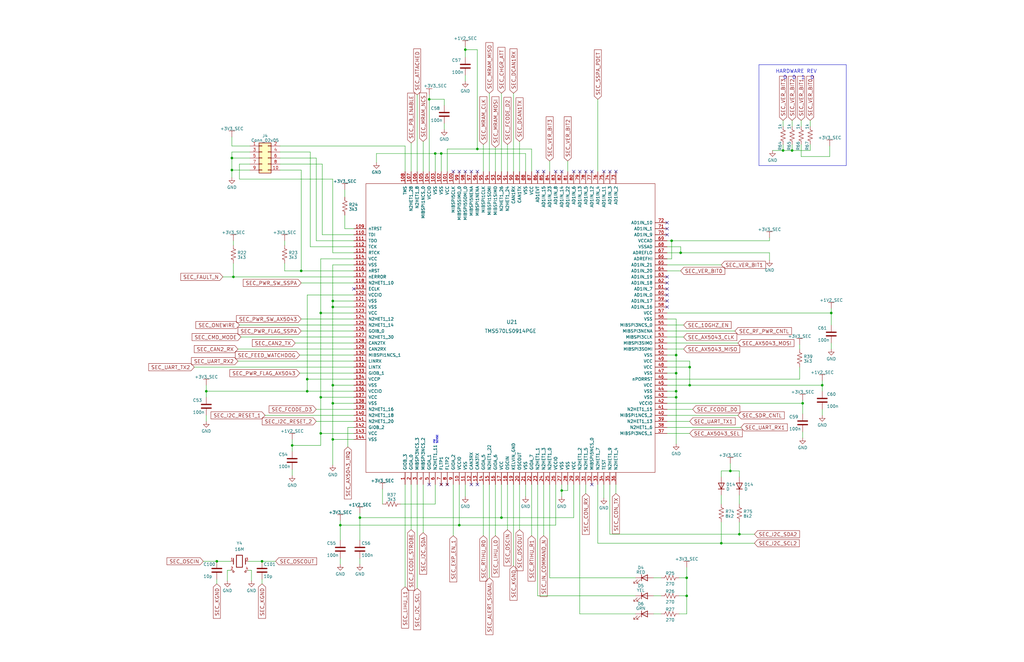
<source format=kicad_sch>
(kicad_sch (version 20230121) (generator eeschema)

  (uuid ec3cff50-8839-4ed8-9aad-b1fd0b800091)

  (paper "USLedger")

  (title_block
    (title "Radiation Tolerant Internal Housekeeping Unit (IHU)")
    (date "2023-08-24")
    (rev "1.2A")
    (company "AMSAT-NA")
    (comment 1 "C. Castillo")
    (comment 2 "Z. Metzinger")
  )

  (lib_symbols
    (symbol "Connector_Generic:Conn_02x05_Odd_Even" (pin_names (offset 1.016) hide) (in_bom yes) (on_board yes)
      (property "Reference" "J" (at 1.27 7.62 0)
        (effects (font (size 1.27 1.27)))
      )
      (property "Value" "Conn_02x05_Odd_Even" (at 1.27 -7.62 0)
        (effects (font (size 1.27 1.27)))
      )
      (property "Footprint" "" (at 0 0 0)
        (effects (font (size 1.27 1.27)) hide)
      )
      (property "Datasheet" "~" (at 0 0 0)
        (effects (font (size 1.27 1.27)) hide)
      )
      (property "ki_keywords" "connector" (at 0 0 0)
        (effects (font (size 1.27 1.27)) hide)
      )
      (property "ki_description" "Generic connector, double row, 02x05, odd/even pin numbering scheme (row 1 odd numbers, row 2 even numbers), script generated (kicad-library-utils/schlib/autogen/connector/)" (at 0 0 0)
        (effects (font (size 1.27 1.27)) hide)
      )
      (property "ki_fp_filters" "Connector*:*_2x??_*" (at 0 0 0)
        (effects (font (size 1.27 1.27)) hide)
      )
      (symbol "Conn_02x05_Odd_Even_1_1"
        (rectangle (start -1.27 -4.953) (end 0 -5.207)
          (stroke (width 0.1524) (type default))
          (fill (type none))
        )
        (rectangle (start -1.27 -2.413) (end 0 -2.667)
          (stroke (width 0.1524) (type default))
          (fill (type none))
        )
        (rectangle (start -1.27 0.127) (end 0 -0.127)
          (stroke (width 0.1524) (type default))
          (fill (type none))
        )
        (rectangle (start -1.27 2.667) (end 0 2.413)
          (stroke (width 0.1524) (type default))
          (fill (type none))
        )
        (rectangle (start -1.27 5.207) (end 0 4.953)
          (stroke (width 0.1524) (type default))
          (fill (type none))
        )
        (rectangle (start -1.27 6.35) (end 3.81 -6.35)
          (stroke (width 0.254) (type default))
          (fill (type background))
        )
        (rectangle (start 3.81 -4.953) (end 2.54 -5.207)
          (stroke (width 0.1524) (type default))
          (fill (type none))
        )
        (rectangle (start 3.81 -2.413) (end 2.54 -2.667)
          (stroke (width 0.1524) (type default))
          (fill (type none))
        )
        (rectangle (start 3.81 0.127) (end 2.54 -0.127)
          (stroke (width 0.1524) (type default))
          (fill (type none))
        )
        (rectangle (start 3.81 2.667) (end 2.54 2.413)
          (stroke (width 0.1524) (type default))
          (fill (type none))
        )
        (rectangle (start 3.81 5.207) (end 2.54 4.953)
          (stroke (width 0.1524) (type default))
          (fill (type none))
        )
        (pin passive line (at -5.08 5.08 0) (length 3.81)
          (name "Pin_1" (effects (font (size 1.27 1.27))))
          (number "1" (effects (font (size 1.27 1.27))))
        )
        (pin passive line (at 7.62 -5.08 180) (length 3.81)
          (name "Pin_10" (effects (font (size 1.27 1.27))))
          (number "10" (effects (font (size 1.27 1.27))))
        )
        (pin passive line (at 7.62 5.08 180) (length 3.81)
          (name "Pin_2" (effects (font (size 1.27 1.27))))
          (number "2" (effects (font (size 1.27 1.27))))
        )
        (pin passive line (at -5.08 2.54 0) (length 3.81)
          (name "Pin_3" (effects (font (size 1.27 1.27))))
          (number "3" (effects (font (size 1.27 1.27))))
        )
        (pin passive line (at 7.62 2.54 180) (length 3.81)
          (name "Pin_4" (effects (font (size 1.27 1.27))))
          (number "4" (effects (font (size 1.27 1.27))))
        )
        (pin passive line (at -5.08 0 0) (length 3.81)
          (name "Pin_5" (effects (font (size 1.27 1.27))))
          (number "5" (effects (font (size 1.27 1.27))))
        )
        (pin passive line (at 7.62 0 180) (length 3.81)
          (name "Pin_6" (effects (font (size 1.27 1.27))))
          (number "6" (effects (font (size 1.27 1.27))))
        )
        (pin passive line (at -5.08 -2.54 0) (length 3.81)
          (name "Pin_7" (effects (font (size 1.27 1.27))))
          (number "7" (effects (font (size 1.27 1.27))))
        )
        (pin passive line (at 7.62 -2.54 180) (length 3.81)
          (name "Pin_8" (effects (font (size 1.27 1.27))))
          (number "8" (effects (font (size 1.27 1.27))))
        )
        (pin passive line (at -5.08 -5.08 0) (length 3.81)
          (name "Pin_9" (effects (font (size 1.27 1.27))))
          (number "9" (effects (font (size 1.27 1.27))))
        )
      )
    )
    (symbol "Device:C" (pin_numbers hide) (pin_names (offset 0.254)) (in_bom yes) (on_board yes)
      (property "Reference" "C" (at 0.635 2.54 0)
        (effects (font (size 1.27 1.27)) (justify left))
      )
      (property "Value" "C" (at 0.635 -2.54 0)
        (effects (font (size 1.27 1.27)) (justify left))
      )
      (property "Footprint" "" (at 0.9652 -3.81 0)
        (effects (font (size 1.27 1.27)) hide)
      )
      (property "Datasheet" "~" (at 0 0 0)
        (effects (font (size 1.27 1.27)) hide)
      )
      (property "ki_keywords" "cap capacitor" (at 0 0 0)
        (effects (font (size 1.27 1.27)) hide)
      )
      (property "ki_description" "Unpolarized capacitor" (at 0 0 0)
        (effects (font (size 1.27 1.27)) hide)
      )
      (property "ki_fp_filters" "C_*" (at 0 0 0)
        (effects (font (size 1.27 1.27)) hide)
      )
      (symbol "C_0_1"
        (polyline
          (pts
            (xy -2.032 -0.762)
            (xy 2.032 -0.762)
          )
          (stroke (width 0.508) (type default))
          (fill (type none))
        )
        (polyline
          (pts
            (xy -2.032 0.762)
            (xy 2.032 0.762)
          )
          (stroke (width 0.508) (type default))
          (fill (type none))
        )
      )
      (symbol "C_1_1"
        (pin passive line (at 0 3.81 270) (length 2.794)
          (name "~" (effects (font (size 1.27 1.27))))
          (number "1" (effects (font (size 1.27 1.27))))
        )
        (pin passive line (at 0 -3.81 90) (length 2.794)
          (name "~" (effects (font (size 1.27 1.27))))
          (number "2" (effects (font (size 1.27 1.27))))
        )
      )
    )
    (symbol "Device:D" (pin_numbers hide) (pin_names (offset 1.016) hide) (in_bom yes) (on_board yes)
      (property "Reference" "D" (at 0 2.54 0)
        (effects (font (size 1.27 1.27)))
      )
      (property "Value" "D" (at 0 -2.54 0)
        (effects (font (size 1.27 1.27)))
      )
      (property "Footprint" "" (at 0 0 0)
        (effects (font (size 1.27 1.27)) hide)
      )
      (property "Datasheet" "~" (at 0 0 0)
        (effects (font (size 1.27 1.27)) hide)
      )
      (property "Sim.Device" "D" (at 0 0 0)
        (effects (font (size 1.27 1.27)) hide)
      )
      (property "Sim.Pins" "1=K 2=A" (at 0 0 0)
        (effects (font (size 1.27 1.27)) hide)
      )
      (property "ki_keywords" "diode" (at 0 0 0)
        (effects (font (size 1.27 1.27)) hide)
      )
      (property "ki_description" "Diode" (at 0 0 0)
        (effects (font (size 1.27 1.27)) hide)
      )
      (property "ki_fp_filters" "TO-???* *_Diode_* *SingleDiode* D_*" (at 0 0 0)
        (effects (font (size 1.27 1.27)) hide)
      )
      (symbol "D_0_1"
        (polyline
          (pts
            (xy -1.27 1.27)
            (xy -1.27 -1.27)
          )
          (stroke (width 0.254) (type default))
          (fill (type none))
        )
        (polyline
          (pts
            (xy 1.27 0)
            (xy -1.27 0)
          )
          (stroke (width 0) (type default))
          (fill (type none))
        )
        (polyline
          (pts
            (xy 1.27 1.27)
            (xy 1.27 -1.27)
            (xy -1.27 0)
            (xy 1.27 1.27)
          )
          (stroke (width 0.254) (type default))
          (fill (type none))
        )
      )
      (symbol "D_1_1"
        (pin passive line (at -3.81 0 0) (length 2.54)
          (name "K" (effects (font (size 1.27 1.27))))
          (number "1" (effects (font (size 1.27 1.27))))
        )
        (pin passive line (at 3.81 0 180) (length 2.54)
          (name "A" (effects (font (size 1.27 1.27))))
          (number "2" (effects (font (size 1.27 1.27))))
        )
      )
    )
    (symbol "Device:LED" (pin_numbers hide) (pin_names (offset 1.016) hide) (in_bom yes) (on_board yes)
      (property "Reference" "D" (at 0 2.54 0)
        (effects (font (size 1.27 1.27)))
      )
      (property "Value" "LED" (at 0 -2.54 0)
        (effects (font (size 1.27 1.27)))
      )
      (property "Footprint" "" (at 0 0 0)
        (effects (font (size 1.27 1.27)) hide)
      )
      (property "Datasheet" "~" (at 0 0 0)
        (effects (font (size 1.27 1.27)) hide)
      )
      (property "ki_keywords" "LED diode" (at 0 0 0)
        (effects (font (size 1.27 1.27)) hide)
      )
      (property "ki_description" "Light emitting diode" (at 0 0 0)
        (effects (font (size 1.27 1.27)) hide)
      )
      (property "ki_fp_filters" "LED* LED_SMD:* LED_THT:*" (at 0 0 0)
        (effects (font (size 1.27 1.27)) hide)
      )
      (symbol "LED_0_1"
        (polyline
          (pts
            (xy -1.27 -1.27)
            (xy -1.27 1.27)
          )
          (stroke (width 0.254) (type default))
          (fill (type none))
        )
        (polyline
          (pts
            (xy -1.27 0)
            (xy 1.27 0)
          )
          (stroke (width 0) (type default))
          (fill (type none))
        )
        (polyline
          (pts
            (xy 1.27 -1.27)
            (xy 1.27 1.27)
            (xy -1.27 0)
            (xy 1.27 -1.27)
          )
          (stroke (width 0.254) (type default))
          (fill (type none))
        )
        (polyline
          (pts
            (xy -3.048 -0.762)
            (xy -4.572 -2.286)
            (xy -3.81 -2.286)
            (xy -4.572 -2.286)
            (xy -4.572 -1.524)
          )
          (stroke (width 0) (type default))
          (fill (type none))
        )
        (polyline
          (pts
            (xy -1.778 -0.762)
            (xy -3.302 -2.286)
            (xy -2.54 -2.286)
            (xy -3.302 -2.286)
            (xy -3.302 -1.524)
          )
          (stroke (width 0) (type default))
          (fill (type none))
        )
      )
      (symbol "LED_1_1"
        (pin passive line (at -3.81 0 0) (length 2.54)
          (name "K" (effects (font (size 1.27 1.27))))
          (number "1" (effects (font (size 1.27 1.27))))
        )
        (pin passive line (at 3.81 0 180) (length 2.54)
          (name "A" (effects (font (size 1.27 1.27))))
          (number "2" (effects (font (size 1.27 1.27))))
        )
      )
    )
    (symbol "Device:R_US" (pin_numbers hide) (pin_names (offset 0)) (in_bom yes) (on_board yes)
      (property "Reference" "R" (at 2.54 0 90)
        (effects (font (size 1.27 1.27)))
      )
      (property "Value" "R_US" (at -2.54 0 90)
        (effects (font (size 1.27 1.27)))
      )
      (property "Footprint" "" (at 1.016 -0.254 90)
        (effects (font (size 1.27 1.27)) hide)
      )
      (property "Datasheet" "~" (at 0 0 0)
        (effects (font (size 1.27 1.27)) hide)
      )
      (property "ki_keywords" "R res resistor" (at 0 0 0)
        (effects (font (size 1.27 1.27)) hide)
      )
      (property "ki_description" "Resistor, US symbol" (at 0 0 0)
        (effects (font (size 1.27 1.27)) hide)
      )
      (property "ki_fp_filters" "R_*" (at 0 0 0)
        (effects (font (size 1.27 1.27)) hide)
      )
      (symbol "R_US_0_1"
        (polyline
          (pts
            (xy 0 -2.286)
            (xy 0 -2.54)
          )
          (stroke (width 0) (type default))
          (fill (type none))
        )
        (polyline
          (pts
            (xy 0 2.286)
            (xy 0 2.54)
          )
          (stroke (width 0) (type default))
          (fill (type none))
        )
        (polyline
          (pts
            (xy 0 -0.762)
            (xy 1.016 -1.143)
            (xy 0 -1.524)
            (xy -1.016 -1.905)
            (xy 0 -2.286)
          )
          (stroke (width 0) (type default))
          (fill (type none))
        )
        (polyline
          (pts
            (xy 0 0.762)
            (xy 1.016 0.381)
            (xy 0 0)
            (xy -1.016 -0.381)
            (xy 0 -0.762)
          )
          (stroke (width 0) (type default))
          (fill (type none))
        )
        (polyline
          (pts
            (xy 0 2.286)
            (xy 1.016 1.905)
            (xy 0 1.524)
            (xy -1.016 1.143)
            (xy 0 0.762)
          )
          (stroke (width 0) (type default))
          (fill (type none))
        )
      )
      (symbol "R_US_1_1"
        (pin passive line (at 0 3.81 270) (length 1.27)
          (name "~" (effects (font (size 1.27 1.27))))
          (number "1" (effects (font (size 1.27 1.27))))
        )
        (pin passive line (at 0 -3.81 90) (length 1.27)
          (name "~" (effects (font (size 1.27 1.27))))
          (number "2" (effects (font (size 1.27 1.27))))
        )
      )
    )
    (symbol "amsat_abracon:Crystal" (pin_names (offset 0.0254) hide) (in_bom yes) (on_board yes)
      (property "Reference" "Y" (at 0 3.81 0)
        (effects (font (size 1.27 1.27)))
      )
      (property "Value" "Crystal" (at 0 -6.096 0)
        (effects (font (size 1.27 1.27)))
      )
      (property "Footprint" "" (at 0 0 0)
        (effects (font (size 1.27 1.27)))
      )
      (property "Datasheet" "" (at 0 0 0)
        (effects (font (size 1.27 1.27)))
      )
      (property "ki_description" "ABM9 4-pin SMT Crystal" (at 0 0 0)
        (effects (font (size 1.27 1.27)) hide)
      )
      (symbol "Crystal_0_1"
        (rectangle (start -1.27 2.54) (end 1.27 -2.54)
          (stroke (width 0.3048) (type solid))
          (fill (type none))
        )
        (polyline
          (pts
            (xy -2.54 -1.27)
            (xy -2.54 1.27)
          )
          (stroke (width 0.3048) (type solid))
          (fill (type none))
        )
        (polyline
          (pts
            (xy 2.54 -1.27)
            (xy 2.54 1.27)
          )
          (stroke (width 0.3048) (type solid))
          (fill (type none))
        )
        (polyline
          (pts
            (xy -2.54 -3.81)
            (xy -2.54 -4.318)
            (xy -3.048 -4.318)
            (xy -2.54 -4.826)
            (xy -2.032 -4.318)
            (xy -2.54 -4.318)
          )
          (stroke (width 0) (type solid))
          (fill (type none))
        )
        (polyline
          (pts
            (xy 2.54 -3.81)
            (xy 2.54 -4.318)
            (xy 2.032 -4.318)
            (xy 2.54 -4.826)
            (xy 3.048 -4.318)
            (xy 2.54 -4.318)
          )
          (stroke (width 0) (type solid))
          (fill (type none))
        )
      )
      (symbol "Crystal_1_1"
        (pin passive line (at -3.81 0 0) (length 1.27)
          (name "1" (effects (font (size 1.016 1.016))))
          (number "1" (effects (font (size 1.016 1.016))))
        )
        (pin passive line (at -3.81 -3.81 0) (length 1.27)
          (name "2" (effects (font (size 1.016 1.016))))
          (number "2" (effects (font (size 1.016 1.016))))
        )
        (pin passive line (at 3.81 0 180) (length 1.27)
          (name "3" (effects (font (size 1.016 1.016))))
          (number "3" (effects (font (size 1.016 1.016))))
        )
        (pin passive line (at 3.81 -3.81 180) (length 1.27)
          (name "4" (effects (font (size 1.016 1.016))))
          (number "4" (effects (font (size 1.016 1.016))))
        )
      )
    )
    (symbol "amsat_discrete:+1V2_SEC" (power) (pin_names (offset 0)) (in_bom yes) (on_board yes)
      (property "Reference" "#PWR" (at 0 -3.81 0)
        (effects (font (size 1.27 1.27)) hide)
      )
      (property "Value" "+1V2_SEC" (at 0 3.556 0)
        (effects (font (size 1.27 1.27)))
      )
      (property "Footprint" "" (at 0 0 0)
        (effects (font (size 1.27 1.27)) hide)
      )
      (property "Datasheet" "" (at 0 0 0)
        (effects (font (size 1.27 1.27)) hide)
      )
      (property "ki_keywords" "Power Flag Symbol" (at 0 0 0)
        (effects (font (size 1.27 1.27)) hide)
      )
      (property "ki_description" "Power Net, Secondary, +1.2V" (at 0 0 0)
        (effects (font (size 1.27 1.27)) hide)
      )
      (symbol "+1V2_SEC_0_1"
        (polyline
          (pts
            (xy -1.27 2.54)
            (xy 0 2.54)
          )
          (stroke (width 0) (type solid))
          (fill (type none))
        )
        (polyline
          (pts
            (xy 0 0)
            (xy 0 2.54)
          )
          (stroke (width 0) (type solid))
          (fill (type none))
        )
        (polyline
          (pts
            (xy 0 2.54)
            (xy 1.27 2.54)
          )
          (stroke (width 0) (type solid))
          (fill (type none))
        )
      )
      (symbol "+1V2_SEC_1_1"
        (pin power_in line (at 0 0 90) (length 0) hide
          (name "+1V2_SEC" (effects (font (size 1.27 1.27))))
          (number "1" (effects (font (size 1.27 1.27))))
        )
      )
    )
    (symbol "amsat_discrete:+3V3_SEC" (power) (pin_names (offset 0)) (in_bom yes) (on_board yes)
      (property "Reference" "#PWR" (at 0 -3.81 0)
        (effects (font (size 1.27 1.27)) hide)
      )
      (property "Value" "+3V3_SEC" (at 0 3.556 0)
        (effects (font (size 1.27 1.27)))
      )
      (property "Footprint" "" (at 0 0 0)
        (effects (font (size 1.27 1.27)) hide)
      )
      (property "Datasheet" "" (at 0 0 0)
        (effects (font (size 1.27 1.27)) hide)
      )
      (property "ki_keywords" "Power Flag Symbol" (at 0 0 0)
        (effects (font (size 1.27 1.27)) hide)
      )
      (property "ki_description" "Power Net, Secondary, +3.3V" (at 0 0 0)
        (effects (font (size 1.27 1.27)) hide)
      )
      (symbol "+3V3_SEC_0_1"
        (polyline
          (pts
            (xy -1.27 2.54)
            (xy 0 2.54)
          )
          (stroke (width 0) (type solid))
          (fill (type none))
        )
        (polyline
          (pts
            (xy 0 0)
            (xy 0 2.54)
          )
          (stroke (width 0) (type solid))
          (fill (type none))
        )
        (polyline
          (pts
            (xy 0 2.54)
            (xy 1.27 2.54)
          )
          (stroke (width 0) (type solid))
          (fill (type none))
        )
      )
      (symbol "+3V3_SEC_1_1"
        (pin power_in line (at 0 0 90) (length 0) hide
          (name "+3V3_SEC" (effects (font (size 1.27 1.27))))
          (number "1" (effects (font (size 1.27 1.27))))
        )
      )
    )
    (symbol "amsat_ti:TMS570LS0914PGE" (pin_names (offset 1.016)) (in_bom yes) (on_board yes)
      (property "Reference" "U" (at 58.42 -67.31 0)
        (effects (font (size 1.524 1.524)))
      )
      (property "Value" "TMS570LS0914PGE" (at 0 0 0)
        (effects (font (size 1.524 1.524)))
      )
      (property "Footprint" "" (at 0 0 0)
        (effects (font (size 1.524 1.524)) hide)
      )
      (property "Datasheet" "" (at 16.51 -20.32 0)
        (effects (font (size 1.524 1.524)) hide)
      )
      (property "ki_description" "TMS570LS0914 ARM Cortex-R4F Microcontroller" (at 0 0 0)
        (effects (font (size 1.27 1.27)) hide)
      )
      (property "ki_fp_filters" "TQFP" (at 0 0 0)
        (effects (font (size 1.27 1.27)) hide)
      )
      (symbol "TMS570LS0914PGE_0_1"
        (rectangle (start -60.96 -60.96) (end 60.96 60.96)
          (stroke (width 0) (type solid))
          (fill (type none))
        )
      )
      (symbol "TMS570LS0914PGE_1_1"
        (pin bidirectional line (at -44.45 -66.04 90) (length 5.08)
          (name "GIOB_3" (effects (font (size 1.27 1.27))))
          (number "1" (effects (font (size 1.27 1.27))))
        )
        (pin power_in line (at -21.59 -66.04 90) (length 5.08)
          (name "VCCIO" (effects (font (size 1.27 1.27))))
          (number "10" (effects (font (size 1.27 1.27))))
        )
        (pin bidirectional line (at -24.13 66.04 270) (length 5.08)
          (name "MIBSPI5CLK" (effects (font (size 1.27 1.27))))
          (number "100" (effects (font (size 1.27 1.27))))
        )
        (pin input line (at -26.67 66.04 270) (length 5.08)
          (name "VCC" (effects (font (size 1.27 1.27))))
          (number "101" (effects (font (size 1.27 1.27))))
        )
        (pin input line (at -29.21 66.04 270) (length 5.08)
          (name "VSS" (effects (font (size 1.27 1.27))))
          (number "102" (effects (font (size 1.27 1.27))))
        )
        (pin input line (at -31.75 66.04 270) (length 5.08)
          (name "VSS" (effects (font (size 1.27 1.27))))
          (number "103" (effects (font (size 1.27 1.27))))
        )
        (pin input line (at -34.29 66.04 270) (length 5.08)
          (name "VCCIO" (effects (font (size 1.27 1.27))))
          (number "104" (effects (font (size 1.27 1.27))))
        )
        (pin bidirectional line (at -36.83 66.04 270) (length 5.08)
          (name "MIBSPI1NCS_0" (effects (font (size 1.27 1.27))))
          (number "105" (effects (font (size 1.27 1.27))))
        )
        (pin bidirectional line (at -39.37 66.04 270) (length 5.08)
          (name "N2HET1_8" (effects (font (size 1.27 1.27))))
          (number "106" (effects (font (size 1.27 1.27))))
        )
        (pin bidirectional line (at -41.91 66.04 270) (length 5.08)
          (name "N2HET1_28" (effects (font (size 1.27 1.27))))
          (number "107" (effects (font (size 1.27 1.27))))
        )
        (pin input line (at -44.45 66.04 270) (length 5.08)
          (name "TMS" (effects (font (size 1.27 1.27))))
          (number "108" (effects (font (size 1.27 1.27))))
        )
        (pin input line (at -66.04 41.91 0) (length 5.08)
          (name "nTRST" (effects (font (size 1.27 1.27))))
          (number "109" (effects (font (size 1.27 1.27))))
        )
        (pin passive line (at -19.05 -66.04 90) (length 5.08)
          (name "VSS" (effects (font (size 1.27 1.27))))
          (number "11" (effects (font (size 1.27 1.27))))
        )
        (pin input line (at -66.04 39.37 0) (length 5.08)
          (name "TDI" (effects (font (size 1.27 1.27))))
          (number "110" (effects (font (size 1.27 1.27))))
        )
        (pin output line (at -66.04 36.83 0) (length 5.08)
          (name "TDO" (effects (font (size 1.27 1.27))))
          (number "111" (effects (font (size 1.27 1.27))))
        )
        (pin input line (at -66.04 34.29 0) (length 5.08)
          (name "TCK" (effects (font (size 1.27 1.27))))
          (number "112" (effects (font (size 1.27 1.27))))
        )
        (pin output line (at -66.04 31.75 0) (length 5.08)
          (name "RTCK" (effects (font (size 1.27 1.27))))
          (number "113" (effects (font (size 1.27 1.27))))
        )
        (pin input line (at -66.04 29.21 0) (length 5.08)
          (name "VCC" (effects (font (size 1.27 1.27))))
          (number "114" (effects (font (size 1.27 1.27))))
        )
        (pin input line (at -66.04 26.67 0) (length 5.08)
          (name "VSS" (effects (font (size 1.27 1.27))))
          (number "115" (effects (font (size 1.27 1.27))))
        )
        (pin input line (at -66.04 24.13 0) (length 5.08)
          (name "nRST" (effects (font (size 1.27 1.27))))
          (number "116" (effects (font (size 1.27 1.27))))
        )
        (pin open_collector line (at -66.04 21.59 0) (length 5.08)
          (name "nERROR" (effects (font (size 1.27 1.27))))
          (number "117" (effects (font (size 1.27 1.27))))
        )
        (pin bidirectional line (at -66.04 19.05 0) (length 5.08)
          (name "N2HET1_10" (effects (font (size 1.27 1.27))))
          (number "118" (effects (font (size 1.27 1.27))))
        )
        (pin input line (at -66.04 16.51 0) (length 5.08)
          (name "ECLK" (effects (font (size 1.27 1.27))))
          (number "119" (effects (font (size 1.27 1.27))))
        )
        (pin input line (at -16.51 -66.04 90) (length 5.08)
          (name "CAN3RX" (effects (font (size 1.27 1.27))))
          (number "12" (effects (font (size 1.27 1.27))))
        )
        (pin input line (at -66.04 13.97 0) (length 5.08)
          (name "VCCIO" (effects (font (size 1.27 1.27))))
          (number "120" (effects (font (size 1.27 1.27))))
        )
        (pin input line (at -66.04 11.43 0) (length 5.08)
          (name "VSS" (effects (font (size 1.27 1.27))))
          (number "121" (effects (font (size 1.27 1.27))))
        )
        (pin input line (at -66.04 8.89 0) (length 5.08)
          (name "VSS" (effects (font (size 1.27 1.27))))
          (number "122" (effects (font (size 1.27 1.27))))
        )
        (pin input line (at -66.04 6.35 0) (length 5.08)
          (name "VCC" (effects (font (size 1.27 1.27))))
          (number "123" (effects (font (size 1.27 1.27))))
        )
        (pin bidirectional line (at -66.04 3.81 0) (length 5.08)
          (name "N2HET1_12" (effects (font (size 1.27 1.27))))
          (number "124" (effects (font (size 1.27 1.27))))
        )
        (pin bidirectional line (at -66.04 1.27 0) (length 5.08)
          (name "N2HET1_14" (effects (font (size 1.27 1.27))))
          (number "125" (effects (font (size 1.27 1.27))))
        )
        (pin bidirectional line (at -66.04 -1.27 0) (length 5.08)
          (name "GOIB_0" (effects (font (size 1.27 1.27))))
          (number "126" (effects (font (size 1.27 1.27))))
        )
        (pin bidirectional line (at -66.04 -3.81 0) (length 5.08)
          (name "N2HET1_30" (effects (font (size 1.27 1.27))))
          (number "127" (effects (font (size 1.27 1.27))))
        )
        (pin output line (at -66.04 -6.35 0) (length 5.08)
          (name "CAN2TX" (effects (font (size 1.27 1.27))))
          (number "128" (effects (font (size 1.27 1.27))))
        )
        (pin input line (at -66.04 -8.89 0) (length 5.08)
          (name "CAN2RX" (effects (font (size 1.27 1.27))))
          (number "129" (effects (font (size 1.27 1.27))))
        )
        (pin output line (at -13.97 -66.04 90) (length 5.08)
          (name "CAN3TX" (effects (font (size 1.27 1.27))))
          (number "13" (effects (font (size 1.27 1.27))))
        )
        (pin bidirectional line (at -66.04 -11.43 0) (length 5.08)
          (name "MIBSPI1NCS_1" (effects (font (size 1.27 1.27))))
          (number "130" (effects (font (size 1.27 1.27))))
        )
        (pin input line (at -66.04 -13.97 0) (length 5.08)
          (name "LINRX" (effects (font (size 1.27 1.27))))
          (number "131" (effects (font (size 1.27 1.27))))
        )
        (pin output line (at -66.04 -16.51 0) (length 5.08)
          (name "LINTX" (effects (font (size 1.27 1.27))))
          (number "132" (effects (font (size 1.27 1.27))))
        )
        (pin bidirectional line (at -66.04 -19.05 0) (length 5.08)
          (name "GIOB_1" (effects (font (size 1.27 1.27))))
          (number "133" (effects (font (size 1.27 1.27))))
        )
        (pin input line (at -66.04 -21.59 0) (length 5.08)
          (name "VCCP" (effects (font (size 1.27 1.27))))
          (number "134" (effects (font (size 1.27 1.27))))
        )
        (pin input line (at -66.04 -24.13 0) (length 5.08)
          (name "VSS" (effects (font (size 1.27 1.27))))
          (number "135" (effects (font (size 1.27 1.27))))
        )
        (pin input line (at -66.04 -26.67 0) (length 5.08)
          (name "VCCIO" (effects (font (size 1.27 1.27))))
          (number "136" (effects (font (size 1.27 1.27))))
        )
        (pin input line (at -66.04 -29.21 0) (length 5.08)
          (name "VCC" (effects (font (size 1.27 1.27))))
          (number "137" (effects (font (size 1.27 1.27))))
        )
        (pin input line (at -66.04 -31.75 0) (length 5.08)
          (name "VSS" (effects (font (size 1.27 1.27))))
          (number "138" (effects (font (size 1.27 1.27))))
        )
        (pin bidirectional line (at -66.04 -34.29 0) (length 5.08)
          (name "N2HET1_16" (effects (font (size 1.27 1.27))))
          (number "139" (effects (font (size 1.27 1.27))))
        )
        (pin bidirectional line (at -11.43 -66.04 90) (length 5.08)
          (name "GIOA_5" (effects (font (size 1.27 1.27))))
          (number "14" (effects (font (size 1.27 1.27))))
        )
        (pin bidirectional line (at -66.04 -36.83 0) (length 5.08)
          (name "N2HET1_18" (effects (font (size 1.27 1.27))))
          (number "140" (effects (font (size 1.27 1.27))))
        )
        (pin bidirectional line (at -66.04 -39.37 0) (length 5.08)
          (name "N2HET1_20" (effects (font (size 1.27 1.27))))
          (number "141" (effects (font (size 1.27 1.27))))
        )
        (pin bidirectional line (at -66.04 -41.91 0) (length 5.08)
          (name "GIOB_2" (effects (font (size 1.27 1.27))))
          (number "142" (effects (font (size 1.27 1.27))))
        )
        (pin input line (at -66.04 -44.45 0) (length 5.08)
          (name "VCC" (effects (font (size 1.27 1.27))))
          (number "143" (effects (font (size 1.27 1.27))))
        )
        (pin input line (at -66.04 -46.99 0) (length 5.08)
          (name "VSS" (effects (font (size 1.27 1.27))))
          (number "144" (effects (font (size 1.27 1.27))))
        )
        (pin bidirectional line (at -8.89 -66.04 90) (length 5.08)
          (name "N2HET1_22" (effects (font (size 1.27 1.27))))
          (number "15" (effects (font (size 1.27 1.27))))
        )
        (pin bidirectional line (at -6.35 -66.04 90) (length 5.08)
          (name "GIOA_6" (effects (font (size 1.27 1.27))))
          (number "16" (effects (font (size 1.27 1.27))))
        )
        (pin power_in line (at -3.81 -66.04 90) (length 5.08)
          (name "VCC" (effects (font (size 1.27 1.27))))
          (number "17" (effects (font (size 1.27 1.27))))
        )
        (pin passive line (at -1.27 -66.04 90) (length 5.08)
          (name "OSCIN" (effects (font (size 1.27 1.27))))
          (number "18" (effects (font (size 1.27 1.27))))
        )
        (pin passive line (at 1.27 -66.04 90) (length 5.08)
          (name "KELVIN_GND" (effects (font (size 1.27 1.27))))
          (number "19" (effects (font (size 1.27 1.27))))
        )
        (pin bidirectional line (at -41.91 -66.04 90) (length 5.08)
          (name "GIOA_0" (effects (font (size 1.27 1.27))))
          (number "2" (effects (font (size 1.27 1.27))))
        )
        (pin passive line (at 3.81 -66.04 90) (length 5.08)
          (name "OSCOUT" (effects (font (size 1.27 1.27))))
          (number "20" (effects (font (size 1.27 1.27))))
        )
        (pin passive line (at 6.35 -66.04 90) (length 5.08)
          (name "VSS" (effects (font (size 1.27 1.27))))
          (number "21" (effects (font (size 1.27 1.27))))
        )
        (pin bidirectional line (at 8.89 -66.04 90) (length 5.08)
          (name "GIOA_7" (effects (font (size 1.27 1.27))))
          (number "22" (effects (font (size 1.27 1.27))))
        )
        (pin bidirectional line (at 11.43 -66.04 90) (length 5.08)
          (name "N2HET1_1" (effects (font (size 1.27 1.27))))
          (number "23" (effects (font (size 1.27 1.27))))
        )
        (pin bidirectional line (at 13.97 -66.04 90) (length 5.08)
          (name "N2HET1_3" (effects (font (size 1.27 1.27))))
          (number "24" (effects (font (size 1.27 1.27))))
        )
        (pin bidirectional line (at 16.51 -66.04 90) (length 5.08)
          (name "N2HET1_0" (effects (font (size 1.27 1.27))))
          (number "25" (effects (font (size 1.27 1.27))))
        )
        (pin power_in line (at 19.05 -66.04 90) (length 5.08)
          (name "VCCIO" (effects (font (size 1.27 1.27))))
          (number "26" (effects (font (size 1.27 1.27))))
        )
        (pin passive line (at 21.59 -66.04 90) (length 5.08)
          (name "VSS" (effects (font (size 1.27 1.27))))
          (number "27" (effects (font (size 1.27 1.27))))
        )
        (pin passive line (at 24.13 -66.04 90) (length 5.08)
          (name "VSS" (effects (font (size 1.27 1.27))))
          (number "28" (effects (font (size 1.27 1.27))))
        )
        (pin power_in line (at 26.67 -66.04 90) (length 5.08)
          (name "VCC" (effects (font (size 1.27 1.27))))
          (number "29" (effects (font (size 1.27 1.27))))
        )
        (pin bidirectional line (at -39.37 -66.04 90) (length 5.08)
          (name "MIBSPI3NCS_3" (effects (font (size 1.27 1.27))))
          (number "3" (effects (font (size 1.27 1.27))))
        )
        (pin bidirectional line (at 29.21 -66.04 90) (length 5.08)
          (name "N2HET1_2" (effects (font (size 1.27 1.27))))
          (number "30" (effects (font (size 1.27 1.27))))
        )
        (pin bidirectional line (at 31.75 -66.04 90) (length 5.08)
          (name "N2HET1_5" (effects (font (size 1.27 1.27))))
          (number "31" (effects (font (size 1.27 1.27))))
        )
        (pin bidirectional line (at 34.29 -66.04 90) (length 5.08)
          (name "MIBSPI5NCS_0" (effects (font (size 1.27 1.27))))
          (number "32" (effects (font (size 1.27 1.27))))
        )
        (pin bidirectional line (at 36.83 -66.04 90) (length 5.08)
          (name "N2HET1_7" (effects (font (size 1.27 1.27))))
          (number "33" (effects (font (size 1.27 1.27))))
        )
        (pin input line (at 39.37 -66.04 90) (length 5.08)
          (name "TEST" (effects (font (size 1.27 1.27))))
          (number "34" (effects (font (size 1.27 1.27))))
        )
        (pin bidirectional line (at 41.91 -66.04 90) (length 5.08)
          (name "N2HET1_9" (effects (font (size 1.27 1.27))))
          (number "35" (effects (font (size 1.27 1.27))))
        )
        (pin bidirectional line (at 44.45 -66.04 90) (length 5.08)
          (name "N2HET1_4" (effects (font (size 1.27 1.27))))
          (number "36" (effects (font (size 1.27 1.27))))
        )
        (pin bidirectional line (at 66.04 -44.45 180) (length 5.08)
          (name "MIBSPI3NCS_1" (effects (font (size 1.27 1.27))))
          (number "37" (effects (font (size 1.27 1.27))))
        )
        (pin bidirectional line (at 66.04 -41.91 180) (length 5.08)
          (name "N2HET1_6" (effects (font (size 1.27 1.27))))
          (number "38" (effects (font (size 1.27 1.27))))
        )
        (pin bidirectional line (at 66.04 -39.37 180) (length 5.08)
          (name "N2HET1_13" (effects (font (size 1.27 1.27))))
          (number "39" (effects (font (size 1.27 1.27))))
        )
        (pin bidirectional line (at -36.83 -66.04 90) (length 5.08)
          (name "MIBSPI3NCS_2" (effects (font (size 1.27 1.27))))
          (number "4" (effects (font (size 1.27 1.27))))
        )
        (pin bidirectional line (at 66.04 -36.83 180) (length 5.08)
          (name "MIBSPI1NCS_2" (effects (font (size 1.27 1.27))))
          (number "40" (effects (font (size 1.27 1.27))))
        )
        (pin bidirectional line (at 66.04 -34.29 180) (length 5.08)
          (name "N2HET1_15" (effects (font (size 1.27 1.27))))
          (number "41" (effects (font (size 1.27 1.27))))
        )
        (pin power_in line (at 66.04 -31.75 180) (length 5.08)
          (name "VCCIO" (effects (font (size 1.27 1.27))))
          (number "42" (effects (font (size 1.27 1.27))))
        )
        (pin input line (at 66.04 -29.21 180) (length 5.08)
          (name "VSS" (effects (font (size 1.27 1.27))))
          (number "43" (effects (font (size 1.27 1.27))))
        )
        (pin input line (at 66.04 -26.67 180) (length 5.08)
          (name "VSS" (effects (font (size 1.27 1.27))))
          (number "44" (effects (font (size 1.27 1.27))))
        )
        (pin input line (at 66.04 -24.13 180) (length 5.08)
          (name "VCC" (effects (font (size 1.27 1.27))))
          (number "45" (effects (font (size 1.27 1.27))))
        )
        (pin input line (at 66.04 -21.59 180) (length 5.08)
          (name "nPORRST" (effects (font (size 1.27 1.27))))
          (number "46" (effects (font (size 1.27 1.27))))
        )
        (pin input line (at 66.04 -19.05 180) (length 5.08)
          (name "VSS" (effects (font (size 1.27 1.27))))
          (number "47" (effects (font (size 1.27 1.27))))
        )
        (pin input line (at 66.04 -16.51 180) (length 5.08)
          (name "VCC" (effects (font (size 1.27 1.27))))
          (number "48" (effects (font (size 1.27 1.27))))
        )
        (pin input line (at 66.04 -13.97 180) (length 5.08)
          (name "VCC" (effects (font (size 1.27 1.27))))
          (number "49" (effects (font (size 1.27 1.27))))
        )
        (pin bidirectional line (at -34.29 -66.04 90) (length 5.08)
          (name "GIOA_1" (effects (font (size 1.27 1.27))))
          (number "5" (effects (font (size 1.27 1.27))))
        )
        (pin input line (at 66.04 -11.43 180) (length 5.08)
          (name "VSS" (effects (font (size 1.27 1.27))))
          (number "50" (effects (font (size 1.27 1.27))))
        )
        (pin bidirectional line (at 66.04 -8.89 180) (length 5.08)
          (name "MIBSPI3SOMI" (effects (font (size 1.27 1.27))))
          (number "51" (effects (font (size 1.27 1.27))))
        )
        (pin bidirectional line (at 66.04 -6.35 180) (length 5.08)
          (name "MIBSPI3SIMO" (effects (font (size 1.27 1.27))))
          (number "52" (effects (font (size 1.27 1.27))))
        )
        (pin bidirectional line (at 66.04 -3.81 180) (length 5.08)
          (name "MIBSPI3CLK" (effects (font (size 1.27 1.27))))
          (number "53" (effects (font (size 1.27 1.27))))
        )
        (pin bidirectional line (at 66.04 -1.27 180) (length 5.08)
          (name "MIBSPI3NENA" (effects (font (size 1.27 1.27))))
          (number "54" (effects (font (size 1.27 1.27))))
        )
        (pin bidirectional line (at 66.04 1.27 180) (length 5.08)
          (name "MIBSPI3NCS_0" (effects (font (size 1.27 1.27))))
          (number "55" (effects (font (size 1.27 1.27))))
        )
        (pin input line (at 66.04 3.81 180) (length 5.08)
          (name "VSS" (effects (font (size 1.27 1.27))))
          (number "56" (effects (font (size 1.27 1.27))))
        )
        (pin input line (at 66.04 6.35 180) (length 5.08)
          (name "VCC" (effects (font (size 1.27 1.27))))
          (number "57" (effects (font (size 1.27 1.27))))
        )
        (pin bidirectional line (at 66.04 8.89 180) (length 5.08)
          (name "AD1IN_16" (effects (font (size 1.27 1.27))))
          (number "58" (effects (font (size 1.27 1.27))))
        )
        (pin bidirectional line (at 66.04 11.43 180) (length 5.08)
          (name "AD1IN_17" (effects (font (size 1.27 1.27))))
          (number "59" (effects (font (size 1.27 1.27))))
        )
        (pin bidirectional line (at -31.75 -66.04 90) (length 5.08)
          (name "N2HET1_11" (effects (font (size 1.27 1.27))))
          (number "6" (effects (font (size 1.27 1.27))))
        )
        (pin bidirectional line (at 66.04 13.97 180) (length 5.08)
          (name "AD1IN_0" (effects (font (size 1.27 1.27))))
          (number "60" (effects (font (size 1.27 1.27))))
        )
        (pin bidirectional line (at 66.04 16.51 180) (length 5.08)
          (name "AD1IN_7" (effects (font (size 1.27 1.27))))
          (number "61" (effects (font (size 1.27 1.27))))
        )
        (pin bidirectional line (at 66.04 19.05 180) (length 5.08)
          (name "AD1IN_18" (effects (font (size 1.27 1.27))))
          (number "62" (effects (font (size 1.27 1.27))))
        )
        (pin bidirectional line (at 66.04 21.59 180) (length 5.08)
          (name "AD1IN_19" (effects (font (size 1.27 1.27))))
          (number "63" (effects (font (size 1.27 1.27))))
        )
        (pin bidirectional line (at 66.04 24.13 180) (length 5.08)
          (name "AD1IN_20" (effects (font (size 1.27 1.27))))
          (number "64" (effects (font (size 1.27 1.27))))
        )
        (pin bidirectional line (at 66.04 26.67 180) (length 5.08)
          (name "AD1IN_21" (effects (font (size 1.27 1.27))))
          (number "65" (effects (font (size 1.27 1.27))))
        )
        (pin input line (at 66.04 29.21 180) (length 5.08)
          (name "ADREFHI" (effects (font (size 1.27 1.27))))
          (number "66" (effects (font (size 1.27 1.27))))
        )
        (pin input line (at 66.04 31.75 180) (length 5.08)
          (name "ADREFLO" (effects (font (size 1.27 1.27))))
          (number "67" (effects (font (size 1.27 1.27))))
        )
        (pin input line (at 66.04 34.29 180) (length 5.08)
          (name "VSSAD" (effects (font (size 1.27 1.27))))
          (number "68" (effects (font (size 1.27 1.27))))
        )
        (pin input line (at 66.04 36.83 180) (length 5.08)
          (name "VCCAD" (effects (font (size 1.27 1.27))))
          (number "69" (effects (font (size 1.27 1.27))))
        )
        (pin no_connect line (at -29.21 -66.04 90) (length 5.08)
          (name "FLTP1" (effects (font (size 1.27 1.27))))
          (number "7" (effects (font (size 1.27 1.27))))
        )
        (pin bidirectional line (at 66.04 39.37 180) (length 5.08)
          (name "AD1IN_9" (effects (font (size 1.27 1.27))))
          (number "70" (effects (font (size 1.27 1.27))))
        )
        (pin bidirectional line (at 66.04 41.91 180) (length 5.08)
          (name "AD1IN_1" (effects (font (size 1.27 1.27))))
          (number "71" (effects (font (size 1.27 1.27))))
        )
        (pin bidirectional line (at 66.04 44.45 180) (length 5.08)
          (name "AD1IN_10" (effects (font (size 1.27 1.27))))
          (number "72" (effects (font (size 1.27 1.27))))
        )
        (pin bidirectional line (at 44.45 66.04 270) (length 5.08)
          (name "AD1IN_2" (effects (font (size 1.27 1.27))))
          (number "73" (effects (font (size 1.27 1.27))))
        )
        (pin bidirectional line (at 41.91 66.04 270) (length 5.08)
          (name "AD1IN_3" (effects (font (size 1.27 1.27))))
          (number "74" (effects (font (size 1.27 1.27))))
        )
        (pin bidirectional line (at 39.37 66.04 270) (length 5.08)
          (name "AD1IN_11" (effects (font (size 1.27 1.27))))
          (number "75" (effects (font (size 1.27 1.27))))
        )
        (pin bidirectional line (at 36.83 66.04 270) (length 5.08)
          (name "AD1IN_4" (effects (font (size 1.27 1.27))))
          (number "76" (effects (font (size 1.27 1.27))))
        )
        (pin bidirectional line (at 34.29 66.04 270) (length 5.08)
          (name "AD1IN_12" (effects (font (size 1.27 1.27))))
          (number "77" (effects (font (size 1.27 1.27))))
        )
        (pin bidirectional line (at 31.75 66.04 270) (length 5.08)
          (name "AD1IN_5" (effects (font (size 1.27 1.27))))
          (number "78" (effects (font (size 1.27 1.27))))
        )
        (pin bidirectional line (at 29.21 66.04 270) (length 5.08)
          (name "AD1IN_13" (effects (font (size 1.27 1.27))))
          (number "79" (effects (font (size 1.27 1.27))))
        )
        (pin no_connect line (at -26.67 -66.04 90) (length 5.08)
          (name "FLTP2" (effects (font (size 1.27 1.27))))
          (number "8" (effects (font (size 1.27 1.27))))
        )
        (pin bidirectional line (at 26.67 66.04 270) (length 5.08)
          (name "AD1IN_6" (effects (font (size 1.27 1.27))))
          (number "80" (effects (font (size 1.27 1.27))))
        )
        (pin bidirectional line (at 24.13 66.04 270) (length 5.08)
          (name "AD1IN_22" (effects (font (size 1.27 1.27))))
          (number "81" (effects (font (size 1.27 1.27))))
        )
        (pin bidirectional line (at 21.59 66.04 270) (length 5.08)
          (name "AD1IN_14" (effects (font (size 1.27 1.27))))
          (number "82" (effects (font (size 1.27 1.27))))
        )
        (pin bidirectional line (at 19.05 66.04 270) (length 5.08)
          (name "AD1IN_8" (effects (font (size 1.27 1.27))))
          (number "83" (effects (font (size 1.27 1.27))))
        )
        (pin bidirectional line (at 16.51 66.04 270) (length 5.08)
          (name "AD1IN_23" (effects (font (size 1.27 1.27))))
          (number "84" (effects (font (size 1.27 1.27))))
        )
        (pin bidirectional line (at 13.97 66.04 270) (length 5.08)
          (name "AD1IN_15" (effects (font (size 1.27 1.27))))
          (number "85" (effects (font (size 1.27 1.27))))
        )
        (pin bidirectional line (at 11.43 66.04 270) (length 5.08)
          (name "AD1EVT" (effects (font (size 1.27 1.27))))
          (number "86" (effects (font (size 1.27 1.27))))
        )
        (pin input line (at 8.89 66.04 270) (length 5.08)
          (name "VCC" (effects (font (size 1.27 1.27))))
          (number "87" (effects (font (size 1.27 1.27))))
        )
        (pin input line (at 6.35 66.04 270) (length 5.08)
          (name "VSS" (effects (font (size 1.27 1.27))))
          (number "88" (effects (font (size 1.27 1.27))))
        )
        (pin output line (at 3.81 66.04 270) (length 5.08)
          (name "CAN1TX" (effects (font (size 1.27 1.27))))
          (number "89" (effects (font (size 1.27 1.27))))
        )
        (pin bidirectional line (at -24.13 -66.04 90) (length 5.08)
          (name "GIOA_2" (effects (font (size 1.27 1.27))))
          (number "9" (effects (font (size 1.27 1.27))))
        )
        (pin input line (at 1.27 66.04 270) (length 5.08)
          (name "CAN1RX" (effects (font (size 1.27 1.27))))
          (number "90" (effects (font (size 1.27 1.27))))
        )
        (pin bidirectional line (at -1.27 66.04 270) (length 5.08)
          (name "N2HET1_24" (effects (font (size 1.27 1.27))))
          (number "91" (effects (font (size 1.27 1.27))))
        )
        (pin bidirectional line (at -3.81 66.04 270) (length 5.08)
          (name "N2HET1_26" (effects (font (size 1.27 1.27))))
          (number "92" (effects (font (size 1.27 1.27))))
        )
        (pin bidirectional line (at -6.35 66.04 270) (length 5.08)
          (name "MIBSPI1SIMO" (effects (font (size 1.27 1.27))))
          (number "93" (effects (font (size 1.27 1.27))))
        )
        (pin bidirectional line (at -8.89 66.04 270) (length 5.08)
          (name "MIBSPI1SOMI" (effects (font (size 1.27 1.27))))
          (number "94" (effects (font (size 1.27 1.27))))
        )
        (pin bidirectional line (at -11.43 66.04 270) (length 5.08)
          (name "MIBSPI1CLK" (effects (font (size 1.27 1.27))))
          (number "95" (effects (font (size 1.27 1.27))))
        )
        (pin bidirectional line (at -13.97 66.04 270) (length 5.08)
          (name "MIBSPI1NENA" (effects (font (size 1.27 1.27))))
          (number "96" (effects (font (size 1.27 1.27))))
        )
        (pin bidirectional line (at -16.51 66.04 270) (length 5.08)
          (name "MIBSPI5NENA" (effects (font (size 1.27 1.27))))
          (number "97" (effects (font (size 1.27 1.27))))
        )
        (pin bidirectional line (at -19.05 66.04 270) (length 5.08)
          (name "MIBSPI5SOMI_0" (effects (font (size 1.27 1.27))))
          (number "98" (effects (font (size 1.27 1.27))))
        )
        (pin bidirectional line (at -21.59 66.04 270) (length 5.08)
          (name "MIBSPI5SIMO_0" (effects (font (size 1.27 1.27))))
          (number "99" (effects (font (size 1.27 1.27))))
        )
      )
    )
    (symbol "power:GND" (power) (pin_names (offset 0)) (in_bom yes) (on_board yes)
      (property "Reference" "#PWR" (at 0 -6.35 0)
        (effects (font (size 1.27 1.27)) hide)
      )
      (property "Value" "GND" (at 0 -3.81 0)
        (effects (font (size 1.27 1.27)))
      )
      (property "Footprint" "" (at 0 0 0)
        (effects (font (size 1.27 1.27)) hide)
      )
      (property "Datasheet" "" (at 0 0 0)
        (effects (font (size 1.27 1.27)) hide)
      )
      (property "ki_keywords" "global power" (at 0 0 0)
        (effects (font (size 1.27 1.27)) hide)
      )
      (property "ki_description" "Power symbol creates a global label with name \"GND\" , ground" (at 0 0 0)
        (effects (font (size 1.27 1.27)) hide)
      )
      (symbol "GND_0_1"
        (polyline
          (pts
            (xy 0 0)
            (xy 0 -1.27)
            (xy 1.27 -1.27)
            (xy 0 -2.54)
            (xy -1.27 -1.27)
            (xy 0 -1.27)
          )
          (stroke (width 0) (type default))
          (fill (type none))
        )
      )
      (symbol "GND_1_1"
        (pin power_in line (at 0 0 270) (length 0) hide
          (name "GND" (effects (font (size 1.27 1.27))))
          (number "1" (effects (font (size 1.27 1.27))))
        )
      )
    )
  )

  (junction (at 311.785 225.425) (diameter 0) (color 0 0 0 0)
    (uuid 07b46906-98d0-424e-ae5a-27b5a11a67fc)
  )
  (junction (at 183.515 64.77) (diameter 0) (color 0 0 0 0)
    (uuid 096b6ed0-fc03-45b9-8817-fa6a0f8624d3)
  )
  (junction (at 285.115 149.86) (diameter 0) (color 0 0 0 0)
    (uuid 0da2e41c-ee3c-4a1c-a6f9-7abb4d60a667)
  )
  (junction (at 350.52 132.08) (diameter 0) (color 0 0 0 0)
    (uuid 166df7a6-6ba4-4ced-a81a-034c7cb49510)
  )
  (junction (at 287.02 106.68) (diameter 0) (color 0 0 0 0)
    (uuid 1abf905c-d6af-424e-9c6b-14171f182fb0)
  )
  (junction (at 127 114.3) (diameter 0) (color 0 0 0 0)
    (uuid 1eb0ed7a-def9-4159-87f1-fb28aa8bf081)
  )
  (junction (at 151.765 218.44) (diameter 0) (color 0 0 0 0)
    (uuid 1fa95172-2357-41ac-8e85-8277fddec14b)
  )
  (junction (at 129.54 160.02) (diameter 0) (color 0 0 0 0)
    (uuid 240f3345-49f7-4ff6-8b2c-c4d1f3eb9049)
  )
  (junction (at 123.19 187.96) (diameter 0) (color 0 0 0 0)
    (uuid 2580a9b2-88b9-495e-9d9a-1095530e114e)
  )
  (junction (at 140.335 162.56) (diameter 0) (color 0 0 0 0)
    (uuid 2a2eecc9-1f9f-4ebb-9b05-a07302cd9a23)
  )
  (junction (at 135.255 182.88) (diameter 0) (color 0 0 0 0)
    (uuid 2b1ec37b-629d-49a7-88c9-86151a44e996)
  )
  (junction (at 334.01 63.5) (diameter 0) (color 0 0 0 0)
    (uuid 39e2bfa4-6b4f-4425-a332-14dccb0dd35c)
  )
  (junction (at 97.79 71.755) (diameter 0) (color 0 0 0 0)
    (uuid 3a4b9951-2e57-4679-b994-5c2f42ca8a11)
  )
  (junction (at 135.255 132.08) (diameter 0) (color 0 0 0 0)
    (uuid 4ddf2b05-bb1c-4693-917e-f7fd32bb698b)
  )
  (junction (at 140.335 170.18) (diameter 0) (color 0 0 0 0)
    (uuid 53f19936-d5cf-4d8b-a5de-310aa0138838)
  )
  (junction (at 143.51 221.615) (diameter 0) (color 0 0 0 0)
    (uuid 5950f906-03bf-47ff-8fed-5100f0ae9c61)
  )
  (junction (at 140.335 185.42) (diameter 0) (color 0 0 0 0)
    (uuid 63382c82-39f4-4ec0-9b72-6e58dbb2eeb4)
  )
  (junction (at 330.2 63.5) (diameter 0) (color 0 0 0 0)
    (uuid 6466fab0-a7a3-4dfc-904a-f100dcc62507)
  )
  (junction (at 180.975 41.91) (diameter 0) (color 0 0 0 0)
    (uuid 6a44dd7d-22c1-4191-8dd8-f9236ed4307b)
  )
  (junction (at 193.675 221.615) (diameter 0) (color 0 0 0 0)
    (uuid 6e891fb9-2cdb-445a-bc44-cb0bbdd6b257)
  )
  (junction (at 285.115 157.48) (diameter 0) (color 0 0 0 0)
    (uuid 791abb7e-d360-4779-8541-8cc89ceb8a07)
  )
  (junction (at 196.215 20.955) (diameter 0) (color 0 0 0 0)
    (uuid 802cd50d-8754-4658-a78e-8ed2258fcdb3)
  )
  (junction (at 290.83 162.56) (diameter 0) (color 0 0 0 0)
    (uuid 81a53c47-e489-4a84-96f9-f0ff770784d0)
  )
  (junction (at 338.455 170.18) (diameter 0) (color 0 0 0 0)
    (uuid 8ac8fb80-909e-4c67-bbd2-7b8f045ef894)
  )
  (junction (at 140.335 127) (diameter 0) (color 0 0 0 0)
    (uuid 8fbf3695-3686-4871-b243-ca9fa6f60c39)
  )
  (junction (at 110.49 236.855) (diameter 0) (color 0 0 0 0)
    (uuid 94cbe76a-dc46-4495-835a-409142c7b76a)
  )
  (junction (at 91.44 236.855) (diameter 0) (color 0 0 0 0)
    (uuid 9b65227c-5816-4e2d-858a-3eeaa41cebab)
  )
  (junction (at 140.335 129.54) (diameter 0) (color 0 0 0 0)
    (uuid 9df2508c-e835-4ac8-8592-e7810c4f0cea)
  )
  (junction (at 307.975 198.755) (diameter 0) (color 0 0 0 0)
    (uuid b163b7eb-7e3c-4b98-8b63-862ca369b9e9)
  )
  (junction (at 289.56 243.84) (diameter 0) (color 0 0 0 0)
    (uuid b3391787-7abe-4e21-87e5-0580f3cc5906)
  )
  (junction (at 283.21 101.6) (diameter 0) (color 0 0 0 0)
    (uuid c42f1e81-147b-4aad-9560-227598392dce)
  )
  (junction (at 97.79 66.675) (diameter 0) (color 0 0 0 0)
    (uuid d0ad233e-86d5-4f68-975e-035af169f6ce)
  )
  (junction (at 201.295 62.865) (diameter 0) (color 0 0 0 0)
    (uuid d9603fc0-f163-4d74-93d7-f927b04a9e55)
  )
  (junction (at 304.165 229.235) (diameter 0) (color 0 0 0 0)
    (uuid d9a63445-edbe-49df-b350-3e0e16cfdde7)
  )
  (junction (at 285.115 165.1) (diameter 0) (color 0 0 0 0)
    (uuid dfa787a6-1f5b-4d3f-908e-506936a96fae)
  )
  (junction (at 290.83 154.94) (diameter 0) (color 0 0 0 0)
    (uuid dfdf5d68-4f42-4e71-bd31-f9084d5e09e4)
  )
  (junction (at 186.055 64.77) (diameter 0) (color 0 0 0 0)
    (uuid e81ef2e1-d968-4a56-8f9c-cc4f121ca201)
  )
  (junction (at 236.855 207.01) (diameter 0) (color 0 0 0 0)
    (uuid ea3e7ae6-87f0-4953-973c-cbdfeeb9935d)
  )
  (junction (at 289.56 251.46) (diameter 0) (color 0 0 0 0)
    (uuid ed50a280-76de-4778-bf21-344355c9d29e)
  )
  (junction (at 98.425 116.84) (diameter 0) (color 0 0 0 0)
    (uuid eeaf5582-5bc3-40eb-a5d8-a6958338b7e3)
  )
  (junction (at 211.455 218.44) (diameter 0) (color 0 0 0 0)
    (uuid f276a9ba-9580-430c-bfc9-87bb7984be38)
  )
  (junction (at 86.995 165.1) (diameter 0) (color 0 0 0 0)
    (uuid f38291f5-36ac-45e7-b8e5-991e7c89f97a)
  )
  (junction (at 129.54 165.1) (diameter 0) (color 0 0 0 0)
    (uuid f9ffb16b-6d67-4eba-8b56-e5e06d0559d1)
  )
  (junction (at 285.115 167.64) (diameter 0) (color 0 0 0 0)
    (uuid fb6a37b0-88c6-420a-b390-db7bde23070c)
  )
  (junction (at 135.255 167.64) (diameter 0) (color 0 0 0 0)
    (uuid fbe28b64-d5ab-4800-bbf2-d7ef2db28c63)
  )
  (junction (at 346.71 162.56) (diameter 0) (color 0 0 0 0)
    (uuid fc7c055b-3f6c-44d9-8ec2-4f6d41a80f2f)
  )

  (no_connect (at 254.635 72.39) (uuid 0b56684d-9338-4e04-975f-825612bd083e))
  (no_connect (at 198.755 72.39) (uuid 1aadc7b5-2577-4668-8dec-84b753ba3079))
  (no_connect (at 196.215 72.39) (uuid 243ca239-dda5-472a-9479-5de84fc6e591))
  (no_connect (at 201.295 72.39) (uuid 2bf04b93-92ec-4f5d-bc31-d32aa3ed3f87))
  (no_connect (at 241.935 72.39) (uuid 3164d0ea-2da9-4c9d-b65e-71218dfe30f7))
  (no_connect (at 281.305 93.98) (uuid 34a420e7-da8e-4198-bdd2-ef91a6a5f3ef))
  (no_connect (at 281.305 121.92) (uuid 3903223e-8a68-4f16-9bc7-ef298c2c819b))
  (no_connect (at 281.305 119.38) (uuid 495e6be4-469e-443f-9d65-c1e6157a7e82))
  (no_connect (at 186.055 204.47) (uuid 49f17908-e773-436c-b13c-a4a6e7576c05))
  (no_connect (at 281.305 96.52) (uuid 4e769a2b-d59d-4907-8bba-0b1122b4fe26))
  (no_connect (at 229.235 72.39) (uuid 611ce116-a4a7-4ee1-8a15-1f9a30ea4b52))
  (no_connect (at 281.305 127) (uuid 6bf84ac5-dc66-4233-aa78-c2b094e43d23))
  (no_connect (at 191.135 72.39) (uuid 704d5b77-f382-40f3-a55e-476cd8741e35))
  (no_connect (at 249.555 204.47) (uuid 74d51e23-911c-4f3b-a826-73aa8bd5d074))
  (no_connect (at 236.855 72.39) (uuid 759dc3fb-27f3-4fe2-b2dc-03bae0895115))
  (no_connect (at 259.715 72.39) (uuid 84d712a0-af54-41d7-b064-7c6325f5f116))
  (no_connect (at 247.015 72.39) (uuid 8b66e3f2-4932-489c-b5d1-4a3ab4eb13fa))
  (no_connect (at 188.595 204.47) (uuid 9073482b-d881-40a2-8e29-f1ffc9a20890))
  (no_connect (at 226.695 72.39) (uuid 9d94f5ce-728f-403c-807f-4c6825d41bf9))
  (no_connect (at 201.295 204.47) (uuid a5356d2b-bd80-4773-b4e6-96ea6f8f844d))
  (no_connect (at 193.675 72.39) (uuid b4addead-3d0b-4442-a2a7-df3c34810f21))
  (no_connect (at 234.315 72.39) (uuid ba4438e0-1292-42d9-b58a-926d7b943cac))
  (no_connect (at 198.755 204.47) (uuid bc8a54d0-8851-45d1-9334-0b3af2a30d61))
  (no_connect (at 149.225 121.92) (uuid d3c69d3d-740b-48db-b139-64273e9406dc))
  (no_connect (at 281.305 99.06) (uuid d572c267-d336-4dad-941e-27abb301b5f3))
  (no_connect (at 281.305 116.84) (uuid da4b88c0-445f-4ec7-b370-0a199471758e))
  (no_connect (at 281.305 129.54) (uuid dcbf4f83-295b-4488-aeab-1d0393bbfc1e))
  (no_connect (at 180.975 204.47) (uuid e7015381-7639-4b37-9e9a-860f0679a374))
  (no_connect (at 281.305 124.46) (uuid e92cc721-1d38-4e7e-bb90-7218af64d999))
  (no_connect (at 257.175 72.39) (uuid f01a6b55-a05f-4646-812d-6f84844caed2))
  (no_connect (at 244.475 72.39) (uuid f4d31e08-8018-4eb0-b88e-3a4976a2eb67))
  (no_connect (at 249.555 72.39) (uuid fe33b611-a037-4423-8169-d2fc850ce8fc))

  (wire (pts (xy 105.41 61.595) (xy 97.79 61.595))
    (stroke (width 0) (type default))
    (uuid 00951096-1a14-4006-b965-51746bde04e8)
  )
  (wire (pts (xy 143.51 221.615) (xy 193.675 221.615))
    (stroke (width 0) (type default))
    (uuid 01901349-15bc-4a47-86a3-f15f986fd326)
  )
  (polyline (pts (xy 320.04 69.85) (xy 356.87 69.85))
    (stroke (width 0) (type default))
    (uuid 022d42ed-195a-4c43-9035-3744d1975814)
  )

  (wire (pts (xy 135.255 167.64) (xy 149.225 167.64))
    (stroke (width 0) (type default))
    (uuid 02e70235-ac66-4786-95d0-2fad71ef6433)
  )
  (wire (pts (xy 252.095 229.235) (xy 304.165 229.235))
    (stroke (width 0) (type default))
    (uuid 0471672d-0fdc-43e6-8a6c-637394943daf)
  )
  (wire (pts (xy 334.01 53.34) (xy 334.01 50.8))
    (stroke (width 0) (type default))
    (uuid 0477329b-5a49-4074-a3ec-5232c0c02bb1)
  )
  (wire (pts (xy 281.305 101.6) (xy 283.21 101.6))
    (stroke (width 0) (type default))
    (uuid 05b79b2e-0a7c-4f0b-9625-3204e5510433)
  )
  (wire (pts (xy 213.995 60.96) (xy 213.995 72.39))
    (stroke (width 0) (type default))
    (uuid 0675b445-acd7-432c-ac65-e7959cbd0947)
  )
  (wire (pts (xy 149.225 101.6) (xy 133.35 101.6))
    (stroke (width 0) (type default))
    (uuid 0730afda-4bff-401a-ae6e-adf540cde06d)
  )
  (wire (pts (xy 330.2 50.8) (xy 330.2 53.34))
    (stroke (width 0) (type default))
    (uuid 0773e43f-4c38-4bff-9904-404347362a89)
  )
  (wire (pts (xy 146.685 180.34) (xy 146.685 188.595))
    (stroke (width 0) (type default))
    (uuid 0808fc50-24d1-475f-9351-b4a2c8a99f7d)
  )
  (wire (pts (xy 193.675 221.615) (xy 234.315 221.615))
    (stroke (width 0) (type default))
    (uuid 087a10c1-221e-4428-99af-8a3c174d416a)
  )
  (wire (pts (xy 120.015 101.6) (xy 120.015 103.505))
    (stroke (width 0) (type default))
    (uuid 0c392615-eedd-449d-a291-a59fde325985)
  )
  (wire (pts (xy 149.225 149.86) (xy 126.365 149.86))
    (stroke (width 0) (type default))
    (uuid 0db01d44-046c-468f-b5fb-b782d0d7e4ee)
  )
  (wire (pts (xy 149.225 111.76) (xy 140.335 111.76))
    (stroke (width 0) (type default))
    (uuid 0e23f9e1-c51d-45e9-9797-759a2d3e7940)
  )
  (wire (pts (xy 135.255 182.88) (xy 135.255 187.96))
    (stroke (width 0) (type default))
    (uuid 0e463bd7-0744-452f-9817-f3f180ba9fb3)
  )
  (wire (pts (xy 283.21 101.6) (xy 324.485 101.6))
    (stroke (width 0) (type default))
    (uuid 0e4ca3f4-ff65-475b-bbb1-457b9d023ff3)
  )
  (wire (pts (xy 286.385 243.84) (xy 289.56 243.84))
    (stroke (width 0) (type default))
    (uuid 0e90f271-66ae-49e8-afd5-200ed8721737)
  )
  (wire (pts (xy 278.765 259.08) (xy 275.59 259.08))
    (stroke (width 0) (type default))
    (uuid 118559ee-a8ed-49fe-a59a-82405a62e86e)
  )
  (wire (pts (xy 236.855 207.01) (xy 236.855 209.55))
    (stroke (width 0) (type default))
    (uuid 12364c20-5335-49b7-8d9a-dfdd33b8a9fa)
  )
  (wire (pts (xy 149.225 180.34) (xy 146.685 180.34))
    (stroke (width 0) (type default))
    (uuid 12a525e7-2d77-4638-bbdb-6c6e397d48d4)
  )
  (wire (pts (xy 135.255 167.64) (xy 135.255 182.88))
    (stroke (width 0) (type default))
    (uuid 134c0197-6c96-4d74-ab33-f15c5302b3c4)
  )
  (wire (pts (xy 149.225 154.94) (xy 81.915 154.94))
    (stroke (width 0) (type default))
    (uuid 1478bae4-6dd2-4fea-9341-cfd44a4327e5)
  )
  (wire (pts (xy 187.325 41.91) (xy 187.325 44.45))
    (stroke (width 0) (type default))
    (uuid 155b4a1b-a51f-481a-a0b0-09b003831093)
  )
  (wire (pts (xy 191.135 204.47) (xy 191.135 226.06))
    (stroke (width 0) (type default))
    (uuid 16c2e39c-c0a3-4f64-84e3-bc588ffdcf52)
  )
  (wire (pts (xy 149.225 160.02) (xy 129.54 160.02))
    (stroke (width 0) (type default))
    (uuid 1a755ca1-c351-4de3-ac0c-37ff677e7869)
  )
  (wire (pts (xy 161.29 206.375) (xy 161.29 212.725))
    (stroke (width 0) (type default))
    (uuid 1a994bb7-ad36-45c2-96f3-a83344129653)
  )
  (wire (pts (xy 173.355 223.52) (xy 173.355 204.47))
    (stroke (width 0) (type default))
    (uuid 1ac4ac7c-b5cc-4bc8-a609-9101b2078a70)
  )
  (wire (pts (xy 350.52 132.08) (xy 350.52 137.16))
    (stroke (width 0) (type default))
    (uuid 1b03d01d-1cdf-48b3-980d-338eb8b9d2cb)
  )
  (wire (pts (xy 149.225 144.78) (xy 124.46 144.78))
    (stroke (width 0) (type default))
    (uuid 1b2aa9fb-262b-4af2-90c1-f1e6a69e5196)
  )
  (wire (pts (xy 105.41 64.135) (xy 97.79 64.135))
    (stroke (width 0) (type default))
    (uuid 1b57f17a-1f4c-41d0-ba70-9f6a018890d7)
  )
  (wire (pts (xy 145.415 80.01) (xy 145.415 83.185))
    (stroke (width 0) (type default))
    (uuid 1bcf1d84-670e-4446-a44d-78e3ee3d146b)
  )
  (wire (pts (xy 129.54 165.1) (xy 149.225 165.1))
    (stroke (width 0) (type default))
    (uuid 1ea3ae74-f4c1-4c0f-809f-c1919eed8b7d)
  )
  (wire (pts (xy 330.2 63.5) (xy 330.2 60.96))
    (stroke (width 0) (type default))
    (uuid 1efd746d-7ffa-4347-bbfc-b7a1c4c9590d)
  )
  (wire (pts (xy 140.335 127) (xy 149.225 127))
    (stroke (width 0) (type default))
    (uuid 1f492e99-a598-48d2-9dca-6d11e64033b7)
  )
  (wire (pts (xy 281.305 170.18) (xy 338.455 170.18))
    (stroke (width 0) (type default))
    (uuid 1fc0bd0c-ff39-4956-9f4e-adf2cfbcc6fb)
  )
  (wire (pts (xy 168.91 212.725) (xy 183.515 212.725))
    (stroke (width 0) (type default))
    (uuid 20e27644-b16f-4166-914c-dc5be8b91bb5)
  )
  (wire (pts (xy 123.19 185.42) (xy 123.19 187.96))
    (stroke (width 0) (type default))
    (uuid 22ff3120-6861-45cf-b8b4-c915d3f45bd4)
  )
  (wire (pts (xy 285.115 167.64) (xy 285.115 187.325))
    (stroke (width 0) (type default))
    (uuid 23b7d1a9-0c17-46c5-aa40-67615aa2cc2e)
  )
  (wire (pts (xy 145.415 90.805) (xy 145.415 96.52))
    (stroke (width 0) (type default))
    (uuid 25f2096b-29b5-4ab4-9557-2306a05dbb87)
  )
  (wire (pts (xy 334.01 63.5) (xy 341.63 63.5))
    (stroke (width 0) (type default))
    (uuid 264fc714-0249-43cc-902a-4b79e9b630b6)
  )
  (wire (pts (xy 307.975 198.755) (xy 307.975 195.58))
    (stroke (width 0) (type default))
    (uuid 26825ca7-a024-4e5b-872d-9c549aa165bb)
  )
  (wire (pts (xy 127 114.3) (xy 149.225 114.3))
    (stroke (width 0) (type default))
    (uuid 274362fc-a2f5-4ddf-8e21-505a20338ec6)
  )
  (wire (pts (xy 281.305 132.08) (xy 350.52 132.08))
    (stroke (width 0) (type default))
    (uuid 27ff954b-0d57-40d1-a60c-3e5299468a76)
  )
  (wire (pts (xy 97.79 64.135) (xy 97.79 66.675))
    (stroke (width 0) (type default))
    (uuid 2844e218-84f1-4cbb-a540-7a204fa888d6)
  )
  (wire (pts (xy 341.63 63.5) (xy 341.63 60.96))
    (stroke (width 0) (type default))
    (uuid 2873f5cd-5b2d-4b7e-a07b-57f7d6420eb3)
  )
  (wire (pts (xy 196.215 31.75) (xy 196.215 34.29))
    (stroke (width 0) (type default))
    (uuid 28dc335b-04f0-4777-99a9-3c44f2c29310)
  )
  (wire (pts (xy 216.535 39.37) (xy 216.535 72.39))
    (stroke (width 0) (type default))
    (uuid 290216e5-05c2-47ae-9e17-d0c86a7457ae)
  )
  (wire (pts (xy 337.82 60.96) (xy 337.82 66.04))
    (stroke (width 0) (type default))
    (uuid 295729a7-4270-4a40-99dd-8ad09a25770e)
  )
  (wire (pts (xy 151.765 216.535) (xy 151.765 218.44))
    (stroke (width 0) (type default))
    (uuid 2c3553be-85af-436b-8a6d-3e79177d5fb5)
  )
  (wire (pts (xy 129.54 124.46) (xy 129.54 160.02))
    (stroke (width 0) (type default))
    (uuid 2c6019e8-1ff1-4043-aaa9-aed1295999ba)
  )
  (wire (pts (xy 196.215 20.955) (xy 201.295 20.955))
    (stroke (width 0) (type default))
    (uuid 2cb60171-a820-4629-a22a-f3bde1ff3ab2)
  )
  (wire (pts (xy 346.71 160.655) (xy 346.71 162.56))
    (stroke (width 0) (type default))
    (uuid 2ce44d97-6c2a-46a3-a040-54d070232049)
  )
  (wire (pts (xy 346.71 162.56) (xy 346.71 165.1))
    (stroke (width 0) (type default))
    (uuid 2ce8ffb6-f1e2-4d7a-bb6c-3c5e163288bc)
  )
  (wire (pts (xy 311.785 225.425) (xy 318.135 225.425))
    (stroke (width 0) (type default))
    (uuid 2e406668-79e6-4a8b-83d9-2f0d3ec6de3b)
  )
  (wire (pts (xy 304.165 198.755) (xy 307.975 198.755))
    (stroke (width 0) (type default))
    (uuid 2f4023d1-bb08-43e6-8b9a-e62f1226ec94)
  )
  (wire (pts (xy 226.695 251.46) (xy 267.97 251.46))
    (stroke (width 0) (type default))
    (uuid 2f7308d1-8f7d-4ce0-980e-75c37764ebf5)
  )
  (wire (pts (xy 285.115 157.48) (xy 281.305 157.48))
    (stroke (width 0) (type default))
    (uuid 2f8e0ada-6204-4ad8-aaea-55f6030ef38c)
  )
  (wire (pts (xy 170.815 72.39) (xy 170.815 61.595))
    (stroke (width 0) (type default))
    (uuid 300ae6a4-607b-45e8-9782-148450edcfac)
  )
  (wire (pts (xy 201.295 20.955) (xy 201.295 62.865))
    (stroke (width 0) (type default))
    (uuid 31fc284f-e2c7-4566-84a4-72171d52e124)
  )
  (wire (pts (xy 130.81 104.14) (xy 130.81 64.135))
    (stroke (width 0) (type default))
    (uuid 31fecbed-b8d9-4b22-b185-58b69c7798bd)
  )
  (wire (pts (xy 221.615 64.77) (xy 221.615 72.39))
    (stroke (width 0) (type default))
    (uuid 3251e9e9-e6f8-452c-9ed7-c8350661cb29)
  )
  (wire (pts (xy 275.59 251.46) (xy 278.765 251.46))
    (stroke (width 0) (type default))
    (uuid 3453d521-e821-43fe-8b06-cadfb9e80669)
  )
  (wire (pts (xy 173.355 60.325) (xy 173.355 72.39))
    (stroke (width 0) (type default))
    (uuid 3546d13f-8bf7-4ca9-a3f0-e0d067c97c3a)
  )
  (wire (pts (xy 106.045 240.665) (xy 106.045 245.11))
    (stroke (width 0) (type default))
    (uuid 35936136-f7a6-4b16-bfcd-3a7fd96978bf)
  )
  (wire (pts (xy 149.225 99.06) (xy 135.89 99.06))
    (stroke (width 0) (type default))
    (uuid 374b2791-56c6-4848-a984-d29146f3f927)
  )
  (wire (pts (xy 285.115 167.64) (xy 281.305 167.64))
    (stroke (width 0) (type default))
    (uuid 376f2011-aee8-4681-ad37-6c10141e15ef)
  )
  (wire (pts (xy 140.335 185.42) (xy 149.225 185.42))
    (stroke (width 0) (type default))
    (uuid 384c92ea-b00d-4670-8279-649bed1d93c2)
  )
  (wire (pts (xy 252.095 41.91) (xy 252.095 72.39))
    (stroke (width 0) (type default))
    (uuid 392312ea-63c6-4007-a49e-3e3e6dc2cec2)
  )
  (wire (pts (xy 349.885 66.04) (xy 349.885 61.595))
    (stroke (width 0) (type default))
    (uuid 3b927707-12d0-4d3d-bc43-7ff9307176d4)
  )
  (wire (pts (xy 254.635 204.47) (xy 254.635 210.185))
    (stroke (width 0) (type default))
    (uuid 3d308637-8945-48be-bb5f-bf90970aef94)
  )
  (wire (pts (xy 145.415 96.52) (xy 149.225 96.52))
    (stroke (width 0) (type default))
    (uuid 3ee82ae6-d1a6-4c8b-b626-42c35bcdb575)
  )
  (wire (pts (xy 281.305 147.32) (xy 288.29 147.32))
    (stroke (width 0) (type default))
    (uuid 3f237903-4d85-4e59-afdd-15a5190497d1)
  )
  (wire (pts (xy 304.165 201.295) (xy 304.165 198.755))
    (stroke (width 0) (type default))
    (uuid 3f472b12-1ea5-421b-b6cd-002e9bbcfdd2)
  )
  (wire (pts (xy 151.765 218.44) (xy 211.455 218.44))
    (stroke (width 0) (type default))
    (uuid 40e2ea47-4965-4b0b-a306-f087fd1dd463)
  )
  (wire (pts (xy 175.895 204.47) (xy 175.895 248.285))
    (stroke (width 0) (type default))
    (uuid 41671352-2181-4aa5-95fe-f4a51759a148)
  )
  (wire (pts (xy 101.6 142.24) (xy 149.225 142.24))
    (stroke (width 0) (type default))
    (uuid 431f502e-b33e-4922-a391-5f442f700b80)
  )
  (wire (pts (xy 219.075 223.52) (xy 219.075 204.47))
    (stroke (width 0) (type default))
    (uuid 4364929f-32a3-461b-9a85-b9ec37e03fb7)
  )
  (wire (pts (xy 287.02 106.68) (xy 324.485 106.68))
    (stroke (width 0) (type default))
    (uuid 4488ffa1-dd38-45d8-ab30-e3203e7c2fa3)
  )
  (wire (pts (xy 216.535 204.47) (xy 216.535 238.76))
    (stroke (width 0) (type default))
    (uuid 44c841e3-80d5-49f1-a944-a1a84767473f)
  )
  (wire (pts (xy 86.995 165.1) (xy 86.995 167.64))
    (stroke (width 0) (type default))
    (uuid 457aa678-4365-4110-966e-e830960ae1ed)
  )
  (wire (pts (xy 289.56 251.46) (xy 289.56 259.08))
    (stroke (width 0) (type default))
    (uuid 4637f4cb-48e3-4473-9e33-6b8458b389b3)
  )
  (wire (pts (xy 229.235 204.47) (xy 229.235 226.06))
    (stroke (width 0) (type default))
    (uuid 46631024-dfa0-4f3e-b865-61383f7faaa3)
  )
  (wire (pts (xy 135.89 99.06) (xy 135.89 69.215))
    (stroke (width 0) (type default))
    (uuid 4666da62-8546-4fbd-bb49-a69305b0b278)
  )
  (wire (pts (xy 325.755 63.5) (xy 330.2 63.5))
    (stroke (width 0) (type default))
    (uuid 4754dde1-463d-45ef-bc92-dacbaa723d2b)
  )
  (wire (pts (xy 283.21 109.22) (xy 283.21 101.6))
    (stroke (width 0) (type default))
    (uuid 4868d686-cec2-49d8-a626-0cfbe6cb6bae)
  )
  (wire (pts (xy 140.335 106.68) (xy 140.335 75.565))
    (stroke (width 0) (type default))
    (uuid 49694e0e-7345-4ece-b863-efec1c645010)
  )
  (wire (pts (xy 170.815 61.595) (xy 118.11 61.595))
    (stroke (width 0) (type default))
    (uuid 4a2b7755-6a56-4d11-9f5c-0886d3ca214d)
  )
  (wire (pts (xy 309.88 139.7) (xy 281.305 139.7))
    (stroke (width 0) (type default))
    (uuid 4a9dafd2-8c4c-44eb-8ef8-d59355a52f41)
  )
  (wire (pts (xy 95.885 240.665) (xy 97.155 240.665))
    (stroke (width 0) (type default))
    (uuid 4b92e6ed-143a-42c5-b685-5d377393fac6)
  )
  (wire (pts (xy 281.305 149.86) (xy 285.115 149.86))
    (stroke (width 0) (type default))
    (uuid 4d925c38-84aa-4b05-8eac-96bce670da7b)
  )
  (wire (pts (xy 188.595 62.865) (xy 201.295 62.865))
    (stroke (width 0) (type default))
    (uuid 4d93e3ba-a7cc-4e5a-a431-fe66727b69ab)
  )
  (wire (pts (xy 105.41 66.675) (xy 97.79 66.675))
    (stroke (width 0) (type default))
    (uuid 5112f1d4-1ba1-4a9e-b886-ae2138c468b4)
  )
  (wire (pts (xy 183.515 72.39) (xy 183.515 64.77))
    (stroke (width 0) (type default))
    (uuid 511430d8-72f9-4ec7-b30d-0f0cc424950c)
  )
  (wire (pts (xy 224.155 72.39) (xy 224.155 62.865))
    (stroke (width 0) (type default))
    (uuid 512c21bf-4f95-4fec-9f1b-412dc7d15ab6)
  )
  (wire (pts (xy 135.255 132.08) (xy 135.255 167.64))
    (stroke (width 0) (type default))
    (uuid 5141a5b9-468d-4f28-b21c-197415c1dbab)
  )
  (wire (pts (xy 140.335 129.54) (xy 140.335 162.56))
    (stroke (width 0) (type default))
    (uuid 519b6159-e379-4033-a2f5-4f2b7c07e05b)
  )
  (wire (pts (xy 311.785 220.345) (xy 311.785 225.425))
    (stroke (width 0) (type default))
    (uuid 5200d575-7728-4f43-a18e-37105117c658)
  )
  (wire (pts (xy 140.335 185.42) (xy 140.335 196.215))
    (stroke (width 0) (type default))
    (uuid 52236971-6bfa-4adc-b1a8-424efcabe45d)
  )
  (wire (pts (xy 149.225 104.14) (xy 130.81 104.14))
    (stroke (width 0) (type default))
    (uuid 52b31a3b-8c56-40f6-b9e6-99e8ac9e1650)
  )
  (wire (pts (xy 211.455 72.39) (xy 211.455 39.37))
    (stroke (width 0) (type default))
    (uuid 5534b91f-6d3c-4715-840d-2c9b747de5fb)
  )
  (wire (pts (xy 106.045 240.665) (xy 104.775 240.665))
    (stroke (width 0) (type default))
    (uuid 55a2241a-f790-4dcf-a2c9-47f64669136e)
  )
  (wire (pts (xy 290.83 154.94) (xy 281.305 154.94))
    (stroke (width 0) (type default))
    (uuid 5689436d-4139-4aa1-b04a-e1b4b2f33e1a)
  )
  (wire (pts (xy 290.83 162.56) (xy 346.71 162.56))
    (stroke (width 0) (type default))
    (uuid 58042863-a653-46da-ac59-0282af82dc02)
  )
  (wire (pts (xy 149.225 106.68) (xy 140.335 106.68))
    (stroke (width 0) (type default))
    (uuid 58e9e884-2212-4cf3-91b6-5b666038ed0e)
  )
  (wire (pts (xy 281.305 104.14) (xy 287.02 104.14))
    (stroke (width 0) (type default))
    (uuid 5978d76d-fd41-4f3f-a45a-067b126a0a93)
  )
  (wire (pts (xy 208.915 72.39) (xy 208.915 62.23))
    (stroke (width 0) (type default))
    (uuid 5c4c2abb-619c-4b3d-bf8b-f66182351097)
  )
  (wire (pts (xy 307.975 198.755) (xy 311.785 198.755))
    (stroke (width 0) (type default))
    (uuid 5c745902-cbdb-4185-a9c1-7937dbd19bde)
  )
  (wire (pts (xy 311.785 208.915) (xy 311.785 212.725))
    (stroke (width 0) (type default))
    (uuid 5e00cc13-e600-4c9b-8182-25cf887c29ef)
  )
  (wire (pts (xy 110.49 244.475) (xy 110.49 246.38))
    (stroke (width 0) (type default))
    (uuid 5e393406-f3f0-4094-9276-0f636cdc900a)
  )
  (wire (pts (xy 286.385 251.46) (xy 289.56 251.46))
    (stroke (width 0) (type default))
    (uuid 5ed5b976-9e18-4df7-b598-327193706b58)
  )
  (wire (pts (xy 111.76 175.26) (xy 149.225 175.26))
    (stroke (width 0) (type default))
    (uuid 5fadb32c-bf85-4795-8691-6cc7599c6ac9)
  )
  (wire (pts (xy 135.255 182.88) (xy 149.225 182.88))
    (stroke (width 0) (type default))
    (uuid 5ff1f86e-3729-42c0-9451-e19529ad4153)
  )
  (wire (pts (xy 338.455 170.18) (xy 338.455 174.625))
    (stroke (width 0) (type default))
    (uuid 5ffc3a63-2faf-4490-a320-75d95aa527a2)
  )
  (wire (pts (xy 130.81 64.135) (xy 118.11 64.135))
    (stroke (width 0) (type default))
    (uuid 61749ce9-4697-41fa-b1e7-29a90988075f)
  )
  (wire (pts (xy 135.255 187.96) (xy 123.19 187.96))
    (stroke (width 0) (type default))
    (uuid 6236c06a-91e8-4b7d-a712-9a68dc29c265)
  )
  (wire (pts (xy 341.63 53.34) (xy 341.63 50.8))
    (stroke (width 0) (type default))
    (uuid 6253b0e3-416b-4aaa-8685-ea9718a094ab)
  )
  (polyline (pts (xy 356.87 27.305) (xy 320.04 27.305))
    (stroke (width 0) (type default))
    (uuid 62cb24d8-c89e-4c3c-b701-4ee1dc0faddd)
  )

  (wire (pts (xy 126.365 157.48) (xy 149.225 157.48))
    (stroke (width 0) (type default))
    (uuid 631e79cc-6212-499f-964f-799ecad878cf)
  )
  (wire (pts (xy 133.35 101.6) (xy 133.35 66.675))
    (stroke (width 0) (type default))
    (uuid 639ac117-95fb-455e-a57b-c9aa42ca2777)
  )
  (wire (pts (xy 221.615 204.47) (xy 221.615 209.55))
    (stroke (width 0) (type default))
    (uuid 65873aec-24f9-4461-b107-6741705c539e)
  )
  (wire (pts (xy 289.56 259.08) (xy 286.385 259.08))
    (stroke (width 0) (type default))
    (uuid 668bfc4e-aa42-4ca1-9066-06c8c3c93797)
  )
  (wire (pts (xy 110.49 236.855) (xy 116.205 236.855))
    (stroke (width 0) (type default))
    (uuid 67b3d033-c0e8-4f3d-ba56-a601e0722860)
  )
  (wire (pts (xy 175.895 40.005) (xy 175.895 72.39))
    (stroke (width 0) (type default))
    (uuid 67ccf180-af61-45c2-a262-d537a83a13ef)
  )
  (wire (pts (xy 178.435 224.79) (xy 178.435 204.47))
    (stroke (width 0) (type default))
    (uuid 67eb0329-0e6d-42e3-842c-0cb40a768e8f)
  )
  (wire (pts (xy 97.79 61.595) (xy 97.79 57.785))
    (stroke (width 0) (type default))
    (uuid 688d5931-fdd5-4e2c-886b-20a972292c8f)
  )
  (wire (pts (xy 98.425 111.125) (xy 98.425 116.84))
    (stroke (width 0) (type default))
    (uuid 6ff580a1-1b79-465a-8b8d-935b9253845c)
  )
  (wire (pts (xy 86.995 165.1) (xy 129.54 165.1))
    (stroke (width 0) (type default))
    (uuid 7005771b-31d3-46e4-a9cb-71e68b1b783c)
  )
  (wire (pts (xy 234.315 221.615) (xy 234.315 204.47))
    (stroke (width 0) (type default))
    (uuid 70b0ed62-0f95-4b0b-8b39-64703bed2573)
  )
  (wire (pts (xy 143.51 221.615) (xy 143.51 227.965))
    (stroke (width 0) (type default))
    (uuid 71fb1e87-09d7-4877-84b4-3265db038cc1)
  )
  (wire (pts (xy 97.79 71.755) (xy 97.79 74.93))
    (stroke (width 0) (type default))
    (uuid 72981d28-43b5-4573-9e1c-cdc01717409a)
  )
  (wire (pts (xy 183.515 212.725) (xy 183.515 204.47))
    (stroke (width 0) (type default))
    (uuid 72a3e9c8-957a-482c-80bd-c0003246a4aa)
  )
  (wire (pts (xy 149.225 109.22) (xy 135.255 109.22))
    (stroke (width 0) (type default))
    (uuid 730f9235-51db-4d0c-bef2-8d2c379c389c)
  )
  (wire (pts (xy 287.02 104.14) (xy 287.02 106.68))
    (stroke (width 0) (type default))
    (uuid 731ef8e2-7d05-4ff7-96a6-2271234c5c63)
  )
  (wire (pts (xy 97.79 66.675) (xy 97.79 71.755))
    (stroke (width 0) (type default))
    (uuid 7457d4f0-2123-4b9f-bd4a-ecfb152cbf4f)
  )
  (wire (pts (xy 183.515 64.77) (xy 186.055 64.77))
    (stroke (width 0) (type default))
    (uuid 77a459d4-315b-43d4-aaaf-c428450d8fc8)
  )
  (wire (pts (xy 244.475 259.08) (xy 267.97 259.08))
    (stroke (width 0) (type default))
    (uuid 78441b31-f5ce-4922-a13e-d38cbb4cc189)
  )
  (wire (pts (xy 86.995 175.26) (xy 86.995 177.8))
    (stroke (width 0) (type default))
    (uuid 78d74a68-9a23-4720-8cbf-c3b4cf746fac)
  )
  (wire (pts (xy 149.225 132.08) (xy 135.255 132.08))
    (stroke (width 0) (type default))
    (uuid 7c933acc-facf-4909-a19f-f2cb8aa1392d)
  )
  (wire (pts (xy 143.51 219.71) (xy 143.51 221.615))
    (stroke (width 0) (type default))
    (uuid 7e018dac-baa6-4b57-af85-86ceea7e6c59)
  )
  (wire (pts (xy 149.225 170.18) (xy 140.335 170.18))
    (stroke (width 0) (type default))
    (uuid 7ea29c20-1cc8-4414-b168-f1d54f28c17c)
  )
  (wire (pts (xy 350.52 130.175) (xy 350.52 132.08))
    (stroke (width 0) (type default))
    (uuid 80333486-6bb4-4628-b142-01f038c5a0ec)
  )
  (wire (pts (xy 193.675 221.615) (xy 193.675 204.47))
    (stroke (width 0) (type default))
    (uuid 811f6138-aa01-4dfb-bbca-f8c528a96bd6)
  )
  (wire (pts (xy 140.335 162.56) (xy 140.335 170.18))
    (stroke (width 0) (type default))
    (uuid 837e343c-d316-420d-952a-b2c27c6775f0)
  )
  (wire (pts (xy 133.35 172.72) (xy 149.225 172.72))
    (stroke (width 0) (type default))
    (uuid 850badf6-5609-46cc-a392-8cb809da5a31)
  )
  (wire (pts (xy 135.89 69.215) (xy 118.11 69.215))
    (stroke (width 0) (type default))
    (uuid 85a2be8d-cbc1-4e0b-a518-664b6bf62d57)
  )
  (wire (pts (xy 149.225 134.62) (xy 127 134.62))
    (stroke (width 0) (type default))
    (uuid 8649da47-824a-48d9-b535-c7346e516754)
  )
  (wire (pts (xy 91.44 236.855) (xy 97.155 236.855))
    (stroke (width 0) (type default))
    (uuid 866b5709-63cc-403a-9910-27cd5c2ee634)
  )
  (wire (pts (xy 211.455 204.47) (xy 211.455 218.44))
    (stroke (width 0) (type default))
    (uuid 8837137b-f912-4092-bd81-760056a56921)
  )
  (wire (pts (xy 140.335 170.18) (xy 140.335 185.42))
    (stroke (width 0) (type default))
    (uuid 885f1843-0464-49aa-83e8-8a4b40f24ad7)
  )
  (wire (pts (xy 241.935 218.44) (xy 241.935 204.47))
    (stroke (width 0) (type default))
    (uuid 895f6e9b-6886-4969-8ef8-66f79cc2b5ab)
  )
  (polyline (pts (xy 320.04 27.305) (xy 320.04 69.85))
    (stroke (width 0) (type default))
    (uuid 8af22268-1a5f-4337-aa26-c26bb2af77be)
  )

  (wire (pts (xy 290.83 152.4) (xy 290.83 154.94))
    (stroke (width 0) (type default))
    (uuid 8c383e53-3bb3-46f4-90b3-e429f12d6863)
  )
  (wire (pts (xy 281.305 162.56) (xy 290.83 162.56))
    (stroke (width 0) (type default))
    (uuid 8c86a165-b76c-44c5-a0e1-5c97d86792ec)
  )
  (polyline (pts (xy 356.87 69.85) (xy 356.87 27.305))
    (stroke (width 0) (type default))
    (uuid 8d05c91d-1711-467d-8dfc-f8defe2ad0a2)
  )

  (wire (pts (xy 281.305 175.26) (xy 311.15 175.26))
    (stroke (width 0) (type default))
    (uuid 918a0f2f-e1b2-42ba-96d2-52fcad18ea21)
  )
  (wire (pts (xy 129.54 160.02) (xy 129.54 165.1))
    (stroke (width 0) (type default))
    (uuid 934a350b-8609-4b67-8823-310e4b08a187)
  )
  (wire (pts (xy 100.965 137.16) (xy 149.225 137.16))
    (stroke (width 0) (type default))
    (uuid 939d3242-0074-49b8-93ce-9d055e6e9d68)
  )
  (wire (pts (xy 186.055 64.77) (xy 221.615 64.77))
    (stroke (width 0) (type default))
    (uuid 9507c03a-5d65-4a86-a6b9-bb4889a50ef9)
  )
  (wire (pts (xy 206.375 204.47) (xy 206.375 243.84))
    (stroke (width 0) (type default))
    (uuid 95c91c8d-df95-4d03-931b-3567e62f075f)
  )
  (wire (pts (xy 285.115 149.86) (xy 285.115 157.48))
    (stroke (width 0) (type default))
    (uuid 97321a2b-2e78-460d-b7e8-c8367a224e0e)
  )
  (wire (pts (xy 257.175 204.47) (xy 257.175 225.425))
    (stroke (width 0) (type default))
    (uuid 978a958b-46aa-409e-b3bd-954708d16452)
  )
  (wire (pts (xy 281.305 182.88) (xy 290.83 182.88))
    (stroke (width 0) (type default))
    (uuid 97f2063d-b910-46f0-9ff9-8ea3e8f9dc57)
  )
  (wire (pts (xy 120.015 111.125) (xy 120.015 114.3))
    (stroke (width 0) (type default))
    (uuid 98a0ef22-df5c-4280-bc76-bc1dfba41176)
  )
  (wire (pts (xy 151.765 235.585) (xy 151.765 238.125))
    (stroke (width 0) (type default))
    (uuid 9a33c0ff-096b-4059-907c-4db40f8b02ad)
  )
  (wire (pts (xy 236.855 204.47) (xy 236.855 207.01))
    (stroke (width 0) (type default))
    (uuid 9c6b9c82-378c-42b0-8eab-5ea0b2cce68d)
  )
  (wire (pts (xy 285.115 165.1) (xy 285.115 167.64))
    (stroke (width 0) (type default))
    (uuid 9c9b6975-51fa-45e4-9a09-a3a681d6e108)
  )
  (wire (pts (xy 170.815 204.47) (xy 170.815 247.65))
    (stroke (width 0) (type default))
    (uuid 9cd90598-84f4-4526-bd41-6690e9f89fbc)
  )
  (wire (pts (xy 158.75 64.77) (xy 158.75 68.58))
    (stroke (width 0) (type default))
    (uuid 9fbcc048-f008-4d61-a2a9-22f6e78cdc9e)
  )
  (wire (pts (xy 290.83 154.94) (xy 290.83 162.56))
    (stroke (width 0) (type default))
    (uuid 9ff3d4a4-583e-4749-99ae-8b0dd1a2a094)
  )
  (wire (pts (xy 239.395 207.01) (xy 239.395 204.47))
    (stroke (width 0) (type default))
    (uuid a03d80d2-f0f3-45f3-988a-76a50ba3a973)
  )
  (wire (pts (xy 244.475 204.47) (xy 244.475 259.08))
    (stroke (width 0) (type default))
    (uuid a06a2423-5388-4f6e-88a7-c7cee2ce7127)
  )
  (wire (pts (xy 196.215 19.685) (xy 196.215 20.955))
    (stroke (width 0) (type default))
    (uuid a0748275-4bd7-458a-b4b4-e054a132da39)
  )
  (wire (pts (xy 337.185 160.02) (xy 281.305 160.02))
    (stroke (width 0) (type default))
    (uuid a1465aeb-dec4-4f88-b407-f6a02adefa26)
  )
  (wire (pts (xy 289.56 239.395) (xy 289.56 243.84))
    (stroke (width 0) (type default))
    (uuid a2ce30b1-3f90-4f3f-a618-f6d49c6d1379)
  )
  (wire (pts (xy 224.155 226.06) (xy 224.155 204.47))
    (stroke (width 0) (type default))
    (uuid a47516c1-2ff2-4486-8cb1-4b3c42fd02e1)
  )
  (wire (pts (xy 324.485 106.68) (xy 324.485 109.855))
    (stroke (width 0) (type default))
    (uuid a7144239-977a-4213-a679-e924d0fc08ce)
  )
  (wire (pts (xy 140.335 162.56) (xy 149.225 162.56))
    (stroke (width 0) (type default))
    (uuid a7b4d579-c91c-4818-9cf0-8ecabed8ddc8)
  )
  (wire (pts (xy 304.165 208.915) (xy 304.165 212.725))
    (stroke (width 0) (type default))
    (uuid a86bb7fc-1c79-4157-be73-68ce65bd392b)
  )
  (wire (pts (xy 127 119.38) (xy 149.225 119.38))
    (stroke (width 0) (type default))
    (uuid a913b07d-574c-41ba-ac54-fcd91c573aed)
  )
  (wire (pts (xy 281.305 134.62) (xy 285.115 134.62))
    (stroke (width 0) (type default))
    (uuid a9b2934e-16b1-4353-b29d-cd8749eaaa82)
  )
  (wire (pts (xy 281.305 109.22) (xy 283.21 109.22))
    (stroke (width 0) (type default))
    (uuid aa2d8eab-e0fa-4b8e-a716-1ffcb65d3ec1)
  )
  (wire (pts (xy 98.425 116.84) (xy 149.225 116.84))
    (stroke (width 0) (type default))
    (uuid aa7cb5f0-cb6a-443d-a6cf-7f6769acd1ea)
  )
  (wire (pts (xy 105.41 71.755) (xy 97.79 71.755))
    (stroke (width 0) (type default))
    (uuid ab027cfd-4860-4e55-b321-be426205996e)
  )
  (wire (pts (xy 275.59 243.84) (xy 278.765 243.84))
    (stroke (width 0) (type default))
    (uuid abdf6381-93fd-41c4-a34f-e0318f20def6)
  )
  (wire (pts (xy 127 71.755) (xy 118.11 71.755))
    (stroke (width 0) (type default))
    (uuid abee7939-ea17-40d6-a184-6804f7895f93)
  )
  (wire (pts (xy 290.83 152.4) (xy 281.305 152.4))
    (stroke (width 0) (type default))
    (uuid ac2d838d-5933-4fb5-9122-a703f6dccf4f)
  )
  (wire (pts (xy 338.455 168.91) (xy 338.455 170.18))
    (stroke (width 0) (type default))
    (uuid af02079a-15cb-4200-9694-d03e6d1bb7b1)
  )
  (wire (pts (xy 93.98 116.84) (xy 98.425 116.84))
    (stroke (width 0) (type default))
    (uuid af73a4b3-91bb-49e4-8878-129519c938fb)
  )
  (wire (pts (xy 86.995 162.56) (xy 86.995 165.1))
    (stroke (width 0) (type default))
    (uuid b0a9e2c9-084e-4ed4-8d34-8e04355398e8)
  )
  (wire (pts (xy 346.71 172.72) (xy 346.71 175.26))
    (stroke (width 0) (type default))
    (uuid b15007a1-ccf8-426e-8b4a-556d2f798122)
  )
  (wire (pts (xy 281.305 144.78) (xy 311.15 144.78))
    (stroke (width 0) (type default))
    (uuid b18f164c-454d-43df-ba13-fe777cf56fc7)
  )
  (wire (pts (xy 151.765 218.44) (xy 151.765 227.965))
    (stroke (width 0) (type default))
    (uuid b1aa437a-8924-43b3-ad8b-b9e0108bfd59)
  )
  (wire (pts (xy 180.975 40.005) (xy 180.975 41.91))
    (stroke (width 0) (type default))
    (uuid b1da8d23-1aeb-456e-8c50-8a97f77d8562)
  )
  (wire (pts (xy 285.115 134.62) (xy 285.115 149.86))
    (stroke (width 0) (type default))
    (uuid b1eba1c5-da2b-4f11-b4f2-77f20d9d9f05)
  )
  (wire (pts (xy 100.965 75.565) (xy 100.965 69.215))
    (stroke (width 0) (type default))
    (uuid b3879fef-98a6-430e-84dd-cb9657d14219)
  )
  (wire (pts (xy 311.785 198.755) (xy 311.785 201.295))
    (stroke (width 0) (type default))
    (uuid b4c74948-0ae5-4716-a552-0eb8541c0f40)
  )
  (wire (pts (xy 208.915 226.06) (xy 208.915 204.47))
    (stroke (width 0) (type default))
    (uuid b5780fe7-91a8-42c4-aedf-46f6a814b06b)
  )
  (wire (pts (xy 85.725 236.855) (xy 91.44 236.855))
    (stroke (width 0) (type default))
    (uuid b67fa8ff-ade3-4279-aa63-782700d6229b)
  )
  (wire (pts (xy 226.695 204.47) (xy 226.695 251.46))
    (stroke (width 0) (type default))
    (uuid b6895e2c-40b9-497f-a70a-55fd6a0a3992)
  )
  (wire (pts (xy 247.015 204.47) (xy 247.015 208.28))
    (stroke (width 0) (type default))
    (uuid b6a9f6ea-60cf-4345-9b90-9e5295c8a477)
  )
  (wire (pts (xy 281.305 111.76) (xy 304.165 111.76))
    (stroke (width 0) (type default))
    (uuid b893ab55-4c9b-49ab-9dbd-68458fde2850)
  )
  (wire (pts (xy 203.835 226.06) (xy 203.835 204.47))
    (stroke (width 0) (type default))
    (uuid b8e169a5-4b1a-475d-8c7c-846276d321b5)
  )
  (wire (pts (xy 219.075 59.69) (xy 219.075 72.39))
    (stroke (width 0) (type default))
    (uuid baf481a4-091f-4ad4-b0ee-709df5fef1fc)
  )
  (wire (pts (xy 135.255 109.22) (xy 135.255 132.08))
    (stroke (width 0) (type default))
    (uuid bb97d0d2-1c17-46ed-9c4e-dcde836dedb4)
  )
  (wire (pts (xy 285.115 157.48) (xy 285.115 165.1))
    (stroke (width 0) (type default))
    (uuid bc1a964f-47e1-4764-9905-d9f7eabb6eba)
  )
  (wire (pts (xy 330.2 63.5) (xy 334.01 63.5))
    (stroke (width 0) (type default))
    (uuid bde6be4e-4baf-4290-b7d0-a5fc07320486)
  )
  (wire (pts (xy 304.165 229.235) (xy 318.135 229.235))
    (stroke (width 0) (type default))
    (uuid bedece11-4732-4197-95a1-07305d8f7c24)
  )
  (wire (pts (xy 123.19 198.12) (xy 123.19 200.66))
    (stroke (width 0) (type default))
    (uuid bf194418-898f-4ec5-ae1f-ae79f1a35d57)
  )
  (wire (pts (xy 281.305 106.68) (xy 287.02 106.68))
    (stroke (width 0) (type default))
    (uuid bfdea954-ad4a-449c-b130-3940ef644f84)
  )
  (wire (pts (xy 120.015 114.3) (xy 127 114.3))
    (stroke (width 0) (type default))
    (uuid c15660dd-4cd0-44c5-96ec-495c2a835164)
  )
  (wire (pts (xy 158.75 64.77) (xy 183.515 64.77))
    (stroke (width 0) (type default))
    (uuid c1cc65d6-8d4f-4d9e-b200-49e40d896132)
  )
  (wire (pts (xy 304.165 220.345) (xy 304.165 229.235))
    (stroke (width 0) (type default))
    (uuid c1d74b0b-fe19-45f5-96ba-d96f5974625a)
  )
  (wire (pts (xy 133.35 66.675) (xy 118.11 66.675))
    (stroke (width 0) (type default))
    (uuid c20e1a52-bf98-497c-96e6-01e9c3e509b8)
  )
  (wire (pts (xy 257.175 225.425) (xy 311.785 225.425))
    (stroke (width 0) (type default))
    (uuid c480fed4-44c0-4331-ab54-23c8f00c7b91)
  )
  (wire (pts (xy 187.325 52.07) (xy 187.325 54.61))
    (stroke (width 0) (type default))
    (uuid c62b906f-58c2-49e9-9160-17b4d4fa6f73)
  )
  (wire (pts (xy 100.965 69.215) (xy 105.41 69.215))
    (stroke (width 0) (type default))
    (uuid c840f9fc-bc52-46d1-b969-6fd9239b8bc5)
  )
  (wire (pts (xy 231.775 72.39) (xy 231.775 67.945))
    (stroke (width 0) (type default))
    (uuid cb3729b8-6570-48d2-83f7-2396c66cb4d7)
  )
  (wire (pts (xy 188.595 62.865) (xy 188.595 72.39))
    (stroke (width 0) (type default))
    (uuid cb715cb4-35a3-42b0-9f7c-dabb76b96655)
  )
  (wire (pts (xy 337.82 66.04) (xy 349.885 66.04))
    (stroke (width 0) (type default))
    (uuid cc152cc6-945a-488f-ac25-ebeb923594ed)
  )
  (wire (pts (xy 259.715 208.28) (xy 259.715 204.47))
    (stroke (width 0) (type default))
    (uuid ccd7136d-f630-42ab-a554-49b54d975a4f)
  )
  (wire (pts (xy 196.215 204.47) (xy 196.215 209.55))
    (stroke (width 0) (type default))
    (uuid ce1268fe-4465-4b01-959e-40da5821d28b)
  )
  (wire (pts (xy 231.775 204.47) (xy 231.775 243.84))
    (stroke (width 0) (type default))
    (uuid cf01a935-e406-43c0-85ea-dbc03745df8b)
  )
  (wire (pts (xy 252.095 229.235) (xy 252.095 204.47))
    (stroke (width 0) (type default))
    (uuid cf2f300e-7071-4d4d-945f-3474cc277344)
  )
  (wire (pts (xy 224.155 62.865) (xy 201.295 62.865))
    (stroke (width 0) (type default))
    (uuid d12a8670-78a9-4f21-ba12-9c86e8b2fc83)
  )
  (wire (pts (xy 140.335 127) (xy 140.335 129.54))
    (stroke (width 0) (type default))
    (uuid d6903d74-7457-4b11-b2ff-be29397da1e8)
  )
  (wire (pts (xy 186.055 64.77) (xy 186.055 72.39))
    (stroke (width 0) (type default))
    (uuid d6dd749a-a4bb-49bb-a4e2-318873d38314)
  )
  (wire (pts (xy 281.305 180.34) (xy 312.42 180.34))
    (stroke (width 0) (type default))
    (uuid d78d1e67-e45c-455d-b2bc-710bdf7438d7)
  )
  (wire (pts (xy 140.335 129.54) (xy 149.225 129.54))
    (stroke (width 0) (type default))
    (uuid d78e29df-76b6-48d7-a45e-3fe206f9ff9b)
  )
  (wire (pts (xy 149.225 147.32) (xy 100.33 147.32))
    (stroke (width 0) (type default))
    (uuid d78fe7f0-41e7-4eef-9c15-476a1303f02a)
  )
  (wire (pts (xy 149.225 152.4) (xy 100.33 152.4))
    (stroke (width 0) (type default))
    (uuid d7d1032e-8238-47b1-8be5-840ce35f671e)
  )
  (wire (pts (xy 127 114.3) (xy 127 71.755))
    (stroke (width 0) (type default))
    (uuid d8da8c7b-ca5b-460e-83d6-5b24ca62342a)
  )
  (wire (pts (xy 292.1 172.72) (xy 281.305 172.72))
    (stroke (width 0) (type default))
    (uuid dc101c6c-bfbd-4c13-bbaa-96eea89b6b32)
  )
  (wire (pts (xy 203.835 72.39) (xy 203.835 60.96))
    (stroke (width 0) (type default))
    (uuid deb43736-f12b-45b2-b7a1-1885fcf970c7)
  )
  (wire (pts (xy 211.455 218.44) (xy 241.935 218.44))
    (stroke (width 0) (type default))
    (uuid df4b944a-d894-43e3-9781-7e472c1dbc6e)
  )
  (wire (pts (xy 350.52 144.78) (xy 350.52 147.32))
    (stroke (width 0) (type default))
    (uuid df7fb1f9-e08a-4038-84a9-1edf6c4da441)
  )
  (wire (pts (xy 231.775 243.84) (xy 267.97 243.84))
    (stroke (width 0) (type default))
    (uuid e108c68e-185a-490f-b238-d5209e99e5c9)
  )
  (wire (pts (xy 337.185 145.415) (xy 337.185 147.32))
    (stroke (width 0) (type default))
    (uuid e1e1bd91-f089-4af0-8b53-c74accac4835)
  )
  (wire (pts (xy 337.185 154.94) (xy 337.185 160.02))
    (stroke (width 0) (type default))
    (uuid e2315083-b4f9-4c9f-8b31-6f9292230e5f)
  )
  (wire (pts (xy 149.225 177.8) (xy 133.35 177.8))
    (stroke (width 0) (type default))
    (uuid e361fa16-222a-485a-bf49-0780b447099d)
  )
  (wire (pts (xy 180.975 41.91) (xy 180.975 72.39))
    (stroke (width 0) (type default))
    (uuid e43bde9f-6355-4c7a-aad7-7ed88af910c9)
  )
  (wire (pts (xy 180.975 41.91) (xy 187.325 41.91))
    (stroke (width 0) (type default))
    (uuid e4575781-1d89-42b9-bbcd-bc675da190e4)
  )
  (wire (pts (xy 206.375 72.39) (xy 206.375 39.37))
    (stroke (width 0) (type default))
    (uuid e4637613-2a68-4060-820d-260e9801880e)
  )
  (wire (pts (xy 178.435 72.39) (xy 178.435 59.69))
    (stroke (width 0) (type default))
    (uuid e523c13e-b599-4666-ab47-7db1dabb811a)
  )
  (wire (pts (xy 104.775 236.855) (xy 110.49 236.855))
    (stroke (width 0) (type default))
    (uuid e680ec11-e765-467d-9de3-192f86cfd830)
  )
  (wire (pts (xy 239.395 72.39) (xy 239.395 67.945))
    (stroke (width 0) (type default))
    (uuid e68fd876-0ef5-491f-a05b-87147b376851)
  )
  (wire (pts (xy 149.225 139.7) (xy 127 139.7))
    (stroke (width 0) (type default))
    (uuid e88738c7-2e98-4ff3-813b-f6de4149b039)
  )
  (wire (pts (xy 95.885 240.665) (xy 95.885 245.11))
    (stroke (width 0) (type default))
    (uuid ea9c0316-f0a6-4213-942d-6d31228f10a9)
  )
  (wire (pts (xy 281.305 137.16) (xy 288.29 137.16))
    (stroke (width 0) (type default))
    (uuid ead4369f-05fa-4519-a3eb-11bc9ed0ffdf)
  )
  (wire (pts (xy 334.01 63.5) (xy 334.01 60.96))
    (stroke (width 0) (type default))
    (uuid eaf8ba85-67c9-4b69-b834-e83300c76c13)
  )
  (wire (pts (xy 285.115 165.1) (xy 281.305 165.1))
    (stroke (width 0) (type default))
    (uuid eb5ce691-cd5a-4384-9a78-8d371100978c)
  )
  (wire (pts (xy 281.305 142.24) (xy 288.29 142.24))
    (stroke (width 0) (type default))
    (uuid ebe2d2c0-7530-4204-a2d0-7e3eef24be30)
  )
  (wire (pts (xy 281.305 177.8) (xy 290.83 177.8))
    (stroke (width 0) (type default))
    (uuid f07d8837-d26f-413a-a279-040c18921af3)
  )
  (wire (pts (xy 196.215 20.955) (xy 196.215 24.13))
    (stroke (width 0) (type default))
    (uuid f0f53dc4-1fb3-4434-acc2-56c5bb923c77)
  )
  (wire (pts (xy 129.54 124.46) (xy 149.225 124.46))
    (stroke (width 0) (type default))
    (uuid f1803011-a22f-41c2-836c-8a76d3e56a05)
  )
  (wire (pts (xy 337.82 53.34) (xy 337.82 50.8))
    (stroke (width 0) (type default))
    (uuid f3373c10-d8c0-4a8e-be3b-13795e71080e)
  )
  (wire (pts (xy 143.51 235.585) (xy 143.51 238.125))
    (stroke (width 0) (type default))
    (uuid f35b65d0-c8b0-4d7d-bab2-e669612d8b11)
  )
  (wire (pts (xy 324.485 101.6) (xy 324.485 100.33))
    (stroke (width 0) (type default))
    (uuid f3a54bf4-9424-4992-bb19-d3eb6eef1098)
  )
  (wire (pts (xy 213.995 204.47) (xy 213.995 223.52))
    (stroke (width 0) (type default))
    (uuid f5a393c8-9bd8-4a21-92b0-dd8b81b2497d)
  )
  (wire (pts (xy 123.19 187.96) (xy 123.19 190.5))
    (stroke (width 0) (type default))
    (uuid f690aa8c-217f-4684-b4a3-cf711024b9c2)
  )
  (wire (pts (xy 287.02 114.3) (xy 281.305 114.3))
    (stroke (width 0) (type default))
    (uuid f6be80c5-6fec-4f9e-a9fe-a31d0b3f724a)
  )
  (wire (pts (xy 91.44 244.475) (xy 91.44 246.38))
    (stroke (width 0) (type default))
    (uuid f811b8b0-d010-4df8-b058-bba12e17a666)
  )
  (wire (pts (xy 338.455 182.245) (xy 338.455 184.785))
    (stroke (width 0) (type default))
    (uuid f85ec905-851e-42f1-a335-c8a806f6f16c)
  )
  (wire (pts (xy 236.855 207.01) (xy 239.395 207.01))
    (stroke (width 0) (type default))
    (uuid f9119d5b-ce69-4f34-b5a0-1e425a9a9df0)
  )
  (wire (pts (xy 140.335 75.565) (xy 100.965 75.565))
    (stroke (width 0) (type default))
    (uuid fb10da7d-cc5a-4375-9929-86da0e7e29b2)
  )
  (wire (pts (xy 98.425 101.6) (xy 98.425 103.505))
    (stroke (width 0) (type default))
    (uuid fb6fca6a-81c1-4bb1-a4dd-38b270535b6d)
  )
  (wire (pts (xy 140.335 111.76) (xy 140.335 127))
    (stroke (width 0) (type default))
    (uuid fd719a13-d3df-4c76-aa67-3ca77b96329a)
  )
  (wire (pts (xy 289.56 243.84) (xy 289.56 251.46))
    (stroke (width 0) (type default))
    (uuid fe7f6417-9b88-4803-b6d3-6c2ececd1b68)
  )

  (text "0" (at 334.01 33.655 0)
    (effects (font (size 1.524 1.524)) (justify left bottom))
    (uuid 012ab687-b23a-4c2f-9924-237ca4623bf7)
  )
  (text "0" (at 330.2 33.655 0)
    (effects (font (size 1.524 1.524)) (justify left bottom))
    (uuid 0fbb1170-d9b6-41b0-9448-a8f6f39263c6)
  )
  (text "HW\nSENSE" (at 184.785 187.325 90)
    (effects (font (size 0.762 0.762)) (justify left bottom))
    (uuid 1252c613-b6e1-41fa-9263-9e14f32a6df2)
  )
  (text "HARDWARE REV" (at 327.025 31.115 0)
    (effects (font (size 1.524 1.524)) (justify left bottom))
    (uuid 503882ff-19cb-44d4-b187-15d6c08bc050)
  )
  (text "0" (at 341.63 33.655 0)
    (effects (font (size 1.524 1.524)) (justify left bottom))
    (uuid 90c8f8de-1a57-4ca9-83d5-a83a53285acf)
  )
  (text "1" (at 337.82 33.655 0)
    (effects (font (size 1.524 1.524)) (justify left bottom))
    (uuid cb9f4af4-d5c4-4fbf-b680-6899c07b1868)
  )

  (global_label "SEC_FCODE_D2" (shape input) (at 213.995 60.96 90)
    (effects (font (size 1.524 1.524)) (justify left))
    (uuid 0614a428-fe20-4a37-b7c3-ed7cd7357a53)
    (property "Intersheetrefs" "${INTERSHEET_REFS}" (at 213.995 60.96 0)
      (effects (font (size 1.27 1.27)) hide)
    )
  )
  (global_label "SEC_I2C_SDA" (shape input) (at 178.435 224.79 270)
    (effects (font (size 1.524 1.524)) (justify right))
    (uuid 09906003-3175-4ab5-aab4-9f265beb3c5f)
    (property "Intersheetrefs" "${INTERSHEET_REFS}" (at 178.435 224.79 0)
      (effects (font (size 1.27 1.27)) hide)
    )
  )
  (global_label "SEC_MRAM_NCS" (shape input) (at 178.435 59.69 90)
    (effects (font (size 1.524 1.524)) (justify left))
    (uuid 0e303115-20a5-4b2f-803b-448399308a4e)
    (property "Intersheetrefs" "${INTERSHEET_REFS}" (at 178.435 59.69 0)
      (effects (font (size 1.27 1.27)) hide)
    )
  )
  (global_label "SEC_I2C_SCL" (shape input) (at 175.895 248.285 270)
    (effects (font (size 1.524 1.524)) (justify right))
    (uuid 1973e5ef-cc4e-4186-ba4b-ef4ea797aae6)
    (property "Intersheetrefs" "${INTERSHEET_REFS}" (at 175.895 248.285 0)
      (effects (font (size 1.27 1.27)) hide)
    )
  )
  (global_label "SEC_VER_BIT0" (shape input) (at 341.63 50.8 90)
    (effects (font (size 1.524 1.524)) (justify left))
    (uuid 1b20cb57-a702-4a48-ae01-dc4a6b7274b5)
    (property "Intersheetrefs" "${INTERSHEET_REFS}" (at 341.63 50.8 0)
      (effects (font (size 1.27 1.27)) hide)
    )
  )
  (global_label "SEC_OSCIN" (shape input) (at 85.725 236.855 180)
    (effects (font (size 1.524 1.524)) (justify right))
    (uuid 1e6eda10-0448-4e4a-8b6e-9090e56402a4)
    (property "Intersheetrefs" "${INTERSHEET_REFS}" (at 85.725 236.855 0)
      (effects (font (size 1.27 1.27)) hide)
    )
  )
  (global_label "SEC_OSCOUT" (shape input) (at 219.075 223.52 270)
    (effects (font (size 1.524 1.524)) (justify right))
    (uuid 21159dde-9eb8-4264-b4f6-aa6573446ad6)
    (property "Intersheetrefs" "${INTERSHEET_REFS}" (at 219.075 223.52 0)
      (effects (font (size 1.27 1.27)) hide)
    )
  )
  (global_label "SEC_ATTACHED" (shape input) (at 175.895 40.005 90)
    (effects (font (size 1.524 1.524)) (justify left))
    (uuid 2475182e-483b-4c0d-8f7f-efd9d1045ed0)
    (property "Intersheetrefs" "${INTERSHEET_REFS}" (at 175.895 40.005 0)
      (effects (font (size 1.27 1.27)) hide)
    )
  )
  (global_label "SEC_CON_RX" (shape input) (at 247.015 208.28 270)
    (effects (font (size 1.524 1.524)) (justify right))
    (uuid 2618c2f7-0344-4a52-81e3-7bc9d3e73d40)
    (property "Intersheetrefs" "${INTERSHEET_REFS}" (at 247.015 208.28 0)
      (effects (font (size 1.27 1.27)) hide)
    )
  )
  (global_label "SEC_FCODE_D0" (shape input) (at 292.1 172.72 0)
    (effects (font (size 1.524 1.524)) (justify left))
    (uuid 266a1125-a79e-4880-b6c6-5cbfd90ca8b3)
    (property "Intersheetrefs" "${INTERSHEET_REFS}" (at 292.1 172.72 0)
      (effects (font (size 1.27 1.27)) hide)
    )
  )
  (global_label "SEC_MRAM_MISO" (shape input) (at 206.375 39.37 90)
    (effects (font (size 1.524 1.524)) (justify left))
    (uuid 26b62414-074f-45db-89b7-a8387779361b)
    (property "Intersheetrefs" "${INTERSHEET_REFS}" (at 206.375 39.37 0)
      (effects (font (size 1.27 1.27)) hide)
    )
  )
  (global_label "SEC_FEED_WATCHDOG" (shape input) (at 126.365 149.86 180)
    (effects (font (size 1.524 1.524)) (justify right))
    (uuid 270bd494-d0e3-450b-97db-9af96a8af75d)
    (property "Intersheetrefs" "${INTERSHEET_REFS}" (at 126.365 149.86 0)
      (effects (font (size 1.27 1.27)) hide)
    )
  )
  (global_label "SEC_VER_BIT1" (shape input) (at 337.82 50.8 90)
    (effects (font (size 1.524 1.524)) (justify left))
    (uuid 2877b114-23d0-4fef-8f12-54c4138244b9)
    (property "Intersheetrefs" "${INTERSHEET_REFS}" (at 337.82 50.8 0)
      (effects (font (size 1.27 1.27)) hide)
    )
  )
  (global_label "SEC_AX5043_MISO" (shape input) (at 288.29 147.32 0)
    (effects (font (size 1.524 1.524)) (justify left))
    (uuid 344ecc92-a1ec-4745-9cb8-4aba0dff5fd2)
    (property "Intersheetrefs" "${INTERSHEET_REFS}" (at 288.29 147.32 0)
      (effects (font (size 1.27 1.27)) hide)
    )
  )
  (global_label "SEC_AX5043_CLK" (shape input) (at 288.29 142.24 0)
    (effects (font (size 1.524 1.524)) (justify left))
    (uuid 35149319-8264-4651-8b00-f28c1882aa83)
    (property "Intersheetrefs" "${INTERSHEET_REFS}" (at 288.29 142.24 0)
      (effects (font (size 1.27 1.27)) hide)
    )
  )
  (global_label "SEC_RTIHU_R0" (shape input) (at 203.835 226.06 270)
    (effects (font (size 1.524 1.524)) (justify right))
    (uuid 3c1af505-6612-4cf2-a0fb-7b4853b1446d)
    (property "Intersheetrefs" "${INTERSHEET_REFS}" (at 203.835 226.06 0)
      (effects (font (size 1.27 1.27)) hide)
    )
  )
  (global_label "SEC_CAN2_RX" (shape input) (at 100.33 147.32 180)
    (effects (font (size 1.524 1.524)) (justify right))
    (uuid 445d4554-e1ba-4152-82f8-82a267ec34ad)
    (property "Intersheetrefs" "${INTERSHEET_REFS}" (at 100.33 147.32 0)
      (effects (font (size 1.27 1.27)) hide)
    )
  )
  (global_label "SEC_PB_ENABLE" (shape input) (at 173.355 60.325 90)
    (effects (font (size 1.524 1.524)) (justify left))
    (uuid 4d680699-2c99-4a6c-83d2-850b35e62a9c)
    (property "Intersheetrefs" "${INTERSHEET_REFS}" (at 173.355 60.325 0)
      (effects (font (size 1.27 1.27)) hide)
    )
  )
  (global_label "SEC_RTIHU_R1" (shape input) (at 224.155 226.06 270)
    (effects (font (size 1.524 1.524)) (justify right))
    (uuid 4ddf9fcb-7b3e-4844-bca9-035c3fbfb25f)
    (property "Intersheetrefs" "${INTERSHEET_REFS}" (at 224.155 226.06 0)
      (effects (font (size 1.27 1.27)) hide)
    )
  )
  (global_label "SEC_FCODE_STROBE" (shape input) (at 173.355 223.52 270)
    (effects (font (size 1.524 1.524)) (justify right))
    (uuid 4f26b91f-d058-40bc-b83a-5d57f4470a68)
    (property "Intersheetrefs" "${INTERSHEET_REFS}" (at 173.355 223.52 0)
      (effects (font (size 1.27 1.27)) hide)
    )
  )
  (global_label "SEC_I2C_RESET_2" (shape input) (at 133.35 177.8 180)
    (effects (font (size 1.524 1.524)) (justify right))
    (uuid 5ce3f3bf-ac73-471a-8dd9-20db59bedf30)
    (property "Intersheetrefs" "${INTERSHEET_REFS}" (at 133.35 177.8 0)
      (effects (font (size 1.27 1.27)) hide)
    )
  )
  (global_label "SEC_UART_RX1" (shape input) (at 312.42 180.34 0)
    (effects (font (size 1.524 1.524)) (justify left))
    (uuid 5e5acde0-724b-4619-a98b-a19911f9a116)
    (property "Intersheetrefs" "${INTERSHEET_REFS}" (at 312.42 180.34 0)
      (effects (font (size 1.27 1.27)) hide)
    )
  )
  (global_label "SEC_VER_BIT0" (shape input) (at 287.02 114.3 0)
    (effects (font (size 1.524 1.524)) (justify left))
    (uuid 6e213932-c62f-4ee1-b779-ec5fd98ae7ba)
    (property "Intersheetrefs" "${INTERSHEET_REFS}" (at 287.02 114.3 0)
      (effects (font (size 1.27 1.27)) hide)
    )
  )
  (global_label "SEC_RF_PWR_CNTL" (shape input) (at 309.88 139.7 0)
    (effects (font (size 1.524 1.524)) (justify left))
    (uuid 71ba82ae-ba7c-4af2-8ef5-00a486ad266b)
    (property "Intersheetrefs" "${INTERSHEET_REFS}" (at 309.88 139.7 0)
      (effects (font (size 1.27 1.27)) hide)
    )
  )
  (global_label "SEC_OSCOUT" (shape input) (at 116.205 236.855 0)
    (effects (font (size 1.524 1.524)) (justify left))
    (uuid 71fb2d62-45e4-45b3-8cb7-a98ffc748f4a)
    (property "Intersheetrefs" "${INTERSHEET_REFS}" (at 116.205 236.855 0)
      (effects (font (size 1.27 1.27)) hide)
    )
  )
  (global_label "SEC_OSCIN" (shape input) (at 213.995 223.52 270)
    (effects (font (size 1.524 1.524)) (justify right))
    (uuid 72fa656d-96ad-4fdd-a81a-9e942c7f45c0)
    (property "Intersheetrefs" "${INTERSHEET_REFS}" (at 213.995 223.52 0)
      (effects (font (size 1.27 1.27)) hide)
    )
  )
  (global_label "SEC_PWR_FLAG_AX5043" (shape input) (at 126.365 157.48 180)
    (effects (font (size 1.524 1.524)) (justify right))
    (uuid 73538eac-1ead-40a3-8c6f-2ef5b5ac1492)
    (property "Intersheetrefs" "${INTERSHEET_REFS}" (at 126.365 157.48 0)
      (effects (font (size 1.27 1.27)) hide)
    )
  )
  (global_label "SEC_SSPA_PDET" (shape input) (at 252.095 41.91 90)
    (effects (font (size 1.524 1.524)) (justify left))
    (uuid 7947cbfd-a0a1-4e1d-ad2a-6a3ac0b8bb4a)
    (property "Intersheetrefs" "${INTERSHEET_REFS}" (at 252.095 41.91 0)
      (effects (font (size 1.27 1.27)) hide)
    )
  )
  (global_label "SEC_AX5043_MOSI" (shape input) (at 311.15 144.78 0)
    (effects (font (size 1.524 1.524)) (justify left))
    (uuid 7c5fc557-52ea-4c34-884f-9c2e65cda097)
    (property "Intersheetrefs" "${INTERSHEET_REFS}" (at 311.15 144.78 0)
      (effects (font (size 1.27 1.27)) hide)
    )
  )
  (global_label "SEC_AX5043_IRQ" (shape input) (at 146.685 188.595 270)
    (effects (font (size 1.524 1.524)) (justify right))
    (uuid 84a8c5da-8853-4b88-8f37-97179f57e1ad)
    (property "Intersheetrefs" "${INTERSHEET_REFS}" (at 146.685 188.595 0)
      (effects (font (size 1.27 1.27)) hide)
    )
  )
  (global_label "SEC_PWR_SW_AX5043" (shape input) (at 127 134.62 180)
    (effects (font (size 1.524 1.524)) (justify right))
    (uuid 8832095e-ee58-4479-aeed-ea925bcedd1d)
    (property "Intersheetrefs" "${INTERSHEET_REFS}" (at 127 134.62 0)
      (effects (font (size 1.27 1.27)) hide)
    )
  )
  (global_label "SEC_MRAM_CLK" (shape input) (at 203.835 60.96 90)
    (effects (font (size 1.524 1.524)) (justify left))
    (uuid 8983a417-3093-47ec-ab9e-523d346f05fe)
    (property "Intersheetrefs" "${INTERSHEET_REFS}" (at 203.835 60.96 0)
      (effects (font (size 1.27 1.27)) hide)
    )
  )
  (global_label "SEC_AX5043_SEL" (shape input) (at 290.83 182.88 0)
    (effects (font (size 1.524 1.524)) (justify left))
    (uuid 8a155892-b693-4679-9e74-c202afea9911)
    (property "Intersheetrefs" "${INTERSHEET_REFS}" (at 290.83 182.88 0)
      (effects (font (size 1.27 1.27)) hide)
    )
  )
  (global_label "SEC_CMD_MODE" (shape input) (at 101.6 142.24 180)
    (effects (font (size 1.524 1.524)) (justify right))
    (uuid 8b4a6c3e-5293-4c45-824f-ebe3753d8e28)
    (property "Intersheetrefs" "${INTERSHEET_REFS}" (at 101.6 142.24 0)
      (effects (font (size 1.27 1.27)) hide)
    )
  )
  (global_label "SEC_VER_BIT3" (shape input) (at 231.775 67.945 90)
    (effects (font (size 1.524 1.524)) (justify left))
    (uuid 91cf5572-0113-493d-8eea-5022bd813a37)
    (property "Intersheetrefs" "${INTERSHEET_REFS}" (at 231.775 67.945 0)
      (effects (font (size 1.27 1.27)) hide)
    )
  )
  (global_label "SEC_VER_BIT2" (shape input) (at 239.395 67.945 90)
    (effects (font (size 1.524 1.524)) (justify left))
    (uuid 95b87c53-51da-41f4-9ca6-258d753e3b87)
    (property "Intersheetrefs" "${INTERSHEET_REFS}" (at 239.395 67.945 0)
      (effects (font (size 1.27 1.27)) hide)
    )
  )
  (global_label "SEC_SDR_CNTL" (shape input) (at 311.15 175.26 0)
    (effects (font (size 1.524 1.524)) (justify left))
    (uuid 97ed139e-b762-42a7-9c3f-eb16d919d70b)
    (property "Intersheetrefs" "${INTERSHEET_REFS}" (at 311.15 175.26 0)
      (effects (font (size 1.27 1.27)) hide)
    )
  )
  (global_label "SEC_ONEWIRE" (shape input) (at 100.965 137.16 180)
    (effects (font (size 1.524 1.524)) (justify right))
    (uuid 9a0eea74-5ad4-4383-bf29-b7fbe794fa57)
    (property "Intersheetrefs" "${INTERSHEET_REFS}" (at 100.965 137.16 0)
      (effects (font (size 1.27 1.27)) hide)
    )
  )
  (global_label "SEC_VER_BIT2" (shape input) (at 334.01 50.8 90)
    (effects (font (size 1.524 1.524)) (justify left))
    (uuid 9f28bc69-c4bc-465c-999e-a37d95c1574e)
    (property "Intersheetrefs" "${INTERSHEET_REFS}" (at 334.01 50.8 0)
      (effects (font (size 1.27 1.27)) hide)
    )
  )
  (global_label "SEC_CHGR_ATT" (shape input) (at 211.455 39.37 90)
    (effects (font (size 1.524 1.524)) (justify left))
    (uuid a32c6f3b-1017-4d7a-b0f7-8a035eadeaae)
    (property "Intersheetrefs" "${INTERSHEET_REFS}" (at 211.455 39.37 0)
      (effects (font (size 1.27 1.27)) hide)
    )
  )
  (global_label "SEC_UART_TX2" (shape input) (at 81.915 154.94 180)
    (effects (font (size 1.524 1.524)) (justify right))
    (uuid a457dfac-2dc1-4b37-b258-3093be28fd8c)
    (property "Intersheetrefs" "${INTERSHEET_REFS}" (at 81.915 154.94 0)
      (effects (font (size 1.27 1.27)) hide)
    )
  )
  (global_label "SEC_PWR_FLAG_SSPA" (shape input) (at 127 139.7 180)
    (effects (font (size 1.524 1.524)) (justify right))
    (uuid a7f51c97-9831-4a13-b511-5b46c49bb085)
    (property "Intersheetrefs" "${INTERSHEET_REFS}" (at 127 139.7 0)
      (effects (font (size 1.27 1.27)) hide)
    )
  )
  (global_label "SEC_I2C_SDA2" (shape input) (at 318.135 225.425 0)
    (effects (font (size 1.524 1.524)) (justify left))
    (uuid ab3ef9fd-01b7-4eb5-baa5-2911b31c8f72)
    (property "Intersheetrefs" "${INTERSHEET_REFS}" (at 318.135 225.425 0)
      (effects (font (size 1.27 1.27)) hide)
    )
  )
  (global_label "SEC_CON_TX" (shape input) (at 259.715 208.28 270)
    (effects (font (size 1.524 1.524)) (justify right))
    (uuid ae416b85-41fd-4541-88ac-03c3e7850249)
    (property "Intersheetrefs" "${INTERSHEET_REFS}" (at 259.715 208.28 0)
      (effects (font (size 1.27 1.27)) hide)
    )
  )
  (global_label "SEC_DCAN1TX" (shape input) (at 219.075 59.69 90)
    (effects (font (size 1.524 1.524)) (justify left))
    (uuid b01f1f46-224e-4c1c-9e7c-6ae198dc6f4b)
    (property "Intersheetrefs" "${INTERSHEET_REFS}" (at 219.075 59.69 0)
      (effects (font (size 1.27 1.27)) hide)
    )
  )
  (global_label "SEC_UART_TX1" (shape input) (at 290.83 177.8 0)
    (effects (font (size 1.524 1.524)) (justify left))
    (uuid b90a8107-7697-4f44-a37c-e65c099145c0)
    (property "Intersheetrefs" "${INTERSHEET_REFS}" (at 290.83 177.8 0)
      (effects (font (size 1.27 1.27)) hide)
    )
  )
  (global_label "SEC_10GHZ_EN" (shape input) (at 288.29 137.16 0)
    (effects (font (size 1.524 1.524)) (justify left))
    (uuid bb0daf78-3dfe-4e17-9cb4-481bff4a0ff5)
    (property "Intersheetrefs" "${INTERSHEET_REFS}" (at 288.29 137.16 0)
      (effects (font (size 1.27 1.27)) hide)
    )
  )
  (global_label "SEC_VER_BIT3" (shape input) (at 330.2 50.8 90)
    (effects (font (size 1.524 1.524)) (justify left))
    (uuid bbe86ce6-bc17-4a3e-8ea0-c58206f44271)
    (property "Intersheetrefs" "${INTERSHEET_REFS}" (at 330.2 50.8 0)
      (effects (font (size 1.27 1.27)) hide)
    )
  )
  (global_label "SEC_VER_BIT1" (shape input) (at 304.165 111.76 0)
    (effects (font (size 1.524 1.524)) (justify left))
    (uuid be6b2bba-2295-41db-b783-bb10c00dfb1f)
    (property "Intersheetrefs" "${INTERSHEET_REFS}" (at 304.165 111.76 0)
      (effects (font (size 1.27 1.27)) hide)
    )
  )
  (global_label "SEC_FCODE_D3" (shape input) (at 133.35 172.72 180)
    (effects (font (size 1.524 1.524)) (justify right))
    (uuid c2ef5815-fbab-4df1-8d1b-1d659f7c1f8d)
    (property "Intersheetrefs" "${INTERSHEET_REFS}" (at 133.35 172.72 0)
      (effects (font (size 1.27 1.27)) hide)
    )
  )
  (global_label "SEC_IN_COMMAND_N" (shape input) (at 229.235 226.06 270)
    (effects (font (size 1.524 1.524)) (justify right))
    (uuid c8663607-e7b5-4734-9d8a-750d90cc4c7e)
    (property "Intersheetrefs" "${INTERSHEET_REFS}" (at 229.235 226.06 0)
      (effects (font (size 1.27 1.27)) hide)
    )
  )
  (global_label "SEC_CAN2_TX" (shape input) (at 124.46 144.78 180)
    (effects (font (size 1.524 1.524)) (justify right))
    (uuid d475b40a-53b7-4ce7-8e6f-7155c23a0907)
    (property "Intersheetrefs" "${INTERSHEET_REFS}" (at 124.46 144.78 0)
      (effects (font (size 1.27 1.27)) hide)
    )
  )
  (global_label "SEC_KGND" (shape input) (at 110.49 246.38 270)
    (effects (font (size 1.524 1.524)) (justify right))
    (uuid d8981488-8ceb-4177-b869-f645da8a5509)
    (property "Intersheetrefs" "${INTERSHEET_REFS}" (at 110.49 246.38 0)
      (effects (font (size 1.27 1.27)) hide)
    )
  )
  (global_label "SEC_I2C_RESET_1" (shape input) (at 111.76 175.26 180)
    (effects (font (size 1.524 1.524)) (justify right))
    (uuid dd45899a-0fe4-495d-810f-cfe6a4ee8b91)
    (property "Intersheetrefs" "${INTERSHEET_REFS}" (at 111.76 175.26 0)
      (effects (font (size 1.27 1.27)) hide)
    )
  )
  (global_label "SEC_ALERT_SIGNAL" (shape input) (at 206.375 243.84 270)
    (effects (font (size 1.524 1.524)) (justify right))
    (uuid e04a3111-f6ef-48b6-b0e7-82242b1097f3)
    (property "Intersheetrefs" "${INTERSHEET_REFS}" (at 206.375 243.84 0)
      (effects (font (size 1.27 1.27)) hide)
    )
  )
  (global_label "SEC_PWR_SW_SSPA" (shape input) (at 127 119.38 180)
    (effects (font (size 1.524 1.524)) (justify right))
    (uuid e1e65f0a-6727-494c-8c8a-69add947501d)
    (property "Intersheetrefs" "${INTERSHEET_REFS}" (at 127 119.38 0)
      (effects (font (size 1.27 1.27)) hide)
    )
  )
  (global_label "SEC_MRAM_MOSI" (shape input) (at 208.915 62.23 90)
    (effects (font (size 1.524 1.524)) (justify left))
    (uuid e1e8d5a6-f0d5-48f6-a0c6-e294f42e5741)
    (property "Intersheetrefs" "${INTERSHEET_REFS}" (at 208.915 62.23 0)
      (effects (font (size 1.27 1.27)) hide)
    )
  )
  (global_label "SEC_I2C_SCL2" (shape input) (at 318.135 229.235 0)
    (effects (font (size 1.524 1.524)) (justify left))
    (uuid e970b432-239d-438c-831a-8948be598afd)
    (property "Intersheetrefs" "${INTERSHEET_REFS}" (at 318.135 229.235 0)
      (effects (font (size 1.27 1.27)) hide)
    )
  )
  (global_label "SEC_DCAN1RX" (shape input) (at 216.535 39.37 90)
    (effects (font (size 1.524 1.524)) (justify left))
    (uuid ee5fa517-5a95-46eb-869e-23418adcf625)
    (property "Intersheetrefs" "${INTERSHEET_REFS}" (at 216.535 39.37 0)
      (effects (font (size 1.27 1.27)) hide)
    )
  )
  (global_label "SEC_KGND" (shape input) (at 91.44 246.38 270)
    (effects (font (size 1.524 1.524)) (justify right))
    (uuid ef544a4c-5e03-4db4-989a-0d49f42d48f3)
    (property "Intersheetrefs" "${INTERSHEET_REFS}" (at 91.44 246.38 0)
      (effects (font (size 1.27 1.27)) hide)
    )
  )
  (global_label "SEC_KGND" (shape input) (at 216.535 238.76 270)
    (effects (font (size 1.524 1.524)) (justify right))
    (uuid f2272969-2efe-4c38-9989-4322a3338621)
    (property "Intersheetrefs" "${INTERSHEET_REFS}" (at 216.535 238.76 0)
      (effects (font (size 1.27 1.27)) hide)
    )
  )
  (global_label "SEC_LIHU_L0" (shape input) (at 208.915 226.06 270)
    (effects (font (size 1.524 1.524)) (justify right))
    (uuid f41d3b44-d5d7-4603-be3d-34c41df4a835)
    (property "Intersheetrefs" "${INTERSHEET_REFS}" (at 208.915 226.06 0)
      (effects (font (size 1.27 1.27)) hide)
    )
  )
  (global_label "SEC_EXP_EN_1" (shape input) (at 191.135 226.06 270)
    (effects (font (size 1.524 1.524)) (justify right))
    (uuid f72f91ad-33dc-475b-bf22-3737fde41a53)
    (property "Intersheetrefs" "${INTERSHEET_REFS}" (at 191.135 226.06 0)
      (effects (font (size 1.27 1.27)) hide)
    )
  )
  (global_label "SEC_LIHU_L1" (shape input) (at 170.815 247.65 270)
    (effects (font (size 1.524 1.524)) (justify right))
    (uuid f85cbc18-82d0-4a76-bb92-a65ec87806f3)
    (property "Intersheetrefs" "${INTERSHEET_REFS}" (at 170.815 247.65 0)
      (effects (font (size 1.27 1.27)) hide)
    )
  )
  (global_label "SEC_FAULT_N" (shape input) (at 93.98 116.84 180)
    (effects (font (size 1.524 1.524)) (justify right))
    (uuid f8a8eccc-b270-4cc2-afa0-30501ac8f33b)
    (property "Intersheetrefs" "${INTERSHEET_REFS}" (at 93.98 116.84 0)
      (effects (font (size 1.27 1.27)) hide)
    )
  )
  (global_label "SEC_UART_RX2" (shape input) (at 100.33 152.4 180)
    (effects (font (size 1.524 1.524)) (justify right))
    (uuid ff0e73fa-8081-4b1b-9a9c-bfe5daefdfa7)
    (property "Intersheetrefs" "${INTERSHEET_REFS}" (at 100.33 152.4 0)
      (effects (font (size 1.27 1.27)) hide)
    )
  )

  (symbol (lib_id "Device:R_US") (at 311.785 216.535 0) (unit 1)
    (in_bom yes) (on_board yes) (dnp no) (fields_autoplaced)
    (uuid 0191a6bf-3cfd-462c-9561-e96fb230dc89)
    (property "Reference" "R75" (at 313.436 215.8913 0)
      (effects (font (size 1.27 1.27)) (justify left))
    )
    (property "Value" "8k2" (at 313.436 217.8123 0)
      (effects (font (size 1.27 1.27)) (justify left))
    )
    (property "Footprint" "" (at 312.801 216.789 90)
      (effects (font (size 1.27 1.27)) hide)
    )
    (property "Datasheet" "~" (at 311.785 216.535 0)
      (effects (font (size 1.27 1.27)) hide)
    )
    (pin "1" (uuid 63573666-a6da-4b26-9877-5a5609384188))
    (pin "2" (uuid 7f4cb475-6a0f-4f02-83a1-acbbc55b020f))
    (instances
      (project "rtihu"
        (path "/57c04969-edc8-4b2e-a3de-c8863ff04d88/00000000-0000-0000-0000-00005a712542"
          (reference "R75") (unit 1)
        )
      )
    )
  )

  (symbol (lib_id "power:GND") (at 123.19 200.66 0) (unit 1)
    (in_bom yes) (on_board yes) (dnp no) (fields_autoplaced)
    (uuid 03b6a6df-a91c-4732-843e-3123abe5f05c)
    (property "Reference" "#PWR050" (at 123.19 207.01 0)
      (effects (font (size 1.27 1.27)) hide)
    )
    (property "Value" "GND" (at 123.19 204.7955 0)
      (effects (font (size 1.27 1.27)))
    )
    (property "Footprint" "" (at 123.19 200.66 0)
      (effects (font (size 1.27 1.27)) hide)
    )
    (property "Datasheet" "" (at 123.19 200.66 0)
      (effects (font (size 1.27 1.27)) hide)
    )
    (pin "1" (uuid eab0ce6a-2feb-4bcc-9eae-605146337161))
    (instances
      (project "rtihu"
        (path "/57c04969-edc8-4b2e-a3de-c8863ff04d88/00000000-0000-0000-0000-00005a712542"
          (reference "#PWR050") (unit 1)
        )
      )
    )
  )

  (symbol (lib_id "amsat_discrete:+1V2_SEC") (at 196.215 19.685 0) (unit 1)
    (in_bom yes) (on_board yes) (dnp no) (fields_autoplaced)
    (uuid 070f952b-a7b4-4afd-bc4d-7b97c1936623)
    (property "Reference" "#PWR085" (at 196.215 23.495 0)
      (effects (font (size 1.27 1.27)) hide)
    )
    (property "Value" "+1V2_SEC" (at 196.215 16.1831 0)
      (effects (font (size 1.27 1.27)))
    )
    (property "Footprint" "" (at 196.215 19.685 0)
      (effects (font (size 1.27 1.27)) hide)
    )
    (property "Datasheet" "" (at 196.215 19.685 0)
      (effects (font (size 1.27 1.27)) hide)
    )
    (pin "1" (uuid 825180b1-f264-4993-861f-d576c1f942bb))
    (instances
      (project "rtihu"
        (path "/57c04969-edc8-4b2e-a3de-c8863ff04d88/00000000-0000-0000-0000-00005a712542"
          (reference "#PWR085") (unit 1)
        )
      )
    )
  )

  (symbol (lib_id "amsat_discrete:+3V3_SEC") (at 161.29 206.375 0) (unit 1)
    (in_bom yes) (on_board yes) (dnp no) (fields_autoplaced)
    (uuid 09ec76eb-3e91-47c2-aba0-d1b66225f8f8)
    (property "Reference" "#PWR082" (at 161.29 210.185 0)
      (effects (font (size 1.27 1.27)) hide)
    )
    (property "Value" "+3V3_SEC" (at 161.29 202.8731 0)
      (effects (font (size 1.27 1.27)))
    )
    (property "Footprint" "" (at 161.29 206.375 0)
      (effects (font (size 1.27 1.27)) hide)
    )
    (property "Datasheet" "" (at 161.29 206.375 0)
      (effects (font (size 1.27 1.27)) hide)
    )
    (pin "1" (uuid b5862c5f-4157-4d4a-a42d-13a09e4a14b9))
    (instances
      (project "rtihu"
        (path "/57c04969-edc8-4b2e-a3de-c8863ff04d88/00000000-0000-0000-0000-00005a712542"
          (reference "#PWR082") (unit 1)
        )
      )
    )
  )

  (symbol (lib_id "power:GND") (at 158.75 68.58 0) (unit 1)
    (in_bom yes) (on_board yes) (dnp no) (fields_autoplaced)
    (uuid 1024355e-9a53-4016-98c3-bf429a524869)
    (property "Reference" "#PWR063" (at 158.75 74.93 0)
      (effects (font (size 1.27 1.27)) hide)
    )
    (property "Value" "GND" (at 158.75 72.7155 0)
      (effects (font (size 1.27 1.27)))
    )
    (property "Footprint" "" (at 158.75 68.58 0)
      (effects (font (size 1.27 1.27)) hide)
    )
    (property "Datasheet" "" (at 158.75 68.58 0)
      (effects (font (size 1.27 1.27)) hide)
    )
    (pin "1" (uuid 07a68ec6-9e98-4fda-b40a-408afffb8a5c))
    (instances
      (project "rtihu"
        (path "/57c04969-edc8-4b2e-a3de-c8863ff04d88/00000000-0000-0000-0000-00005a712542"
          (reference "#PWR063") (unit 1)
        )
      )
    )
  )

  (symbol (lib_id "power:GND") (at 254.635 210.185 0) (unit 1)
    (in_bom yes) (on_board yes) (dnp no) (fields_autoplaced)
    (uuid 111f7f9d-86d1-48f7-9eb7-e8a3e10bc088)
    (property "Reference" "#PWR069" (at 254.635 216.535 0)
      (effects (font (size 1.27 1.27)) hide)
    )
    (property "Value" "GND" (at 254.635 214.3205 0)
      (effects (font (size 1.27 1.27)))
    )
    (property "Footprint" "" (at 254.635 210.185 0)
      (effects (font (size 1.27 1.27)) hide)
    )
    (property "Datasheet" "" (at 254.635 210.185 0)
      (effects (font (size 1.27 1.27)) hide)
    )
    (pin "1" (uuid a4b03b31-44ab-4815-8348-81a6f06364ae))
    (instances
      (project "rtihu"
        (path "/57c04969-edc8-4b2e-a3de-c8863ff04d88/00000000-0000-0000-0000-00005a712542"
          (reference "#PWR069") (unit 1)
        )
      )
    )
  )

  (symbol (lib_id "Device:R_US") (at 282.575 259.08 90) (unit 1)
    (in_bom yes) (on_board yes) (dnp no)
    (uuid 196861da-33ad-4476-a527-4504eed30c0c)
    (property "Reference" "R27" (at 282.575 257.175 90)
      (effects (font (size 1.27 1.27)))
    )
    (property "Value" "270" (at 282.575 261.62 90)
      (effects (font (size 1.27 1.27)))
    )
    (property "Footprint" "" (at 282.829 258.064 90)
      (effects (font (size 1.27 1.27)) hide)
    )
    (property "Datasheet" "~" (at 282.575 259.08 0)
      (effects (font (size 1.27 1.27)) hide)
    )
    (pin "1" (uuid 3a7eafa9-7b47-49fb-95b9-4e5f597a9e67))
    (pin "2" (uuid 35ff7017-f954-47c0-96fd-7b9f01b94a79))
    (instances
      (project "rtihu"
        (path "/57c04969-edc8-4b2e-a3de-c8863ff04d88/00000000-0000-0000-0000-00005a712542"
          (reference "R27") (unit 1)
        )
      )
    )
  )

  (symbol (lib_id "amsat_discrete:+1V2_SEC") (at 151.765 216.535 0) (unit 1)
    (in_bom yes) (on_board yes) (dnp no) (fields_autoplaced)
    (uuid 1c4c7699-2744-4782-a143-73db7b1e5108)
    (property "Reference" "#PWR083" (at 151.765 220.345 0)
      (effects (font (size 1.27 1.27)) hide)
    )
    (property "Value" "+1V2_SEC" (at 151.765 213.0331 0)
      (effects (font (size 1.27 1.27)))
    )
    (property "Footprint" "" (at 151.765 216.535 0)
      (effects (font (size 1.27 1.27)) hide)
    )
    (property "Datasheet" "" (at 151.765 216.535 0)
      (effects (font (size 1.27 1.27)) hide)
    )
    (pin "1" (uuid 416e5798-1346-42df-a291-54364a41ead2))
    (instances
      (project "rtihu"
        (path "/57c04969-edc8-4b2e-a3de-c8863ff04d88/00000000-0000-0000-0000-00005a712542"
          (reference "#PWR083") (unit 1)
        )
      )
    )
  )

  (symbol (lib_id "power:GND") (at 196.215 209.55 0) (unit 1)
    (in_bom yes) (on_board yes) (dnp no) (fields_autoplaced)
    (uuid 1d8a3110-1b64-4190-88f6-925717f150b9)
    (property "Reference" "#PWR066" (at 196.215 215.9 0)
      (effects (font (size 1.27 1.27)) hide)
    )
    (property "Value" "GND" (at 196.215 213.6855 0)
      (effects (font (size 1.27 1.27)))
    )
    (property "Footprint" "" (at 196.215 209.55 0)
      (effects (font (size 1.27 1.27)) hide)
    )
    (property "Datasheet" "" (at 196.215 209.55 0)
      (effects (font (size 1.27 1.27)) hide)
    )
    (pin "1" (uuid a00ff325-b89d-4d0a-88f8-38d540d744ce))
    (instances
      (project "rtihu"
        (path "/57c04969-edc8-4b2e-a3de-c8863ff04d88/00000000-0000-0000-0000-00005a712542"
          (reference "#PWR066") (unit 1)
        )
      )
    )
  )

  (symbol (lib_id "power:GND") (at 86.995 177.8 0) (unit 1)
    (in_bom yes) (on_board yes) (dnp no) (fields_autoplaced)
    (uuid 1e4c56fb-ad73-45e6-ba5c-205001f731a0)
    (property "Reference" "#PWR049" (at 86.995 184.15 0)
      (effects (font (size 1.27 1.27)) hide)
    )
    (property "Value" "GND" (at 86.995 181.9355 0)
      (effects (font (size 1.27 1.27)))
    )
    (property "Footprint" "" (at 86.995 177.8 0)
      (effects (font (size 1.27 1.27)) hide)
    )
    (property "Datasheet" "" (at 86.995 177.8 0)
      (effects (font (size 1.27 1.27)) hide)
    )
    (pin "1" (uuid 425828db-10d0-4f4d-a8c9-df6e38dfc39d))
    (instances
      (project "rtihu"
        (path "/57c04969-edc8-4b2e-a3de-c8863ff04d88/00000000-0000-0000-0000-00005a712542"
          (reference "#PWR049") (unit 1)
        )
      )
    )
  )

  (symbol (lib_id "power:GND") (at 236.855 209.55 0) (unit 1)
    (in_bom yes) (on_board yes) (dnp no) (fields_autoplaced)
    (uuid 2117d5b2-84c4-4fee-a74d-7265511b4d88)
    (property "Reference" "#PWR068" (at 236.855 215.9 0)
      (effects (font (size 1.27 1.27)) hide)
    )
    (property "Value" "GND" (at 236.855 213.6855 0)
      (effects (font (size 1.27 1.27)))
    )
    (property "Footprint" "" (at 236.855 209.55 0)
      (effects (font (size 1.27 1.27)) hide)
    )
    (property "Datasheet" "" (at 236.855 209.55 0)
      (effects (font (size 1.27 1.27)) hide)
    )
    (pin "1" (uuid ca41c923-2939-44eb-80c3-501feaec01b4))
    (instances
      (project "rtihu"
        (path "/57c04969-edc8-4b2e-a3de-c8863ff04d88/00000000-0000-0000-0000-00005a712542"
          (reference "#PWR068") (unit 1)
        )
      )
    )
  )

  (symbol (lib_id "power:GND") (at 285.115 187.325 0) (unit 1)
    (in_bom yes) (on_board yes) (dnp no) (fields_autoplaced)
    (uuid 25f66254-f6be-480b-b120-51aa71afd4cf)
    (property "Reference" "#PWR056" (at 285.115 193.675 0)
      (effects (font (size 1.27 1.27)) hide)
    )
    (property "Value" "GND" (at 285.115 191.4605 0)
      (effects (font (size 1.27 1.27)))
    )
    (property "Footprint" "" (at 285.115 187.325 0)
      (effects (font (size 1.27 1.27)) hide)
    )
    (property "Datasheet" "" (at 285.115 187.325 0)
      (effects (font (size 1.27 1.27)) hide)
    )
    (pin "1" (uuid a096684d-3322-401d-b9fc-1b669e016f8f))
    (instances
      (project "rtihu"
        (path "/57c04969-edc8-4b2e-a3de-c8863ff04d88/00000000-0000-0000-0000-00005a712542"
          (reference "#PWR056") (unit 1)
        )
      )
    )
  )

  (symbol (lib_id "Device:R_US") (at 145.415 86.995 0) (unit 1)
    (in_bom yes) (on_board yes) (dnp no) (fields_autoplaced)
    (uuid 31aa6445-53de-4826-8147-5da034b4a7d2)
    (property "Reference" "R24" (at 147.066 86.3513 0)
      (effects (font (size 1.27 1.27)) (justify left))
    )
    (property "Value" "3k3" (at 147.066 88.2723 0)
      (effects (font (size 1.27 1.27)) (justify left))
    )
    (property "Footprint" "" (at 146.431 87.249 90)
      (effects (font (size 1.27 1.27)) hide)
    )
    (property "Datasheet" "~" (at 145.415 86.995 0)
      (effects (font (size 1.27 1.27)) hide)
    )
    (pin "1" (uuid 3dadf7c5-e07d-4a80-b714-ab037d33a401))
    (pin "2" (uuid 8b8791d1-2d7c-4392-8713-597583e1bf78))
    (instances
      (project "rtihu"
        (path "/57c04969-edc8-4b2e-a3de-c8863ff04d88/00000000-0000-0000-0000-00005a712542"
          (reference "R24") (unit 1)
        )
      )
    )
  )

  (symbol (lib_id "amsat_discrete:+3V3_SEC") (at 98.425 101.6 0) (unit 1)
    (in_bom yes) (on_board yes) (dnp no) (fields_autoplaced)
    (uuid 31fda7a6-674c-4cd3-8ef5-c844c8ee0eb2)
    (property "Reference" "#PWR077" (at 98.425 105.41 0)
      (effects (font (size 1.27 1.27)) hide)
    )
    (property "Value" "+3V3_SEC" (at 98.425 98.0981 0)
      (effects (font (size 1.27 1.27)))
    )
    (property "Footprint" "" (at 98.425 101.6 0)
      (effects (font (size 1.27 1.27)) hide)
    )
    (property "Datasheet" "" (at 98.425 101.6 0)
      (effects (font (size 1.27 1.27)) hide)
    )
    (pin "1" (uuid af7e2553-d4e2-4c27-a616-40cce2139e4a))
    (instances
      (project "rtihu"
        (path "/57c04969-edc8-4b2e-a3de-c8863ff04d88/00000000-0000-0000-0000-00005a712542"
          (reference "#PWR077") (unit 1)
        )
      )
    )
  )

  (symbol (lib_id "amsat_discrete:+3V3_SEC") (at 86.995 162.56 0) (unit 1)
    (in_bom yes) (on_board yes) (dnp no) (fields_autoplaced)
    (uuid 336e3708-6a3f-45f7-9e92-3262fe12bc87)
    (property "Reference" "#PWR080" (at 86.995 166.37 0)
      (effects (font (size 1.27 1.27)) hide)
    )
    (property "Value" "+3V3_SEC" (at 86.995 159.0581 0)
      (effects (font (size 1.27 1.27)))
    )
    (property "Footprint" "" (at 86.995 162.56 0)
      (effects (font (size 1.27 1.27)) hide)
    )
    (property "Datasheet" "" (at 86.995 162.56 0)
      (effects (font (size 1.27 1.27)) hide)
    )
    (pin "1" (uuid b8dc4838-c30b-4b1a-8ab5-e71dc5722ae1))
    (instances
      (project "rtihu"
        (path "/57c04969-edc8-4b2e-a3de-c8863ff04d88/00000000-0000-0000-0000-00005a712542"
          (reference "#PWR080") (unit 1)
        )
      )
    )
  )

  (symbol (lib_id "power:GND") (at 143.51 238.125 0) (unit 1)
    (in_bom yes) (on_board yes) (dnp no) (fields_autoplaced)
    (uuid 3a794655-0a52-4c21-bccc-0a656a90cae3)
    (property "Reference" "#PWR054" (at 143.51 244.475 0)
      (effects (font (size 1.27 1.27)) hide)
    )
    (property "Value" "GND" (at 143.51 242.2605 0)
      (effects (font (size 1.27 1.27)))
    )
    (property "Footprint" "" (at 143.51 238.125 0)
      (effects (font (size 1.27 1.27)) hide)
    )
    (property "Datasheet" "" (at 143.51 238.125 0)
      (effects (font (size 1.27 1.27)) hide)
    )
    (pin "1" (uuid 28143eff-70d4-42da-a253-0e2e28438d5a))
    (instances
      (project "rtihu"
        (path "/57c04969-edc8-4b2e-a3de-c8863ff04d88/00000000-0000-0000-0000-00005a712542"
          (reference "#PWR054") (unit 1)
        )
      )
    )
  )

  (symbol (lib_id "Device:C") (at 151.765 231.775 0) (unit 1)
    (in_bom yes) (on_board yes) (dnp no)
    (uuid 3da4a5c4-438b-4dc0-b578-2e64c94dcfc1)
    (property "Reference" "C56" (at 152.4 229.235 0)
      (effects (font (size 1.27 1.27)) (justify left))
    )
    (property "Value" "100n" (at 152.4 234.315 0)
      (effects (font (size 1.27 1.27)) (justify left))
    )
    (property "Footprint" "" (at 152.7302 235.585 0)
      (effects (font (size 1.27 1.27)) hide)
    )
    (property "Datasheet" "~" (at 151.765 231.775 0)
      (effects (font (size 1.27 1.27)) hide)
    )
    (pin "1" (uuid bcf59b22-c429-448e-804f-7107776e563e))
    (pin "2" (uuid d5f8e14b-9b2e-4c25-8527-b3843d6633b1))
    (instances
      (project "rtihu"
        (path "/57c04969-edc8-4b2e-a3de-c8863ff04d88/00000000-0000-0000-0000-00005a712542"
          (reference "C56") (unit 1)
        )
      )
    )
  )

  (symbol (lib_id "amsat_discrete:+1V2_SEC") (at 346.71 160.655 0) (unit 1)
    (in_bom yes) (on_board yes) (dnp no) (fields_autoplaced)
    (uuid 3f9e3723-1d28-4236-8ab9-76f72cf718a6)
    (property "Reference" "#PWR087" (at 346.71 164.465 0)
      (effects (font (size 1.27 1.27)) hide)
    )
    (property "Value" "+1V2_SEC" (at 346.71 157.1531 0)
      (effects (font (size 1.27 1.27)))
    )
    (property "Footprint" "" (at 346.71 160.655 0)
      (effects (font (size 1.27 1.27)) hide)
    )
    (property "Datasheet" "" (at 346.71 160.655 0)
      (effects (font (size 1.27 1.27)) hide)
    )
    (pin "1" (uuid b1a8eae8-3979-49f8-8b82-91b3973e6763))
    (instances
      (project "rtihu"
        (path "/57c04969-edc8-4b2e-a3de-c8863ff04d88/00000000-0000-0000-0000-00005a712542"
          (reference "#PWR087") (unit 1)
        )
      )
    )
  )

  (symbol (lib_id "Device:C") (at 187.325 48.26 0) (unit 1)
    (in_bom yes) (on_board yes) (dnp no)
    (uuid 40b2fbc9-c74a-4c43-98e2-8955caaffbe4)
    (property "Reference" "C58" (at 181.61 45.72 0)
      (effects (font (size 1.27 1.27)) (justify left))
    )
    (property "Value" "100n" (at 181.61 50.8 0)
      (effects (font (size 1.27 1.27)) (justify left))
    )
    (property "Footprint" "" (at 188.2902 52.07 0)
      (effects (font (size 1.27 1.27)) hide)
    )
    (property "Datasheet" "~" (at 187.325 48.26 0)
      (effects (font (size 1.27 1.27)) hide)
    )
    (pin "1" (uuid 9c6e4eb4-9bfe-48b2-b935-7d8b3abf87bc))
    (pin "2" (uuid 20d58b24-8c66-4046-a410-350b990eea4f))
    (instances
      (project "rtihu"
        (path "/57c04969-edc8-4b2e-a3de-c8863ff04d88/00000000-0000-0000-0000-00005a712542"
          (reference "C58") (unit 1)
        )
      )
    )
  )

  (symbol (lib_id "Device:R_US") (at 282.575 243.84 90) (unit 1)
    (in_bom yes) (on_board yes) (dnp no)
    (uuid 412d019c-3d75-4dee-a004-a964278b770c)
    (property "Reference" "R25" (at 282.575 241.935 90)
      (effects (font (size 1.27 1.27)))
    )
    (property "Value" "270" (at 282.575 246.38 90)
      (effects (font (size 1.27 1.27)))
    )
    (property "Footprint" "" (at 282.829 242.824 90)
      (effects (font (size 1.27 1.27)) hide)
    )
    (property "Datasheet" "~" (at 282.575 243.84 0)
      (effects (font (size 1.27 1.27)) hide)
    )
    (pin "1" (uuid 7432953e-2de4-4977-978d-2495d81fa5c6))
    (pin "2" (uuid c09f7014-1c46-4185-aa14-36a70e42fa33))
    (instances
      (project "rtihu"
        (path "/57c04969-edc8-4b2e-a3de-c8863ff04d88/00000000-0000-0000-0000-00005a712542"
          (reference "R25") (unit 1)
        )
      )
    )
  )

  (symbol (lib_id "Device:R_US") (at 165.1 212.725 90) (unit 1)
    (in_bom yes) (on_board yes) (dnp no) (fields_autoplaced)
    (uuid 4488d80d-f4db-40eb-9139-bf5d7ef38a6e)
    (property "Reference" "R37" (at 165.1 208.8261 90)
      (effects (font (size 1.27 1.27)))
    )
    (property "Value" "3k3" (at 165.1 210.7471 90)
      (effects (font (size 1.27 1.27)))
    )
    (property "Footprint" "" (at 165.354 211.709 90)
      (effects (font (size 1.27 1.27)) hide)
    )
    (property "Datasheet" "~" (at 165.1 212.725 0)
      (effects (font (size 1.27 1.27)) hide)
    )
    (pin "1" (uuid 9a211792-a8ec-498f-a299-ed1f7da2256e))
    (pin "2" (uuid b3591860-e6d6-4c74-b031-33ef20553f40))
    (instances
      (project "rtihu"
        (path "/57c04969-edc8-4b2e-a3de-c8863ff04d88/00000000-0000-0000-0000-00005a712542"
          (reference "R37") (unit 1)
        )
      )
    )
  )

  (symbol (lib_id "Device:LED") (at 271.78 251.46 0) (unit 1)
    (in_bom yes) (on_board yes) (dnp no) (fields_autoplaced)
    (uuid 46a85b28-98dd-43d7-bf61-76188875662d)
    (property "Reference" "D5" (at 270.1925 247.1801 0)
      (effects (font (size 1.27 1.27)))
    )
    (property "Value" "YEL" (at 270.1925 249.1011 0)
      (effects (font (size 1.27 1.27)))
    )
    (property "Footprint" "" (at 271.78 251.46 0)
      (effects (font (size 1.27 1.27)) hide)
    )
    (property "Datasheet" "~" (at 271.78 251.46 0)
      (effects (font (size 1.27 1.27)) hide)
    )
    (pin "1" (uuid 706c78c7-2e32-4811-972b-305a325c105d))
    (pin "2" (uuid a7a57b39-51c3-4737-b9ce-2db2e77780b2))
    (instances
      (project "rtihu"
        (path "/57c04969-edc8-4b2e-a3de-c8863ff04d88/00000000-0000-0000-0000-00005a712542"
          (reference "D5") (unit 1)
        )
      )
    )
  )

  (symbol (lib_id "Device:R_US") (at 330.2 57.15 0) (unit 1)
    (in_bom yes) (on_board yes) (dnp no)
    (uuid 47541b19-60be-4fdc-bc61-205ea39613e6)
    (property "Reference" "R64" (at 328.93 63.5 90)
      (effects (font (size 1.27 1.27)) (justify left))
    )
    (property "Value" "1k" (at 328.93 54.61 90)
      (effects (font (size 1.27 1.27)) (justify left))
    )
    (property "Footprint" "" (at 331.216 57.404 90)
      (effects (font (size 1.27 1.27)) hide)
    )
    (property "Datasheet" "~" (at 330.2 57.15 0)
      (effects (font (size 1.27 1.27)) hide)
    )
    (pin "1" (uuid 97ea94a8-934d-452a-ada7-c206e3b54aa3))
    (pin "2" (uuid 1755394e-4242-47ce-aa73-7133c71643cc))
    (instances
      (project "rtihu"
        (path "/57c04969-edc8-4b2e-a3de-c8863ff04d88/00000000-0000-0000-0000-00005a712542"
          (reference "R64") (unit 1)
        )
      )
    )
  )

  (symbol (lib_id "Device:C") (at 123.19 194.31 0) (unit 1)
    (in_bom yes) (on_board yes) (dnp no)
    (uuid 4b350204-f843-4051-8015-247a344735bc)
    (property "Reference" "C54" (at 117.475 191.77 0)
      (effects (font (size 1.27 1.27)) (justify left))
    )
    (property "Value" "100n" (at 117.475 196.85 0)
      (effects (font (size 1.27 1.27)) (justify left))
    )
    (property "Footprint" "" (at 124.1552 198.12 0)
      (effects (font (size 1.27 1.27)) hide)
    )
    (property "Datasheet" "~" (at 123.19 194.31 0)
      (effects (font (size 1.27 1.27)) hide)
    )
    (pin "1" (uuid 46473167-4c85-4535-b3db-aa717507f238))
    (pin "2" (uuid ee6a3108-5a68-4c96-a97a-82ba449d6461))
    (instances
      (project "rtihu"
        (path "/57c04969-edc8-4b2e-a3de-c8863ff04d88/00000000-0000-0000-0000-00005a712542"
          (reference "C54") (unit 1)
        )
      )
    )
  )

  (symbol (lib_id "Device:C") (at 350.52 140.97 0) (unit 1)
    (in_bom yes) (on_board yes) (dnp no)
    (uuid 510b1c64-bd55-47c9-9271-13beb03c7fcb)
    (property "Reference" "C61" (at 344.805 138.43 0)
      (effects (font (size 1.27 1.27)) (justify left))
    )
    (property "Value" "100n" (at 344.805 143.51 0)
      (effects (font (size 1.27 1.27)) (justify left))
    )
    (property "Footprint" "" (at 351.4852 144.78 0)
      (effects (font (size 1.27 1.27)) hide)
    )
    (property "Datasheet" "~" (at 350.52 140.97 0)
      (effects (font (size 1.27 1.27)) hide)
    )
    (pin "1" (uuid eba1756f-d847-4282-a2ce-4f0b33709ab4))
    (pin "2" (uuid fb2d45c9-a624-41c0-9074-c42967627911))
    (instances
      (project "rtihu"
        (path "/57c04969-edc8-4b2e-a3de-c8863ff04d88/00000000-0000-0000-0000-00005a712542"
          (reference "C61") (unit 1)
        )
      )
    )
  )

  (symbol (lib_id "amsat_abracon:Crystal") (at 100.965 236.855 0) (unit 1)
    (in_bom yes) (on_board yes) (dnp no)
    (uuid 528dd2c5-8fe4-453e-b248-40b6d171bb83)
    (property "Reference" "Y4" (at 100.965 229.235 0)
      (effects (font (size 1.27 1.27)))
    )
    (property "Value" "16M" (at 100.965 231.775 0)
      (effects (font (size 1.27 1.27)))
    )
    (property "Footprint" "" (at 100.965 236.855 0)
      (effects (font (size 1.27 1.27)))
    )
    (property "Datasheet" "" (at 100.965 236.855 0)
      (effects (font (size 1.27 1.27)))
    )
    (pin "1" (uuid 961c75c0-6a2e-4df6-a3b9-2bbdcf6878e6))
    (pin "2" (uuid 014b5f65-ed5c-416e-9228-4a9e159b41a6))
    (pin "3" (uuid d539d764-42a3-45a5-a6d4-7345070dc4a1))
    (pin "4" (uuid e46aecbb-fb21-4132-bee4-074cc3292df4))
    (instances
      (project "rtihu"
        (path "/57c04969-edc8-4b2e-a3de-c8863ff04d88/00000000-0000-0000-0000-00005a712542"
          (reference "Y4") (unit 1)
        )
      )
    )
  )

  (symbol (lib_id "power:GND") (at 324.485 109.855 0) (unit 1)
    (in_bom yes) (on_board yes) (dnp no) (fields_autoplaced)
    (uuid 54406907-3510-4585-abbc-0bf35567fbce)
    (property "Reference" "#PWR060" (at 324.485 116.205 0)
      (effects (font (size 1.27 1.27)) hide)
    )
    (property "Value" "GND" (at 324.485 113.9905 0)
      (effects (font (size 1.27 1.27)))
    )
    (property "Footprint" "" (at 324.485 109.855 0)
      (effects (font (size 1.27 1.27)) hide)
    )
    (property "Datasheet" "" (at 324.485 109.855 0)
      (effects (font (size 1.27 1.27)) hide)
    )
    (pin "1" (uuid e21ba3c7-1a62-48aa-9fab-269b47043d1c))
    (instances
      (project "rtihu"
        (path "/57c04969-edc8-4b2e-a3de-c8863ff04d88/00000000-0000-0000-0000-00005a712542"
          (reference "#PWR060") (unit 1)
        )
      )
    )
  )

  (symbol (lib_id "Connector_Generic:Conn_02x05_Odd_Even") (at 110.49 66.675 0) (unit 1)
    (in_bom yes) (on_board yes) (dnp no) (fields_autoplaced)
    (uuid 560ea0af-24c4-49ee-ac55-afeebef542e7)
    (property "Reference" "J4" (at 111.76 57.3151 0)
      (effects (font (size 1.27 1.27)))
    )
    (property "Value" "Conn_02x05" (at 111.76 59.2361 0)
      (effects (font (size 1.27 1.27)))
    )
    (property "Footprint" "" (at 110.49 66.675 0)
      (effects (font (size 1.27 1.27)) hide)
    )
    (property "Datasheet" "~" (at 110.49 66.675 0)
      (effects (font (size 1.27 1.27)) hide)
    )
    (pin "1" (uuid cebfe2ca-2ea5-4451-b76d-0e9390c6e47c))
    (pin "10" (uuid 3d58974b-1d06-4795-a7c9-21207dbb37f3))
    (pin "2" (uuid 84dff4e3-463e-4d5b-a094-4552809c89bf))
    (pin "3" (uuid 7949c9f5-a6f2-43a8-bd8d-30e423c6a001))
    (pin "4" (uuid 06a52c90-f083-4b04-96c4-1c315d430829))
    (pin "5" (uuid b43692b0-ea93-46f8-93cb-0897f1b1f7ad))
    (pin "6" (uuid b7b57740-7785-4c51-8479-6e9dbf8f63c0))
    (pin "7" (uuid 8f009520-6a7d-4289-bef0-987448921bfb))
    (pin "8" (uuid 1cf8ea80-126b-4dda-a035-192069dc92e9))
    (pin "9" (uuid f9837632-ed36-42bd-93cf-2ad988762194))
    (instances
      (project "rtihu"
        (path "/57c04969-edc8-4b2e-a3de-c8863ff04d88/00000000-0000-0000-0000-00005a712542"
          (reference "J4") (unit 1)
        )
      )
    )
  )

  (symbol (lib_id "Device:D") (at 311.785 205.105 90) (unit 1)
    (in_bom yes) (on_board yes) (dnp no) (fields_autoplaced)
    (uuid 5637c3dc-4d3b-4730-92e4-bbece07f8d40)
    (property "Reference" "D14" (at 313.817 204.4613 90)
      (effects (font (size 1.27 1.27)) (justify right))
    )
    (property "Value" "D" (at 313.817 206.3823 90)
      (effects (font (size 1.27 1.27)) (justify right))
    )
    (property "Footprint" "" (at 311.785 205.105 0)
      (effects (font (size 1.27 1.27)) hide)
    )
    (property "Datasheet" "~" (at 311.785 205.105 0)
      (effects (font (size 1.27 1.27)) hide)
    )
    (property "Sim.Device" "D" (at 311.785 205.105 0)
      (effects (font (size 1.27 1.27)) hide)
    )
    (property "Sim.Pins" "1=K 2=A" (at 311.785 205.105 0)
      (effects (font (size 1.27 1.27)) hide)
    )
    (pin "1" (uuid 4db7f6e1-71d6-496a-8340-2ce9054f0250))
    (pin "2" (uuid 71ed67d7-f3bd-4bc1-9d18-b2d9d6ad4e47))
    (instances
      (project "rtihu"
        (path "/57c04969-edc8-4b2e-a3de-c8863ff04d88/00000000-0000-0000-0000-00005a23951e"
          (reference "D14") (unit 1)
        )
        (path "/57c04969-edc8-4b2e-a3de-c8863ff04d88/00000000-0000-0000-0000-00005a712542"
          (reference "D16") (unit 1)
        )
      )
    )
  )

  (symbol (lib_id "amsat_discrete:+3V3_SEC") (at 349.885 61.595 0) (unit 1)
    (in_bom yes) (on_board yes) (dnp no) (fields_autoplaced)
    (uuid 5e315df3-c021-4131-bfe0-5a555c8e3db8)
    (property "Reference" "#PWR074" (at 349.885 65.405 0)
      (effects (font (size 1.27 1.27)) hide)
    )
    (property "Value" "+3V3_SEC" (at 349.885 58.0931 0)
      (effects (font (size 1.27 1.27)))
    )
    (property "Footprint" "" (at 349.885 61.595 0)
      (effects (font (size 1.27 1.27)) hide)
    )
    (property "Datasheet" "" (at 349.885 61.595 0)
      (effects (font (size 1.27 1.27)) hide)
    )
    (pin "1" (uuid 49e66887-5b61-4a99-80bf-7fa7f7a4dfc7))
    (instances
      (project "rtihu"
        (path "/57c04969-edc8-4b2e-a3de-c8863ff04d88/00000000-0000-0000-0000-00005a712542"
          (reference "#PWR074") (unit 1)
        )
      )
    )
  )

  (symbol (lib_id "power:GND") (at 350.52 147.32 0) (unit 1)
    (in_bom yes) (on_board yes) (dnp no) (fields_autoplaced)
    (uuid 619e6f91-e9f4-46a3-9be8-38102a5380f7)
    (property "Reference" "#PWR059" (at 350.52 153.67 0)
      (effects (font (size 1.27 1.27)) hide)
    )
    (property "Value" "GND" (at 350.52 151.4555 0)
      (effects (font (size 1.27 1.27)))
    )
    (property "Footprint" "" (at 350.52 147.32 0)
      (effects (font (size 1.27 1.27)) hide)
    )
    (property "Datasheet" "" (at 350.52 147.32 0)
      (effects (font (size 1.27 1.27)) hide)
    )
    (pin "1" (uuid e083c6bd-a5ff-4ab4-84ec-87668082b0c2))
    (instances
      (project "rtihu"
        (path "/57c04969-edc8-4b2e-a3de-c8863ff04d88/00000000-0000-0000-0000-00005a712542"
          (reference "#PWR059") (unit 1)
        )
      )
    )
  )

  (symbol (lib_id "power:GND") (at 346.71 175.26 0) (unit 1)
    (in_bom yes) (on_board yes) (dnp no) (fields_autoplaced)
    (uuid 6885398b-f4ba-4662-9dcc-93f2229cf048)
    (property "Reference" "#PWR058" (at 346.71 181.61 0)
      (effects (font (size 1.27 1.27)) hide)
    )
    (property "Value" "GND" (at 346.71 179.3955 0)
      (effects (font (size 1.27 1.27)))
    )
    (property "Footprint" "" (at 346.71 175.26 0)
      (effects (font (size 1.27 1.27)) hide)
    )
    (property "Datasheet" "" (at 346.71 175.26 0)
      (effects (font (size 1.27 1.27)) hide)
    )
    (pin "1" (uuid 3df35d20-b1f9-49c2-b62a-acb03451de9e))
    (instances
      (project "rtihu"
        (path "/57c04969-edc8-4b2e-a3de-c8863ff04d88/00000000-0000-0000-0000-00005a712542"
          (reference "#PWR058") (unit 1)
        )
      )
    )
  )

  (symbol (lib_id "Device:R_US") (at 341.63 57.15 0) (unit 1)
    (in_bom yes) (on_board yes) (dnp no)
    (uuid 70288535-5051-4288-88a1-052d1dd60274)
    (property "Reference" "R67" (at 340.36 63.5 90)
      (effects (font (size 1.27 1.27)) (justify left))
    )
    (property "Value" "1k" (at 340.36 54.61 90)
      (effects (font (size 1.27 1.27)) (justify left))
    )
    (property "Footprint" "" (at 342.646 57.404 90)
      (effects (font (size 1.27 1.27)) hide)
    )
    (property "Datasheet" "~" (at 341.63 57.15 0)
      (effects (font (size 1.27 1.27)) hide)
    )
    (pin "1" (uuid b4da81f0-0c02-4a82-a4e0-cc528706c356))
    (pin "2" (uuid b09a0d18-8eaa-4b85-8454-d3510f12eba0))
    (instances
      (project "rtihu"
        (path "/57c04969-edc8-4b2e-a3de-c8863ff04d88/00000000-0000-0000-0000-00005a712542"
          (reference "R67") (unit 1)
        )
      )
    )
  )

  (symbol (lib_id "power:GND") (at 325.755 63.5 0) (unit 1)
    (in_bom yes) (on_board yes) (dnp no) (fields_autoplaced)
    (uuid 77699a44-f0b5-46f3-8c46-45f5963b24f1)
    (property "Reference" "#PWR061" (at 325.755 69.85 0)
      (effects (font (size 1.27 1.27)) hide)
    )
    (property "Value" "GND" (at 325.755 67.6355 0)
      (effects (font (size 1.27 1.27)))
    )
    (property "Footprint" "" (at 325.755 63.5 0)
      (effects (font (size 1.27 1.27)) hide)
    )
    (property "Datasheet" "" (at 325.755 63.5 0)
      (effects (font (size 1.27 1.27)) hide)
    )
    (pin "1" (uuid 964748de-dfe2-40b5-ab7c-c1ba7d2b68cd))
    (instances
      (project "rtihu"
        (path "/57c04969-edc8-4b2e-a3de-c8863ff04d88/00000000-0000-0000-0000-00005a712542"
          (reference "#PWR061") (unit 1)
        )
      )
    )
  )

  (symbol (lib_id "amsat_discrete:+3V3_SEC") (at 324.485 100.33 0) (unit 1)
    (in_bom yes) (on_board yes) (dnp no) (fields_autoplaced)
    (uuid 7aad53e0-3790-45c4-907a-21b7c353dd9f)
    (property "Reference" "#PWR073" (at 324.485 104.14 0)
      (effects (font (size 1.27 1.27)) hide)
    )
    (property "Value" "+3V3_SEC" (at 324.485 96.8281 0)
      (effects (font (size 1.27 1.27)))
    )
    (property "Footprint" "" (at 324.485 100.33 0)
      (effects (font (size 1.27 1.27)) hide)
    )
    (property "Datasheet" "" (at 324.485 100.33 0)
      (effects (font (size 1.27 1.27)) hide)
    )
    (pin "1" (uuid 101b6490-d0ab-407d-bd21-27fb32f27190))
    (instances
      (project "rtihu"
        (path "/57c04969-edc8-4b2e-a3de-c8863ff04d88/00000000-0000-0000-0000-00005a712542"
          (reference "#PWR073") (unit 1)
        )
      )
    )
  )

  (symbol (lib_id "power:GND") (at 196.215 34.29 0) (unit 1)
    (in_bom yes) (on_board yes) (dnp no) (fields_autoplaced)
    (uuid 80564c99-4238-4d15-9305-8f5b85d7f421)
    (property "Reference" "#PWR065" (at 196.215 40.64 0)
      (effects (font (size 1.27 1.27)) hide)
    )
    (property "Value" "GND" (at 196.215 38.4255 0)
      (effects (font (size 1.27 1.27)))
    )
    (property "Footprint" "" (at 196.215 34.29 0)
      (effects (font (size 1.27 1.27)) hide)
    )
    (property "Datasheet" "" (at 196.215 34.29 0)
      (effects (font (size 1.27 1.27)) hide)
    )
    (pin "1" (uuid c80b854a-034b-4505-b46b-6353a00bc155))
    (instances
      (project "rtihu"
        (path "/57c04969-edc8-4b2e-a3de-c8863ff04d88/00000000-0000-0000-0000-00005a712542"
          (reference "#PWR065") (unit 1)
        )
      )
    )
  )

  (symbol (lib_id "Device:C") (at 91.44 240.665 0) (unit 1)
    (in_bom yes) (on_board yes) (dnp no)
    (uuid 83bde16e-1edb-4e8c-814b-7f3332e27fd5)
    (property "Reference" "C100" (at 85.725 238.125 0)
      (effects (font (size 1.27 1.27)) (justify left))
    )
    (property "Value" "10p" (at 85.725 243.205 0)
      (effects (font (size 1.27 1.27)) (justify left))
    )
    (property "Footprint" "" (at 92.4052 244.475 0)
      (effects (font (size 1.27 1.27)) hide)
    )
    (property "Datasheet" "~" (at 91.44 240.665 0)
      (effects (font (size 1.27 1.27)) hide)
    )
    (pin "1" (uuid a65d82f5-8444-425c-aaca-7d6b6524f267))
    (pin "2" (uuid 891a3c23-5e52-4f61-95c2-63f051b2ba2a))
    (instances
      (project "rtihu"
        (path "/57c04969-edc8-4b2e-a3de-c8863ff04d88/00000000-0000-0000-0000-00005a712542"
          (reference "C100") (unit 1)
        )
      )
    )
  )

  (symbol (lib_id "amsat_discrete:+3V3_SEC") (at 338.455 168.91 0) (unit 1)
    (in_bom yes) (on_board yes) (dnp no) (fields_autoplaced)
    (uuid 8739f214-a912-4b53-b3a0-a29f24e9e7a0)
    (property "Reference" "#PWR088" (at 338.455 172.72 0)
      (effects (font (size 1.27 1.27)) hide)
    )
    (property "Value" "+3V3_SEC" (at 338.455 165.4081 0)
      (effects (font (size 1.27 1.27)))
    )
    (property "Footprint" "" (at 338.455 168.91 0)
      (effects (font (size 1.27 1.27)) hide)
    )
    (property "Datasheet" "" (at 338.455 168.91 0)
      (effects (font (size 1.27 1.27)) hide)
    )
    (pin "1" (uuid 0776cbda-0901-41d4-913e-f7a5112e53c3))
    (instances
      (project "rtihu"
        (path "/57c04969-edc8-4b2e-a3de-c8863ff04d88/00000000-0000-0000-0000-00005a712542"
          (reference "#PWR088") (unit 1)
        )
      )
    )
  )

  (symbol (lib_id "Device:R_US") (at 282.575 251.46 90) (unit 1)
    (in_bom yes) (on_board yes) (dnp no)
    (uuid 88115ae7-8c05-4dac-8c35-10f54701dce3)
    (property "Reference" "R26" (at 282.575 249.555 90)
      (effects (font (size 1.27 1.27)))
    )
    (property "Value" "270" (at 282.575 254 90)
      (effects (font (size 1.27 1.27)))
    )
    (property "Footprint" "" (at 282.829 250.444 90)
      (effects (font (size 1.27 1.27)) hide)
    )
    (property "Datasheet" "~" (at 282.575 251.46 0)
      (effects (font (size 1.27 1.27)) hide)
    )
    (pin "1" (uuid f33d91e4-8473-4b4c-9ed4-c67677125f60))
    (pin "2" (uuid f2bd52b2-850b-402c-9894-a50948699b56))
    (instances
      (project "rtihu"
        (path "/57c04969-edc8-4b2e-a3de-c8863ff04d88/00000000-0000-0000-0000-00005a712542"
          (reference "R26") (unit 1)
        )
      )
    )
  )

  (symbol (lib_id "amsat_discrete:+3V3_SEC") (at 143.51 219.71 0) (unit 1)
    (in_bom yes) (on_board yes) (dnp no) (fields_autoplaced)
    (uuid 892c2af3-b2a1-4c78-be86-f3fa77116c71)
    (property "Reference" "#PWR081" (at 143.51 223.52 0)
      (effects (font (size 1.27 1.27)) hide)
    )
    (property "Value" "+3V3_SEC" (at 143.51 216.2081 0)
      (effects (font (size 1.27 1.27)))
    )
    (property "Footprint" "" (at 143.51 219.71 0)
      (effects (font (size 1.27 1.27)) hide)
    )
    (property "Datasheet" "" (at 143.51 219.71 0)
      (effects (font (size 1.27 1.27)) hide)
    )
    (pin "1" (uuid 50e0f7c8-b595-4443-b25f-080e38641162))
    (instances
      (project "rtihu"
        (path "/57c04969-edc8-4b2e-a3de-c8863ff04d88/00000000-0000-0000-0000-00005a712542"
          (reference "#PWR081") (unit 1)
        )
      )
    )
  )

  (symbol (lib_id "power:GND") (at 151.765 238.125 0) (unit 1)
    (in_bom yes) (on_board yes) (dnp no) (fields_autoplaced)
    (uuid 8b0ac8ef-b3bc-4b0f-97f0-0565bd56387c)
    (property "Reference" "#PWR055" (at 151.765 244.475 0)
      (effects (font (size 1.27 1.27)) hide)
    )
    (property "Value" "GND" (at 151.765 242.2605 0)
      (effects (font (size 1.27 1.27)))
    )
    (property "Footprint" "" (at 151.765 238.125 0)
      (effects (font (size 1.27 1.27)) hide)
    )
    (property "Datasheet" "" (at 151.765 238.125 0)
      (effects (font (size 1.27 1.27)) hide)
    )
    (pin "1" (uuid f3882e4b-3580-49f1-837e-330ebe45fabb))
    (instances
      (project "rtihu"
        (path "/57c04969-edc8-4b2e-a3de-c8863ff04d88/00000000-0000-0000-0000-00005a712542"
          (reference "#PWR055") (unit 1)
        )
      )
    )
  )

  (symbol (lib_id "Device:LED") (at 271.78 259.08 0) (unit 1)
    (in_bom yes) (on_board yes) (dnp no) (fields_autoplaced)
    (uuid 8ff29fbe-f90b-410b-ad2b-a810455b2e97)
    (property "Reference" "D6" (at 270.1925 254.8001 0)
      (effects (font (size 1.27 1.27)))
    )
    (property "Value" "GRN" (at 270.1925 256.7211 0)
      (effects (font (size 1.27 1.27)))
    )
    (property "Footprint" "" (at 271.78 259.08 0)
      (effects (font (size 1.27 1.27)) hide)
    )
    (property "Datasheet" "~" (at 271.78 259.08 0)
      (effects (font (size 1.27 1.27)) hide)
    )
    (pin "1" (uuid fb0ff822-2500-4f6e-80b0-2775ea94d6d7))
    (pin "2" (uuid 18576d0a-7d20-408d-a5e1-b5ffa4e344c9))
    (instances
      (project "rtihu"
        (path "/57c04969-edc8-4b2e-a3de-c8863ff04d88/00000000-0000-0000-0000-00005a712542"
          (reference "D6") (unit 1)
        )
      )
    )
  )

  (symbol (lib_id "amsat_discrete:+1V2_SEC") (at 123.19 185.42 0) (unit 1)
    (in_bom yes) (on_board yes) (dnp no) (fields_autoplaced)
    (uuid 99bcd40e-9640-4542-a26e-833e949ccf40)
    (property "Reference" "#PWR084" (at 123.19 189.23 0)
      (effects (font (size 1.27 1.27)) hide)
    )
    (property "Value" "+1V2_SEC" (at 123.19 181.9181 0)
      (effects (font (size 1.27 1.27)))
    )
    (property "Footprint" "" (at 123.19 185.42 0)
      (effects (font (size 1.27 1.27)) hide)
    )
    (property "Datasheet" "" (at 123.19 185.42 0)
      (effects (font (size 1.27 1.27)) hide)
    )
    (pin "1" (uuid baed155b-ef18-43a6-a8d1-2cb5962a4e9a))
    (instances
      (project "rtihu"
        (path "/57c04969-edc8-4b2e-a3de-c8863ff04d88/00000000-0000-0000-0000-00005a712542"
          (reference "#PWR084") (unit 1)
        )
      )
    )
  )

  (symbol (lib_id "Device:C") (at 338.455 178.435 0) (unit 1)
    (in_bom yes) (on_board yes) (dnp no)
    (uuid 9a05727a-03e3-4809-8333-2125f661524d)
    (property "Reference" "C59" (at 332.74 175.895 0)
      (effects (font (size 1.27 1.27)) (justify left))
    )
    (property "Value" "100n" (at 332.74 180.975 0)
      (effects (font (size 1.27 1.27)) (justify left))
    )
    (property "Footprint" "" (at 339.4202 182.245 0)
      (effects (font (size 1.27 1.27)) hide)
    )
    (property "Datasheet" "~" (at 338.455 178.435 0)
      (effects (font (size 1.27 1.27)) hide)
    )
    (pin "1" (uuid 0e9ecc76-7fa2-4853-bfd6-57312c92c35b))
    (pin "2" (uuid 2a676861-439e-49d1-9a22-dc624a5c9908))
    (instances
      (project "rtihu"
        (path "/57c04969-edc8-4b2e-a3de-c8863ff04d88/00000000-0000-0000-0000-00005a712542"
          (reference "C59") (unit 1)
        )
      )
    )
  )

  (symbol (lib_id "Device:C") (at 196.215 27.94 0) (unit 1)
    (in_bom yes) (on_board yes) (dnp no)
    (uuid 9c25e5b6-c3c8-4dfd-9657-8fdfe17c6610)
    (property "Reference" "C57" (at 190.5 25.4 0)
      (effects (font (size 1.27 1.27)) (justify left))
    )
    (property "Value" "100n" (at 190.5 30.48 0)
      (effects (font (size 1.27 1.27)) (justify left))
    )
    (property "Footprint" "" (at 197.1802 31.75 0)
      (effects (font (size 1.27 1.27)) hide)
    )
    (property "Datasheet" "~" (at 196.215 27.94 0)
      (effects (font (size 1.27 1.27)) hide)
    )
    (pin "1" (uuid 400b7095-8a89-43ed-9b00-fc3e43648526))
    (pin "2" (uuid e82c7093-3fc9-4739-8e34-c9445124c09b))
    (instances
      (project "rtihu"
        (path "/57c04969-edc8-4b2e-a3de-c8863ff04d88/00000000-0000-0000-0000-00005a712542"
          (reference "C57") (unit 1)
        )
      )
    )
  )

  (symbol (lib_id "Device:R_US") (at 304.165 216.535 0) (unit 1)
    (in_bom yes) (on_board yes) (dnp no) (fields_autoplaced)
    (uuid 9f47c060-00eb-4ed1-a436-8f5c0e0d3d16)
    (property "Reference" "R74" (at 305.816 215.8913 0)
      (effects (font (size 1.27 1.27)) (justify left))
    )
    (property "Value" "8k2" (at 305.816 217.8123 0)
      (effects (font (size 1.27 1.27)) (justify left))
    )
    (property "Footprint" "" (at 305.181 216.789 90)
      (effects (font (size 1.27 1.27)) hide)
    )
    (property "Datasheet" "~" (at 304.165 216.535 0)
      (effects (font (size 1.27 1.27)) hide)
    )
    (pin "1" (uuid 357b964e-84e9-4590-875c-a3cffe8acf89))
    (pin "2" (uuid d909d634-493b-4d85-94bd-0948850e1188))
    (instances
      (project "rtihu"
        (path "/57c04969-edc8-4b2e-a3de-c8863ff04d88/00000000-0000-0000-0000-00005a712542"
          (reference "R74") (unit 1)
        )
      )
    )
  )

  (symbol (lib_id "power:GND") (at 106.045 245.11 0) (unit 1)
    (in_bom yes) (on_board yes) (dnp no) (fields_autoplaced)
    (uuid a24cfb1d-127c-41e0-932e-85a5f99b8714)
    (property "Reference" "#PWR052" (at 106.045 251.46 0)
      (effects (font (size 1.27 1.27)) hide)
    )
    (property "Value" "GND" (at 106.045 249.2455 0)
      (effects (font (size 1.27 1.27)))
    )
    (property "Footprint" "" (at 106.045 245.11 0)
      (effects (font (size 1.27 1.27)) hide)
    )
    (property "Datasheet" "" (at 106.045 245.11 0)
      (effects (font (size 1.27 1.27)) hide)
    )
    (pin "1" (uuid 37322e41-9105-4244-914d-db5b6e04139b))
    (instances
      (project "rtihu"
        (path "/57c04969-edc8-4b2e-a3de-c8863ff04d88/00000000-0000-0000-0000-00005a712542"
          (reference "#PWR052") (unit 1)
        )
      )
    )
  )

  (symbol (lib_id "power:GND") (at 338.455 184.785 0) (unit 1)
    (in_bom yes) (on_board yes) (dnp no) (fields_autoplaced)
    (uuid a3f272d8-a86f-493c-875c-87eff1311c98)
    (property "Reference" "#PWR057" (at 338.455 191.135 0)
      (effects (font (size 1.27 1.27)) hide)
    )
    (property "Value" "GND" (at 338.455 188.9205 0)
      (effects (font (size 1.27 1.27)))
    )
    (property "Footprint" "" (at 338.455 184.785 0)
      (effects (font (size 1.27 1.27)) hide)
    )
    (property "Datasheet" "" (at 338.455 184.785 0)
      (effects (font (size 1.27 1.27)) hide)
    )
    (pin "1" (uuid 711813d3-8783-44cf-af66-158b3ed545dc))
    (instances
      (project "rtihu"
        (path "/57c04969-edc8-4b2e-a3de-c8863ff04d88/00000000-0000-0000-0000-00005a712542"
          (reference "#PWR057") (unit 1)
        )
      )
    )
  )

  (symbol (lib_id "Device:D") (at 304.165 205.105 90) (unit 1)
    (in_bom yes) (on_board yes) (dnp no) (fields_autoplaced)
    (uuid a829f26d-49f9-4353-b079-82c2cb34a5dc)
    (property "Reference" "D14" (at 306.197 204.4613 90)
      (effects (font (size 1.27 1.27)) (justify right))
    )
    (property "Value" "D" (at 306.197 206.3823 90)
      (effects (font (size 1.27 1.27)) (justify right))
    )
    (property "Footprint" "" (at 304.165 205.105 0)
      (effects (font (size 1.27 1.27)) hide)
    )
    (property "Datasheet" "~" (at 304.165 205.105 0)
      (effects (font (size 1.27 1.27)) hide)
    )
    (property "Sim.Device" "D" (at 304.165 205.105 0)
      (effects (font (size 1.27 1.27)) hide)
    )
    (property "Sim.Pins" "1=K 2=A" (at 304.165 205.105 0)
      (effects (font (size 1.27 1.27)) hide)
    )
    (pin "1" (uuid 51dcc01a-7fb7-4988-a1b1-7c733b1e6c00))
    (pin "2" (uuid 3cf5507f-680d-4437-8a1d-7ddd55790fac))
    (instances
      (project "rtihu"
        (path "/57c04969-edc8-4b2e-a3de-c8863ff04d88/00000000-0000-0000-0000-00005a23951e"
          (reference "D14") (unit 1)
        )
        (path "/57c04969-edc8-4b2e-a3de-c8863ff04d88/00000000-0000-0000-0000-00005a712542"
          (reference "D15") (unit 1)
        )
      )
    )
  )

  (symbol (lib_id "amsat_discrete:+3V3_SEC") (at 289.56 239.395 0) (unit 1)
    (in_bom yes) (on_board yes) (dnp no) (fields_autoplaced)
    (uuid a83cbf95-9921-4664-a1a6-46538a242452)
    (property "Reference" "#PWR070" (at 289.56 243.205 0)
      (effects (font (size 1.27 1.27)) hide)
    )
    (property "Value" "+3V3_SEC" (at 289.56 235.8931 0)
      (effects (font (size 1.27 1.27)))
    )
    (property "Footprint" "" (at 289.56 239.395 0)
      (effects (font (size 1.27 1.27)) hide)
    )
    (property "Datasheet" "" (at 289.56 239.395 0)
      (effects (font (size 1.27 1.27)) hide)
    )
    (pin "1" (uuid c5326ee6-9de0-4fc4-b418-cc3bd6b731de))
    (instances
      (project "rtihu"
        (path "/57c04969-edc8-4b2e-a3de-c8863ff04d88/00000000-0000-0000-0000-00005a712542"
          (reference "#PWR070") (unit 1)
        )
      )
    )
  )

  (symbol (lib_id "Device:C") (at 110.49 240.665 0) (unit 1)
    (in_bom yes) (on_board yes) (dnp no)
    (uuid abb2db24-cc28-4a89-9d1e-238bae0ed3e6)
    (property "Reference" "C101" (at 111.125 238.125 0)
      (effects (font (size 1.27 1.27)) (justify left))
    )
    (property "Value" "10p" (at 111.125 243.205 0)
      (effects (font (size 1.27 1.27)) (justify left))
    )
    (property "Footprint" "" (at 111.4552 244.475 0)
      (effects (font (size 1.27 1.27)) hide)
    )
    (property "Datasheet" "~" (at 110.49 240.665 0)
      (effects (font (size 1.27 1.27)) hide)
    )
    (pin "1" (uuid 47fb6a57-77a8-4e27-9455-e700a6f8a155))
    (pin "2" (uuid bd02681f-da8f-443f-bfae-51e1bc7c89eb))
    (instances
      (project "rtihu"
        (path "/57c04969-edc8-4b2e-a3de-c8863ff04d88/00000000-0000-0000-0000-00005a712542"
          (reference "C101") (unit 1)
        )
      )
    )
  )

  (symbol (lib_id "Device:LED") (at 271.78 243.84 0) (unit 1)
    (in_bom yes) (on_board yes) (dnp no) (fields_autoplaced)
    (uuid b9a3c9cb-7df3-469d-838f-2f6e130b1c68)
    (property "Reference" "D4" (at 270.1925 239.5601 0)
      (effects (font (size 1.27 1.27)))
    )
    (property "Value" "RED" (at 270.1925 241.4811 0)
      (effects (font (size 1.27 1.27)))
    )
    (property "Footprint" "" (at 271.78 243.84 0)
      (effects (font (size 1.27 1.27)) hide)
    )
    (property "Datasheet" "~" (at 271.78 243.84 0)
      (effects (font (size 1.27 1.27)) hide)
    )
    (pin "1" (uuid db1c857c-fb0f-4fee-8c75-7c9f061695c2))
    (pin "2" (uuid 63a0e4a4-c0fe-4227-bb12-e45141fe22c6))
    (instances
      (project "rtihu"
        (path "/57c04969-edc8-4b2e-a3de-c8863ff04d88/00000000-0000-0000-0000-00005a712542"
          (reference "D4") (unit 1)
        )
      )
    )
  )

  (symbol (lib_id "Device:C") (at 346.71 168.91 0) (unit 1)
    (in_bom yes) (on_board yes) (dnp no)
    (uuid bcffad25-27cb-4016-b613-b8f43de888f0)
    (property "Reference" "C60" (at 348.615 166.37 0)
      (effects (font (size 1.27 1.27)) (justify left))
    )
    (property "Value" "100n" (at 348.615 171.45 0)
      (effects (font (size 1.27 1.27)) (justify left))
    )
    (property "Footprint" "" (at 347.6752 172.72 0)
      (effects (font (size 1.27 1.27)) hide)
    )
    (property "Datasheet" "~" (at 346.71 168.91 0)
      (effects (font (size 1.27 1.27)) hide)
    )
    (pin "1" (uuid 09ff22d4-073f-4ecf-8e3d-329dc07c1376))
    (pin "2" (uuid f600497d-cbd8-4046-b6be-23cc6986e355))
    (instances
      (project "rtihu"
        (path "/57c04969-edc8-4b2e-a3de-c8863ff04d88/00000000-0000-0000-0000-00005a712542"
          (reference "C60") (unit 1)
        )
      )
    )
  )

  (symbol (lib_id "Device:C") (at 86.995 171.45 0) (unit 1)
    (in_bom yes) (on_board yes) (dnp no)
    (uuid be81fa42-3dd2-4e94-9731-14e4ded137ee)
    (property "Reference" "C53" (at 81.28 168.91 0)
      (effects (font (size 1.27 1.27)) (justify left))
    )
    (property "Value" "100n" (at 81.28 173.99 0)
      (effects (font (size 1.27 1.27)) (justify left))
    )
    (property "Footprint" "" (at 87.9602 175.26 0)
      (effects (font (size 1.27 1.27)) hide)
    )
    (property "Datasheet" "~" (at 86.995 171.45 0)
      (effects (font (size 1.27 1.27)) hide)
    )
    (pin "1" (uuid 1182c468-4d2a-48fd-83bb-a5bf2a436836))
    (pin "2" (uuid a3382ab0-ef9d-4a8d-820a-431480b40d85))
    (instances
      (project "rtihu"
        (path "/57c04969-edc8-4b2e-a3de-c8863ff04d88/00000000-0000-0000-0000-00005a712542"
          (reference "C53") (unit 1)
        )
      )
    )
  )

  (symbol (lib_id "Device:R_US") (at 337.82 57.15 0) (unit 1)
    (in_bom yes) (on_board yes) (dnp no)
    (uuid bf483a60-adeb-412c-bd91-9edfa82075ff)
    (property "Reference" "R66" (at 336.55 63.5 90)
      (effects (font (size 1.27 1.27)) (justify left))
    )
    (property "Value" "1k" (at 336.55 54.61 90)
      (effects (font (size 1.27 1.27)) (justify left))
    )
    (property "Footprint" "" (at 338.836 57.404 90)
      (effects (font (size 1.27 1.27)) hide)
    )
    (property "Datasheet" "~" (at 337.82 57.15 0)
      (effects (font (size 1.27 1.27)) hide)
    )
    (property "Field4" "" (at 337.82 57.15 90)
      (effects (font (size 1.524 1.524)) hide)
    )
    (property "Field5" "" (at 337.82 57.15 90)
      (effects (font (size 1.524 1.524)) hide)
    )
    (property "Field6" "" (at 337.82 57.15 90)
      (effects (font (size 1.524 1.524)) hide)
    )
    (property "Field7" "" (at 337.82 57.15 90)
      (effects (font (size 1.524 1.524)) hide)
    )
    (property "Field8" "" (at 337.82 57.15 90)
      (effects (font (size 1.524 1.524)) hide)
    )
    (property "Field9" "" (at 337.82 57.15 90)
      (effects (font (size 1.524 1.524)) hide)
    )
    (property "Field10" "" (at 337.82 57.15 90)
      (effects (font (size 1.524 1.524)) hide)
    )
    (property "Field11" "" (at 337.82 57.15 90)
      (effects (font (size 1.524 1.524)) hide)
    )
    (property "Field12" "" (at 337.82 57.15 90)
      (effects (font (size 1.524 1.524)) hide)
    )
    (property "Field13" "" (at 337.82 57.15 90)
      (effects (font (size 1.524 1.524)) hide)
    )
    (property "Field14" "" (at 337.82 57.15 90)
      (effects (font (size 1.524 1.524)) hide)
    )
    (property "Field15" "" (at 337.82 57.15 90)
      (effects (font (size 1.524 1.524)) hide)
    )
    (pin "1" (uuid 3d479463-a741-4929-a1f8-9ab4062adab1))
    (pin "2" (uuid 5b0dab35-5f98-493b-841b-a9d89b9355ec))
    (instances
      (project "rtihu"
        (path "/57c04969-edc8-4b2e-a3de-c8863ff04d88/00000000-0000-0000-0000-00005a712542"
          (reference "R66") (unit 1)
        )
      )
    )
  )

  (symbol (lib_id "power:GND") (at 140.335 196.215 0) (unit 1)
    (in_bom yes) (on_board yes) (dnp no) (fields_autoplaced)
    (uuid c0124418-2d5d-4b6b-8f92-ed1237f63679)
    (property "Reference" "#PWR051" (at 140.335 202.565 0)
      (effects (font (size 1.27 1.27)) hide)
    )
    (property "Value" "GND" (at 140.335 200.3505 0)
      (effects (font (size 1.27 1.27)))
    )
    (property "Footprint" "" (at 140.335 196.215 0)
      (effects (font (size 1.27 1.27)) hide)
    )
    (property "Datasheet" "" (at 140.335 196.215 0)
      (effects (font (size 1.27 1.27)) hide)
    )
    (pin "1" (uuid 41d8ae6c-ca32-493f-a06d-7ed59269740b))
    (instances
      (project "rtihu"
        (path "/57c04969-edc8-4b2e-a3de-c8863ff04d88/00000000-0000-0000-0000-00005a712542"
          (reference "#PWR051") (unit 1)
        )
      )
    )
  )

  (symbol (lib_id "Device:R_US") (at 98.425 107.315 0) (unit 1)
    (in_bom yes) (on_board yes) (dnp no) (fields_autoplaced)
    (uuid c1c1e85b-f602-44b5-a7f8-814010c37b9c)
    (property "Reference" "R22" (at 100.076 106.6713 0)
      (effects (font (size 1.27 1.27)) (justify left))
    )
    (property "Value" "3k3" (at 100.076 108.5923 0)
      (effects (font (size 1.27 1.27)) (justify left))
    )
    (property "Footprint" "" (at 99.441 107.569 90)
      (effects (font (size 1.27 1.27)) hide)
    )
    (property "Datasheet" "~" (at 98.425 107.315 0)
      (effects (font (size 1.27 1.27)) hide)
    )
    (pin "1" (uuid fc6122d1-5338-43e6-8ae4-ab015c8a5484))
    (pin "2" (uuid 72cbf770-280a-47e5-9ec0-92ba877c2571))
    (instances
      (project "rtihu"
        (path "/57c04969-edc8-4b2e-a3de-c8863ff04d88/00000000-0000-0000-0000-00005a712542"
          (reference "R22") (unit 1)
        )
      )
    )
  )

  (symbol (lib_id "Device:C") (at 143.51 231.775 0) (unit 1)
    (in_bom yes) (on_board yes) (dnp no)
    (uuid c3fb5a16-d1d7-4c63-afe6-c1b30b052e22)
    (property "Reference" "C55" (at 137.795 229.235 0)
      (effects (font (size 1.27 1.27)) (justify left))
    )
    (property "Value" "100n" (at 137.795 234.315 0)
      (effects (font (size 1.27 1.27)) (justify left))
    )
    (property "Footprint" "" (at 144.4752 235.585 0)
      (effects (font (size 1.27 1.27)) hide)
    )
    (property "Datasheet" "~" (at 143.51 231.775 0)
      (effects (font (size 1.27 1.27)) hide)
    )
    (pin "1" (uuid 6ba4d58f-a7ae-4ffc-a88e-5fc27939ce2c))
    (pin "2" (uuid 3dc6ca90-41ff-425c-9603-6fe292e9080f))
    (instances
      (project "rtihu"
        (path "/57c04969-edc8-4b2e-a3de-c8863ff04d88/00000000-0000-0000-0000-00005a712542"
          (reference "C55") (unit 1)
        )
      )
    )
  )

  (symbol (lib_id "amsat_ti:TMS570LS0914PGE") (at 215.265 138.43 0) (unit 1)
    (in_bom yes) (on_board yes) (dnp no)
    (uuid cb0479b6-6633-4dbe-a5ef-1175e565ab08)
    (property "Reference" "U21" (at 215.9 135.89 0)
      (effects (font (size 1.524 1.524)))
    )
    (property "Value" "TMS570LS0914PGE" (at 215.265 139.7 0)
      (effects (font (size 1.524 1.524)))
    )
    (property "Footprint" "" (at 215.265 138.43 0)
      (effects (font (size 1.524 1.524)) hide)
    )
    (property "Datasheet" "" (at 231.775 158.75 0)
      (effects (font (size 1.524 1.524)) hide)
    )
    (pin "1" (uuid 14fc0ae9-f26f-4e4e-b37b-43467f2fbd80))
    (pin "10" (uuid 5e8e5ea8-bddb-4ef4-ac42-431d84b3b122))
    (pin "100" (uuid 997c9ecd-61e2-404b-b2a6-c3a3aac3b288))
    (pin "101" (uuid 50aff73e-c346-4c20-a297-e118d6b92149))
    (pin "102" (uuid 8f06d628-bc73-4f8e-bfb9-b6264ddc5852))
    (pin "103" (uuid 87a02510-db3c-47c7-a2ba-f6973ae39783))
    (pin "104" (uuid c56202c4-a275-4e46-9def-89a068cc428f))
    (pin "105" (uuid 3e879a78-a364-4b0a-a35d-82fac02dd3ad))
    (pin "106" (uuid ace2b573-09a3-4fa0-8d47-44257fed15aa))
    (pin "107" (uuid 4b284b20-5965-4909-88af-f1e4042f053e))
    (pin "108" (uuid d0fdfd49-1c9a-435d-9ecf-336ca3acd7fa))
    (pin "109" (uuid 58782558-2437-4f58-abc4-22be309e3168))
    (pin "11" (uuid ddeeaed2-63bc-4e55-b9b3-9ec04ec2c554))
    (pin "110" (uuid 2d1fce51-42c5-49ff-9e2b-eb7820700c36))
    (pin "111" (uuid 8913dd4a-4971-40d3-ad4c-c4e672eb56de))
    (pin "112" (uuid e576fb38-c33a-437c-94c8-a28bd7b5bbab))
    (pin "113" (uuid 7bf98c1f-9646-4997-b315-a848fb432dc2))
    (pin "114" (uuid 34fe3888-84ac-4c4b-b51a-4f7ccab209c2))
    (pin "115" (uuid 1259e16c-fedd-4727-b8d4-29bd41c06726))
    (pin "116" (uuid 1ce89162-2594-4d3a-aea4-945cfec334f8))
    (pin "117" (uuid dded67ac-a07b-4c27-9a1e-53256e8afaf1))
    (pin "118" (uuid 167ecd6b-0942-4f84-8b99-601e5e2cf932))
    (pin "119" (uuid 1af4d502-da65-48df-9410-f947da43f56d))
    (pin "12" (uuid d03428ce-37ae-4660-b619-589b6475de0e))
    (pin "120" (uuid b0602744-d46a-44a3-ad76-f2b4b0dfb272))
    (pin "121" (uuid d3698520-0e23-466c-be97-9dc07588a10f))
    (pin "122" (uuid fa2f996f-0273-4444-89e5-8343a346a70e))
    (pin "123" (uuid 0f295db1-df9c-4ba1-b8ef-b664b4440bfd))
    (pin "124" (uuid b33cb661-fe4e-40eb-a17a-d7c90aaffcf6))
    (pin "125" (uuid a997c9cf-f39a-4123-8725-b8952b4dcc59))
    (pin "126" (uuid b0ea85f2-eaf9-4c79-b3bc-d45fc216afd2))
    (pin "127" (uuid 72e6a94f-ce88-4fbc-8405-1ebe6688acbf))
    (pin "128" (uuid 2db71c04-1e77-493a-afd6-1fea02f3453c))
    (pin "129" (uuid 76a6add0-9fb5-4ef8-8794-a188d7dfe631))
    (pin "13" (uuid 8d9ff0f1-02bb-4858-a56f-9222fd079c96))
    (pin "130" (uuid 2b75d1ca-6451-464d-93b6-022997d559ba))
    (pin "131" (uuid 79383019-7aaf-411a-89f5-832f8cac9099))
    (pin "132" (uuid dc13cb24-5d81-440c-9620-059639b42a88))
    (pin "133" (uuid 2d7b90f8-d82b-43d5-ad7a-c0d5ff238e99))
    (pin "134" (uuid abc77dc1-3202-4d96-9e0e-1fb38587d653))
    (pin "135" (uuid c2b6dea1-b533-4cc6-9c99-454ce7488170))
    (pin "136" (uuid fab0b9b9-6288-4fce-9d0b-ba780a305bd0))
    (pin "137" (uuid 7e6d0ea1-7257-468e-9b5e-e871f589e352))
    (pin "138" (uuid 69864302-e565-4fb8-97ee-4a3b266e1808))
    (pin "139" (uuid 27ddb994-4073-4527-9b39-cd56f031aad1))
    (pin "14" (uuid b3137f59-d6bf-4f72-a111-fa8c1f637226))
    (pin "140" (uuid dec02470-ce7c-4fa8-b76f-ca3a62315350))
    (pin "141" (uuid 3d2cb29f-f3a1-4778-be6b-941318a0e480))
    (pin "142" (uuid 795ab622-5f27-4918-9389-f97d894d43bb))
    (pin "143" (uuid 3b6a4d9b-90dd-46b6-8dd4-0cf7ef5af93c))
    (pin "144" (uuid 31fc88ef-d6a5-4659-b0d0-f1238aeda676))
    (pin "15" (uuid 12d9a36d-761b-430d-aafd-757b03371e70))
    (pin "16" (uuid 7fb3400c-8313-4b2b-b50a-9dbf58b28566))
    (pin "17" (uuid 4bc0f063-c862-46fd-bd6b-8662421407fd))
    (pin "18" (uuid 3b5f908b-55fe-4e07-9f85-939d750886e7))
    (pin "19" (uuid bc2dc583-8392-4bd3-8933-42e8307babd9))
    (pin "2" (uuid 1d33d488-f20d-4e1a-ab6a-5a312ccd2c62))
    (pin "20" (uuid 85959727-620b-4261-a753-2591c2f4a520))
    (pin "21" (uuid 4ca0aed8-727b-4034-bd3a-7aedc44df396))
    (pin "22" (uuid 8ecff036-5953-478d-a387-1ebb2f4a61a5))
    (pin "23" (uuid 11c3abb9-d5fc-4c12-a064-ecfd4796697c))
    (pin "24" (uuid eddfebe7-8f22-497e-8970-514671ebd318))
    (pin "25" (uuid 7a75fb4b-df99-4675-a505-e08e224b3c13))
    (pin "26" (uuid a1b38305-a71f-4093-9b89-bfa580bb5ab6))
    (pin "27" (uuid 9ecb91a4-4883-45ae-b168-8bde77c955b6))
    (pin "28" (uuid 2073b6bd-2165-4750-81fe-861932cd8911))
    (pin "29" (uuid 2902ad31-b88c-49a8-813e-5659a144d8fa))
    (pin "3" (uuid 1e8ab211-47f3-43c7-90f8-43e2082716c8))
    (pin "30" (uuid 647236d1-7bb9-4f4a-aaa8-b4f0dfee4ee3))
    (pin "31" (uuid 6c4705dc-51dd-466d-b3a0-e251541dae3e))
    (pin "32" (uuid 9f0bd5c2-daec-4035-b76a-0bbd47b59132))
    (pin "33" (uuid f5f2866c-7830-46bb-b1e9-a83b2e1ea8d8))
    (pin "34" (uuid 1307d4f6-faef-4e79-a8c6-c325f628bd07))
    (pin "35" (uuid 81b4e1af-2b47-4126-8356-861d0de7c600))
    (pin "36" (uuid 2f1eeff2-4454-4dd9-b141-f96436daf0af))
    (pin "37" (uuid e943e82d-b271-4d16-9045-ccc086f79fde))
    (pin "38" (uuid d28f15be-5b1e-4021-94f8-0e737073c357))
    (pin "39" (uuid 25a52090-b775-477f-9401-9423af63298b))
    (pin "4" (uuid cb6a8697-ed2b-4643-b077-8da8b1b6de55))
    (pin "40" (uuid dd423edd-e957-472c-9ce7-ff64d42e51e3))
    (pin "41" (uuid 4c00ab9c-5c63-4683-a8bf-a4da85ec836c))
    (pin "42" (uuid e8bd1579-76ec-47a3-9ad0-f53beca13db7))
    (pin "43" (uuid e0d79424-7950-4102-ac3e-b25ef83dffb5))
    (pin "44" (uuid 71e65063-68f1-4702-8043-46266e4e4ae7))
    (pin "45" (uuid d55099e5-721e-4a42-844b-9a92d6c1517d))
    (pin "46" (uuid 867d659b-7111-4522-9449-43db2ebd8990))
    (pin "47" (uuid 5209b099-aa30-4bf1-9705-3786ea35c80a))
    (pin "48" (uuid 4aef21fb-56fa-4af5-90c4-df22a394f402))
    (pin "49" (uuid 1cbe83e7-2c5c-496b-981c-acb9463d58ce))
    (pin "5" (uuid fc09788c-9fef-485f-8cda-bebe7da08d28))
    (pin "50" (uuid 1216a7e6-ffcd-49c6-8245-912f8de9c34c))
    (pin "51" (uuid dac00421-9812-445a-86db-344d3afe99eb))
    (pin "52" (uuid f119f91b-9939-416b-bf58-f3cde27e37ba))
    (pin "53" (uuid 20596983-ac43-4bf4-9de3-ceb0ee102e0e))
    (pin "54" (uuid ac886464-1f74-4a4c-a0cd-0a531f8fd308))
    (pin "55" (uuid 50c3f401-16c7-487b-a42b-8d8314f33e0b))
    (pin "56" (uuid 62d348c2-1098-4b02-9514-1c8204852516))
    (pin "57" (uuid a07f7405-6949-4c9b-9307-a0ab75b2b871))
    (pin "58" (uuid 7a74cd0c-6b27-4339-bfe7-66fc37f0c9fe))
    (pin "59" (uuid 18c73a33-e19b-4e37-a6d2-7aa21d5aede5))
    (pin "6" (uuid 9483045f-b0d3-4a3e-9a6b-02b396f01f63))
    (pin "60" (uuid e1aa2f4a-3767-462e-926f-c90767d85b26))
    (pin "61" (uuid fb8fda6b-36bb-460e-a0b1-309b32e16f79))
    (pin "62" (uuid a9979622-75e8-435a-bd33-ca46a48964fb))
    (pin "63" (uuid 8102cce4-4204-48bc-b590-1034f45162ae))
    (pin "64" (uuid 7ee13518-480d-4970-bd59-0515e8fb816c))
    (pin "65" (uuid ff0e62d1-9e9c-42e5-83df-fb2b6d6c7a02))
    (pin "66" (uuid 8dcf1a0d-6592-4e42-b511-97e6a79da416))
    (pin "67" (uuid 595e6b25-e2d6-4114-aba5-37d19a8f71c0))
    (pin "68" (uuid f02f03ec-ffa7-4dd3-841f-9eefc12522e9))
    (pin "69" (uuid 3b003880-6c51-473e-b2a6-10fcd53cf3e1))
    (pin "7" (uuid 69e4312e-666b-425b-bdb8-780ef8696a21))
    (pin "70" (uuid 69c29d7d-e48d-4c63-a50f-fe2791442cb2))
    (pin "71" (uuid c6321191-f9a2-43bb-97e0-e7874dae4541))
    (pin "72" (uuid ac320fa7-ed33-44c4-8a87-4d690619c3bd))
    (pin "73" (uuid 67879429-3321-4bcf-b642-3b80c3e5ddad))
    (pin "74" (uuid 8f577a93-b838-49bc-b48b-918d6ab6a683))
    (pin "75" (uuid 220b113f-b024-489e-8cd6-c3d80c742165))
    (pin "76" (uuid 20881ab9-2dba-4223-9be5-74c13d3fa9d1))
    (pin "77" (uuid 5bb0647e-20d4-4667-b5b9-6a636f1cb537))
    (pin "78" (uuid 6ee266f7-4072-480c-b069-a9e2bfb99f36))
    (pin "79" (uuid 0f4e3889-f6dd-4f06-829f-ca2ff9c31dd3))
    (pin "8" (uuid 17903da9-d371-4a7b-b6e2-fa9c9124f478))
    (pin "80" (uuid e93df0c7-3065-4ce0-9a53-c8f89cbd5658))
    (pin "81" (uuid 5ae911af-67fb-4825-ae2e-242b9965ebae))
    (pin "82" (uuid 1093a914-ad9c-4582-ae5d-7e28ab653895))
    (pin "83" (uuid 6c63146b-d944-4262-b47c-364838488b7a))
    (pin "84" (uuid a0007b87-5b03-4c18-b351-9fa14b263a0f))
    (pin "85" (uuid e1c28c9d-acda-4d28-b768-2ef33f99addd))
    (pin "86" (uuid 808fc2b7-5113-47c3-840f-dfc9107890b5))
    (pin "87" (uuid 59c7d135-4af9-4bd7-bab0-de7c4d053509))
    (pin "88" (uuid b3b269e5-a197-49e4-b432-e216b4dfdec2))
    (pin "89" (uuid d942eacf-5dab-4912-afa3-f00ef1ab10d5))
    (pin "9" (uuid 0ff38260-c6c9-449a-b0e0-6f2f10ef3d4e))
    (pin "90" (uuid d65cb7bd-184a-4fe1-b374-08b1b896fa3a))
    (pin "91" (uuid 7f297d07-d7e1-4dc7-95ef-150f236a067d))
    (pin "92" (uuid 2e255229-cc12-43e1-bbd6-25001574c933))
    (pin "93" (uuid 1bc201f8-8376-4784-b797-9ac0ff9a4138))
    (pin "94" (uuid 0a5995d1-5449-4689-91a2-8895e2ecf7c3))
    (pin "95" (uuid 6e3a575e-8e1a-45f8-99e2-072e6f045dc3))
    (pin "96" (uuid 23fded2b-701e-405c-a296-b1761350fca6))
    (pin "97" (uuid e2d50f71-6eea-4580-99c8-4d87bad527cd))
    (pin "98" (uuid fafc0916-27c6-4db2-9733-c37cf7a32e18))
    (pin "99" (uuid c3cd3f37-147f-444c-9482-28b2b03a1073))
    (instances
      (project "rtihu"
        (path "/57c04969-edc8-4b2e-a3de-c8863ff04d88/00000000-0000-0000-0000-00005a712542"
          (reference "U21") (unit 1)
        )
      )
    )
  )

  (symbol (lib_id "power:GND") (at 97.79 74.93 0) (unit 1)
    (in_bom yes) (on_board yes) (dnp no) (fields_autoplaced)
    (uuid ccd1dc07-a1dd-43e9-91ef-fe8c323f4057)
    (property "Reference" "#PWR064" (at 97.79 81.28 0)
      (effects (font (size 1.27 1.27)) hide)
    )
    (property "Value" "GND" (at 97.79 79.0655 0)
      (effects (font (size 1.27 1.27)))
    )
    (property "Footprint" "" (at 97.79 74.93 0)
      (effects (font (size 1.27 1.27)) hide)
    )
    (property "Datasheet" "" (at 97.79 74.93 0)
      (effects (font (size 1.27 1.27)) hide)
    )
    (pin "1" (uuid af6ad4ae-a997-43da-8c7c-c297fa0cef83))
    (instances
      (project "rtihu"
        (path "/57c04969-edc8-4b2e-a3de-c8863ff04d88/00000000-0000-0000-0000-00005a712542"
          (reference "#PWR064") (unit 1)
        )
      )
    )
  )

  (symbol (lib_id "amsat_discrete:+3V3_SEC") (at 307.975 195.58 0) (unit 1)
    (in_bom yes) (on_board yes) (dnp no) (fields_autoplaced)
    (uuid d07184c8-089d-4d30-a715-6a715644050d)
    (property "Reference" "#PWR071" (at 307.975 199.39 0)
      (effects (font (size 1.27 1.27)) hide)
    )
    (property "Value" "+3V3_SEC" (at 307.975 192.0781 0)
      (effects (font (size 1.27 1.27)))
    )
    (property "Footprint" "" (at 307.975 195.58 0)
      (effects (font (size 1.27 1.27)) hide)
    )
    (property "Datasheet" "" (at 307.975 195.58 0)
      (effects (font (size 1.27 1.27)) hide)
    )
    (pin "1" (uuid bc036d42-3747-4866-b59a-68ac29f90838))
    (instances
      (project "rtihu"
        (path "/57c04969-edc8-4b2e-a3de-c8863ff04d88/00000000-0000-0000-0000-00005a712542"
          (reference "#PWR071") (unit 1)
        )
      )
    )
  )

  (symbol (lib_id "amsat_discrete:+3V3_SEC") (at 337.185 145.415 0) (unit 1)
    (in_bom yes) (on_board yes) (dnp no) (fields_autoplaced)
    (uuid d0722425-077a-49f7-84b0-fb685b0f1631)
    (property "Reference" "#PWR072" (at 337.185 149.225 0)
      (effects (font (size 1.27 1.27)) hide)
    )
    (property "Value" "+3V3_SEC" (at 337.185 141.9131 0)
      (effects (font (size 1.27 1.27)))
    )
    (property "Footprint" "" (at 337.185 145.415 0)
      (effects (font (size 1.27 1.27)) hide)
    )
    (property "Datasheet" "" (at 337.185 145.415 0)
      (effects (font (size 1.27 1.27)) hide)
    )
    (pin "1" (uuid 765f813a-5533-4a8a-ac11-9426fb0129fa))
    (instances
      (project "rtihu"
        (path "/57c04969-edc8-4b2e-a3de-c8863ff04d88/00000000-0000-0000-0000-00005a712542"
          (reference "#PWR072") (unit 1)
        )
      )
    )
  )

  (symbol (lib_id "power:GND") (at 95.885 245.11 0) (unit 1)
    (in_bom yes) (on_board yes) (dnp no) (fields_autoplaced)
    (uuid d2c069a3-0a2a-4928-9883-0e3a4a34c3af)
    (property "Reference" "#PWR053" (at 95.885 251.46 0)
      (effects (font (size 1.27 1.27)) hide)
    )
    (property "Value" "GND" (at 95.885 249.2455 0)
      (effects (font (size 1.27 1.27)))
    )
    (property "Footprint" "" (at 95.885 245.11 0)
      (effects (font (size 1.27 1.27)) hide)
    )
    (property "Datasheet" "" (at 95.885 245.11 0)
      (effects (font (size 1.27 1.27)) hide)
    )
    (pin "1" (uuid c09c5ec8-254e-414f-9ad1-146f003bad9b))
    (instances
      (project "rtihu"
        (path "/57c04969-edc8-4b2e-a3de-c8863ff04d88/00000000-0000-0000-0000-00005a712542"
          (reference "#PWR053") (unit 1)
        )
      )
    )
  )

  (symbol (lib_id "Device:R_US") (at 120.015 107.315 0) (unit 1)
    (in_bom yes) (on_board yes) (dnp no) (fields_autoplaced)
    (uuid dae6359d-5fbe-4f12-af3d-5313dfe64899)
    (property "Reference" "R23" (at 121.666 106.6713 0)
      (effects (font (size 1.27 1.27)) (justify left))
    )
    (property "Value" "3k3" (at 121.666 108.5923 0)
      (effects (font (size 1.27 1.27)) (justify left))
    )
    (property "Footprint" "" (at 121.031 107.569 90)
      (effects (font (size 1.27 1.27)) hide)
    )
    (property "Datasheet" "~" (at 120.015 107.315 0)
      (effects (font (size 1.27 1.27)) hide)
    )
    (pin "1" (uuid 5aa97134-227d-481e-a02e-13202015774a))
    (pin "2" (uuid 1658f35c-a23d-40d7-b01d-8c0137cbed59))
    (instances
      (project "rtihu"
        (path "/57c04969-edc8-4b2e-a3de-c8863ff04d88/00000000-0000-0000-0000-00005a712542"
          (reference "R23") (unit 1)
        )
      )
    )
  )

  (symbol (lib_id "amsat_discrete:+3V3_SEC") (at 145.415 80.01 0) (unit 1)
    (in_bom yes) (on_board yes) (dnp no) (fields_autoplaced)
    (uuid db90dae4-c3a5-4bd9-bcf2-d76233be55da)
    (property "Reference" "#PWR079" (at 145.415 83.82 0)
      (effects (font (size 1.27 1.27)) hide)
    )
    (property "Value" "+3V3_SEC" (at 145.415 76.5081 0)
      (effects (font (size 1.27 1.27)))
    )
    (property "Footprint" "" (at 145.415 80.01 0)
      (effects (font (size 1.27 1.27)) hide)
    )
    (property "Datasheet" "" (at 145.415 80.01 0)
      (effects (font (size 1.27 1.27)) hide)
    )
    (pin "1" (uuid 507b51d3-1b55-487c-9ce3-5c05313821b4))
    (instances
      (project "rtihu"
        (path "/57c04969-edc8-4b2e-a3de-c8863ff04d88/00000000-0000-0000-0000-00005a712542"
          (reference "#PWR079") (unit 1)
        )
      )
    )
  )

  (symbol (lib_id "amsat_discrete:+3V3_SEC") (at 97.79 57.785 0) (unit 1)
    (in_bom yes) (on_board yes) (dnp no) (fields_autoplaced)
    (uuid dccfaf02-908c-41ba-87eb-b00b158729b2)
    (property "Reference" "#PWR076" (at 97.79 61.595 0)
      (effects (font (size 1.27 1.27)) hide)
    )
    (property "Value" "+3V3_SEC" (at 97.79 54.2831 0)
      (effects (font (size 1.27 1.27)))
    )
    (property "Footprint" "" (at 97.79 57.785 0)
      (effects (font (size 1.27 1.27)) hide)
    )
    (property "Datasheet" "" (at 97.79 57.785 0)
      (effects (font (size 1.27 1.27)) hide)
    )
    (pin "1" (uuid c3189b4e-11b0-4d11-a2b8-fe6a7308620f))
    (instances
      (project "rtihu"
        (path "/57c04969-edc8-4b2e-a3de-c8863ff04d88/00000000-0000-0000-0000-00005a712542"
          (reference "#PWR076") (unit 1)
        )
      )
    )
  )

  (symbol (lib_id "amsat_discrete:+3V3_SEC") (at 180.975 40.005 0) (unit 1)
    (in_bom yes) (on_board yes) (dnp no)
    (uuid dee6065e-0c4e-49eb-8a26-6ba9d475f7ed)
    (property "Reference" "#PWR075" (at 180.975 43.815 0)
      (effects (font (size 1.27 1.27)) hide)
    )
    (property "Value" "+3V3_SEC" (at 183.515 36.195 0)
      (effects (font (size 1.27 1.27)))
    )
    (property "Footprint" "" (at 180.975 40.005 0)
      (effects (font (size 1.27 1.27)) hide)
    )
    (property "Datasheet" "" (at 180.975 40.005 0)
      (effects (font (size 1.27 1.27)) hide)
    )
    (pin "1" (uuid 2f0c2c34-75e1-4259-9edb-8f8e468a857d))
    (instances
      (project "rtihu"
        (path "/57c04969-edc8-4b2e-a3de-c8863ff04d88/00000000-0000-0000-0000-00005a712542"
          (reference "#PWR075") (unit 1)
        )
      )
    )
  )

  (symbol (lib_id "power:GND") (at 221.615 209.55 0) (unit 1)
    (in_bom yes) (on_board yes) (dnp no) (fields_autoplaced)
    (uuid dfbdfc93-0b1c-4e61-8312-9712a901b283)
    (property "Reference" "#PWR067" (at 221.615 215.9 0)
      (effects (font (size 1.27 1.27)) hide)
    )
    (property "Value" "GND" (at 221.615 213.6855 0)
      (effects (font (size 1.27 1.27)))
    )
    (property "Footprint" "" (at 221.615 209.55 0)
      (effects (font (size 1.27 1.27)) hide)
    )
    (property "Datasheet" "" (at 221.615 209.55 0)
      (effects (font (size 1.27 1.27)) hide)
    )
    (pin "1" (uuid 71b755ae-cf5c-46df-b722-cf41f07c7975))
    (instances
      (project "rtihu"
        (path "/57c04969-edc8-4b2e-a3de-c8863ff04d88/00000000-0000-0000-0000-00005a712542"
          (reference "#PWR067") (unit 1)
        )
      )
    )
  )

  (symbol (lib_id "Device:R_US") (at 337.185 151.13 0) (unit 1)
    (in_bom yes) (on_board yes) (dnp no) (fields_autoplaced)
    (uuid e18ddea8-f981-4e76-9321-ac9beb00b15d)
    (property "Reference" "R39" (at 338.836 150.4863 0)
      (effects (font (size 1.27 1.27)) (justify left))
    )
    (property "Value" "3k3" (at 338.836 152.4073 0)
      (effects (font (size 1.27 1.27)) (justify left))
    )
    (property "Footprint" "" (at 338.201 151.384 90)
      (effects (font (size 1.27 1.27)) hide)
    )
    (property "Datasheet" "~" (at 337.185 151.13 0)
      (effects (font (size 1.27 1.27)) hide)
    )
    (pin "1" (uuid ac46fb9c-61ea-4635-9dd1-bb201e602a4d))
    (pin "2" (uuid 58c3f1d1-1da4-43bc-a102-584e8e0726ac))
    (instances
      (project "rtihu"
        (path "/57c04969-edc8-4b2e-a3de-c8863ff04d88/00000000-0000-0000-0000-00005a712542"
          (reference "R39") (unit 1)
        )
      )
    )
  )

  (symbol (lib_id "Device:R_US") (at 334.01 57.15 0) (unit 1)
    (in_bom yes) (on_board yes) (dnp no)
    (uuid e4203834-01d2-492f-88db-1b347eeb78f2)
    (property "Reference" "R65" (at 332.74 63.5 90)
      (effects (font (size 1.27 1.27)) (justify left))
    )
    (property "Value" "1k" (at 332.74 54.61 90)
      (effects (font (size 1.27 1.27)) (justify left))
    )
    (property "Footprint" "" (at 335.026 57.404 90)
      (effects (font (size 1.27 1.27)) hide)
    )
    (property "Datasheet" "~" (at 334.01 57.15 0)
      (effects (font (size 1.27 1.27)) hide)
    )
    (pin "1" (uuid b6f7b85e-edb3-420e-a773-4bef4b128d70))
    (pin "2" (uuid 02e59b47-394f-4837-adae-53bf07f49ad5))
    (instances
      (project "rtihu"
        (path "/57c04969-edc8-4b2e-a3de-c8863ff04d88/00000000-0000-0000-0000-00005a712542"
          (reference "R65") (unit 1)
        )
      )
    )
  )

  (symbol (lib_id "power:GND") (at 187.325 54.61 0) (unit 1)
    (in_bom yes) (on_board yes) (dnp no) (fields_autoplaced)
    (uuid f704eaf5-fb54-4dd5-8353-ec798c2a29c0)
    (property "Reference" "#PWR062" (at 187.325 60.96 0)
      (effects (font (size 1.27 1.27)) hide)
    )
    (property "Value" "GND" (at 187.325 58.7455 0)
      (effects (font (size 1.27 1.27)))
    )
    (property "Footprint" "" (at 187.325 54.61 0)
      (effects (font (size 1.27 1.27)) hide)
    )
    (property "Datasheet" "" (at 187.325 54.61 0)
      (effects (font (size 1.27 1.27)) hide)
    )
    (pin "1" (uuid f05cf64a-cdfb-41d3-b5a8-bf3dee8fa0fb))
    (instances
      (project "rtihu"
        (path "/57c04969-edc8-4b2e-a3de-c8863ff04d88/00000000-0000-0000-0000-00005a712542"
          (reference "#PWR062") (unit 1)
        )
      )
    )
  )

  (symbol (lib_id "amsat_discrete:+3V3_SEC") (at 120.015 101.6 0) (unit 1)
    (in_bom yes) (on_board yes) (dnp no) (fields_autoplaced)
    (uuid fd64b407-0d21-4724-b673-5797f1eff87f)
    (property "Reference" "#PWR078" (at 120.015 105.41 0)
      (effects (font (size 1.27 1.27)) hide)
    )
    (property "Value" "+3V3_SEC" (at 120.015 98.0981 0)
      (effects (font (size 1.27 1.27)))
    )
    (property "Footprint" "" (at 120.015 101.6 0)
      (effects (font (size 1.27 1.27)) hide)
    )
    (property "Datasheet" "" (at 120.015 101.6 0)
      (effects (font (size 1.27 1.27)) hide)
    )
    (pin "1" (uuid 46023736-35df-4c17-bf50-0cb627c23f7d))
    (instances
      (project "rtihu"
        (path "/57c04969-edc8-4b2e-a3de-c8863ff04d88/00000000-0000-0000-0000-00005a712542"
          (reference "#PWR078") (unit 1)
        )
      )
    )
  )

  (symbol (lib_id "amsat_discrete:+1V2_SEC") (at 350.52 130.175 0) (unit 1)
    (in_bom yes) (on_board yes) (dnp no) (fields_autoplaced)
    (uuid fd8b9737-8a77-49e3-9612-5074e3129c99)
    (property "Reference" "#PWR086" (at 350.52 133.985 0)
      (effects (font (size 1.27 1.27)) hide)
    )
    (property "Value" "+1V2_SEC" (at 350.52 126.6731 0)
      (effects (font (size 1.27 1.27)))
    )
    (property "Footprint" "" (at 350.52 130.175 0)
      (effects (font (size 1.27 1.27)) hide)
    )
    (property "Datasheet" "" (at 350.52 130.175 0)
      (effects (font (size 1.27 1.27)) hide)
    )
    (pin "1" (uuid a73bd962-9398-4a5a-83b2-9e1c10db283e))
    (instances
      (project "rtihu"
        (path "/57c04969-edc8-4b2e-a3de-c8863ff04d88/00000000-0000-0000-0000-00005a712542"
          (reference "#PWR086") (unit 1)
        )
      )
    )
  )
)

</source>
